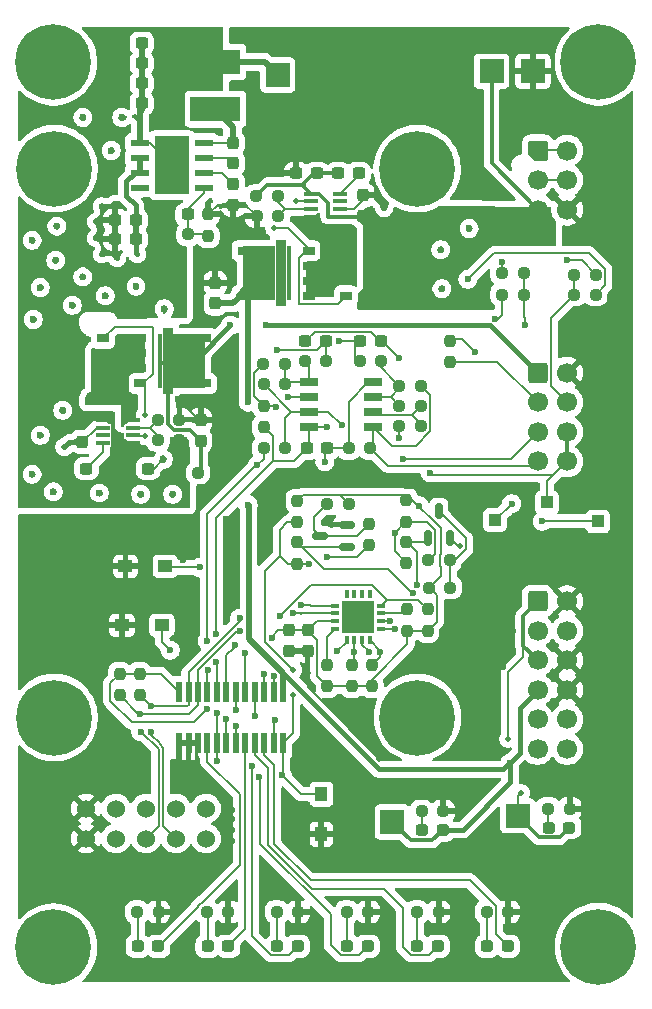
<source format=gbr>
%TF.GenerationSoftware,KiCad,Pcbnew,9.0.0*%
%TF.CreationDate,2026-01-13T21:54:56-06:00*%
%TF.ProjectId,PTN-PumpControlBoard,50544e2d-5075-46d7-9043-6f6e74726f6c,rev?*%
%TF.SameCoordinates,Original*%
%TF.FileFunction,Copper,L1,Top*%
%TF.FilePolarity,Positive*%
%FSLAX46Y46*%
G04 Gerber Fmt 4.6, Leading zero omitted, Abs format (unit mm)*
G04 Created by KiCad (PCBNEW 9.0.0) date 2026-01-13 21:54:56*
%MOMM*%
%LPD*%
G01*
G04 APERTURE LIST*
G04 Aperture macros list*
%AMRoundRect*
0 Rectangle with rounded corners*
0 $1 Rounding radius*
0 $2 $3 $4 $5 $6 $7 $8 $9 X,Y pos of 4 corners*
0 Add a 4 corners polygon primitive as box body*
4,1,4,$2,$3,$4,$5,$6,$7,$8,$9,$2,$3,0*
0 Add four circle primitives for the rounded corners*
1,1,$1+$1,$2,$3*
1,1,$1+$1,$4,$5*
1,1,$1+$1,$6,$7*
1,1,$1+$1,$8,$9*
0 Add four rect primitives between the rounded corners*
20,1,$1+$1,$2,$3,$4,$5,0*
20,1,$1+$1,$4,$5,$6,$7,0*
20,1,$1+$1,$6,$7,$8,$9,0*
20,1,$1+$1,$8,$9,$2,$3,0*%
%AMFreePoly0*
4,1,22,0.695671,0.830970,0.776777,0.776777,0.830970,0.695671,0.850000,0.600000,0.850000,-0.600000,0.830970,-0.695671,0.776777,-0.776777,0.695671,-0.830970,0.600000,-0.850000,-0.200000,-0.850000,-0.295671,-0.830970,-0.376777,-0.776777,-0.776777,-0.376777,-0.830970,-0.295671,-0.850000,-0.200000,-0.850000,0.600000,-0.830970,0.695671,-0.776777,0.776777,-0.695671,0.830970,-0.600000,0.850000,
0.600000,0.850000,0.695671,0.830970,0.695671,0.830970,$1*%
G04 Aperture macros list end*
%TA.AperFunction,SMDPad,CuDef*%
%ADD10RoundRect,0.237500X-0.237500X0.250000X-0.237500X-0.250000X0.237500X-0.250000X0.237500X0.250000X0*%
%TD*%
%TA.AperFunction,SMDPad,CuDef*%
%ADD11RoundRect,0.237500X0.237500X-0.300000X0.237500X0.300000X-0.237500X0.300000X-0.237500X-0.300000X0*%
%TD*%
%TA.AperFunction,SMDPad,CuDef*%
%ADD12RoundRect,0.237500X0.250000X0.237500X-0.250000X0.237500X-0.250000X-0.237500X0.250000X-0.237500X0*%
%TD*%
%TA.AperFunction,ComponentPad*%
%ADD13C,3.600000*%
%TD*%
%TA.AperFunction,ConnectorPad*%
%ADD14C,6.400000*%
%TD*%
%TA.AperFunction,SMDPad,CuDef*%
%ADD15RoundRect,0.237500X-0.250000X-0.237500X0.250000X-0.237500X0.250000X0.237500X-0.250000X0.237500X0*%
%TD*%
%TA.AperFunction,SMDPad,CuDef*%
%ADD16R,0.990600X1.143000*%
%TD*%
%TA.AperFunction,SMDPad,CuDef*%
%ADD17RoundRect,0.237500X0.300000X0.237500X-0.300000X0.237500X-0.300000X-0.237500X0.300000X-0.237500X0*%
%TD*%
%TA.AperFunction,SMDPad,CuDef*%
%ADD18RoundRect,0.237500X-0.287500X-0.237500X0.287500X-0.237500X0.287500X0.237500X-0.287500X0.237500X0*%
%TD*%
%TA.AperFunction,ComponentPad*%
%ADD19C,1.524000*%
%TD*%
%TA.AperFunction,SMDPad,CuDef*%
%ADD20R,0.550000X1.800000*%
%TD*%
%TA.AperFunction,SMDPad,CuDef*%
%ADD21R,2.000000X2.000000*%
%TD*%
%TA.AperFunction,SMDPad,CuDef*%
%ADD22R,1.000000X0.750000*%
%TD*%
%TA.AperFunction,SMDPad,CuDef*%
%ADD23R,0.480000X0.750000*%
%TD*%
%TA.AperFunction,SMDPad,CuDef*%
%ADD24R,2.720000X4.560000*%
%TD*%
%TA.AperFunction,SMDPad,CuDef*%
%ADD25R,0.910000X5.560000*%
%TD*%
%TA.AperFunction,SMDPad,CuDef*%
%ADD26R,0.420000X4.560000*%
%TD*%
%TA.AperFunction,SMDPad,CuDef*%
%ADD27RoundRect,0.150000X0.150000X-0.512500X0.150000X0.512500X-0.150000X0.512500X-0.150000X-0.512500X0*%
%TD*%
%TA.AperFunction,ComponentPad*%
%ADD28RoundRect,0.250000X-0.600000X-0.600000X0.600000X-0.600000X0.600000X0.600000X-0.600000X0.600000X0*%
%TD*%
%TA.AperFunction,ComponentPad*%
%ADD29C,1.700000*%
%TD*%
%TA.AperFunction,SMDPad,CuDef*%
%ADD30R,1.528000X0.650000*%
%TD*%
%TA.AperFunction,SMDPad,CuDef*%
%ADD31RoundRect,0.237500X-0.300000X-0.237500X0.300000X-0.237500X0.300000X0.237500X-0.300000X0.237500X0*%
%TD*%
%TA.AperFunction,SMDPad,CuDef*%
%ADD32RoundRect,0.237500X-0.237500X0.300000X-0.237500X-0.300000X0.237500X-0.300000X0.237500X0.300000X0*%
%TD*%
%TA.AperFunction,SMDPad,CuDef*%
%ADD33R,1.200000X0.450000*%
%TD*%
%TA.AperFunction,SMDPad,CuDef*%
%ADD34R,1.143000X0.990600*%
%TD*%
%TA.AperFunction,SMDPad,CuDef*%
%ADD35R,1.000000X1.000000*%
%TD*%
%TA.AperFunction,SMDPad,CuDef*%
%ADD36RoundRect,0.237500X0.237500X-0.250000X0.237500X0.250000X-0.237500X0.250000X-0.237500X-0.250000X0*%
%TD*%
%TA.AperFunction,ComponentPad*%
%ADD37FreePoly0,0.000000*%
%TD*%
%TA.AperFunction,SMDPad,CuDef*%
%ADD38R,1.550000X0.600000*%
%TD*%
%TA.AperFunction,ComponentPad*%
%ADD39C,0.600000*%
%TD*%
%TA.AperFunction,SMDPad,CuDef*%
%ADD40R,2.950000X4.900000*%
%TD*%
%TA.AperFunction,SMDPad,CuDef*%
%ADD41RoundRect,0.150000X0.512500X0.150000X-0.512500X0.150000X-0.512500X-0.150000X0.512500X-0.150000X0*%
%TD*%
%TA.AperFunction,SMDPad,CuDef*%
%ADD42R,0.711200X0.304800*%
%TD*%
%TA.AperFunction,SMDPad,CuDef*%
%ADD43R,0.304800X0.711200*%
%TD*%
%TA.AperFunction,SMDPad,CuDef*%
%ADD44R,2.692400X2.692400*%
%TD*%
%TA.AperFunction,SMDPad,CuDef*%
%ADD45R,4.220000X2.120000*%
%TD*%
%TA.AperFunction,ViaPad*%
%ADD46C,0.600000*%
%TD*%
%TA.AperFunction,ViaPad*%
%ADD47C,0.500000*%
%TD*%
%TA.AperFunction,Conductor*%
%ADD48C,0.200000*%
%TD*%
%TA.AperFunction,Conductor*%
%ADD49C,0.500000*%
%TD*%
%TA.AperFunction,Conductor*%
%ADD50C,0.300000*%
%TD*%
%TA.AperFunction,Conductor*%
%ADD51C,0.400000*%
%TD*%
G04 APERTURE END LIST*
D10*
%TO.P,R8,1*%
%TO.N,/FAN1_TACH*%
X141883499Y-107552299D03*
%TO.P,R8,2*%
%TO.N,+3.3V*%
X141883499Y-109377299D03*
%TD*%
D11*
%TO.P,C20,1*%
%TO.N,+12V*%
X129068500Y-88563500D03*
%TO.P,C20,2*%
%TO.N,GND*%
X129068500Y-86838500D03*
%TD*%
D12*
%TO.P,R30,1*%
%TO.N,+3.3V*%
X141621000Y-93914000D03*
%TO.P,R30,2*%
%TO.N,Net-(Q1-D)*%
X139796000Y-93914000D03*
%TD*%
%TO.P,R19,1*%
%TO.N,Net-(R15-Pad2)*%
X144362500Y-81805000D03*
%TO.P,R19,2*%
%TO.N,/TEMP2*%
X142537500Y-81805000D03*
%TD*%
D13*
%TO.P,H2,1,1*%
%TO.N,unconnected-(H2-Pad1)_2*%
X116608500Y-131450000D03*
D14*
%TO.N,unconnected-(H2-Pad1)*%
X116608500Y-131450000D03*
%TD*%
D15*
%TO.P,R40,1*%
%TO.N,Net-(D16-K)*%
X129601000Y-128464000D03*
%TO.P,R40,2*%
%TO.N,GND*%
X131426000Y-128464000D03*
%TD*%
%TO.P,R50,1*%
%TO.N,/PUMP_PWM*%
X160700000Y-76200000D03*
%TO.P,R50,2*%
%TO.N,/PWM_PSOM*%
X162525000Y-76200000D03*
%TD*%
D16*
%TO.P,D3,1,A1*%
%TO.N,GND*%
X139300000Y-121889100D03*
%TO.P,D3,2,A2*%
%TO.N,/FLOW1*%
X139300000Y-118510900D03*
%TD*%
D12*
%TO.P,R27,1*%
%TO.N,Net-(Q2-D)*%
X150164750Y-98682750D03*
%TO.P,R27,2*%
%TO.N,/FLOW2*%
X148339750Y-98682750D03*
%TD*%
%TO.P,R15,1*%
%TO.N,/TEMP_IN2*%
X147733500Y-83905000D03*
%TO.P,R15,2*%
%TO.N,Net-(R15-Pad2)*%
X145908500Y-83905000D03*
%TD*%
D13*
%TO.P,H4,1,1*%
%TO.N,unconnected-(H4-Pad1)_2*%
X116600000Y-56500000D03*
D14*
%TO.N,unconnected-(H4-Pad1)_1*%
X116600000Y-56500000D03*
%TD*%
D17*
%TO.P,C14,1*%
%TO.N,/Power/12V_BUCKED*%
X125825000Y-56600000D03*
%TO.P,C14,2*%
%TO.N,GND*%
X124100000Y-56600000D03*
%TD*%
D18*
%TO.P,D18,1,K*%
%TO.N,Net-(D18-K)*%
X135578500Y-131364000D03*
%TO.P,D18,2,A*%
%TO.N,/FAN_CHIP*%
X137328500Y-131364000D03*
%TD*%
D12*
%TO.P,R41,1*%
%TO.N,/PUMP_TACH*%
X156425000Y-74400000D03*
%TO.P,R41,2*%
%TO.N,/Fans+Pump/PUMP_TACH_CHIP*%
X154600000Y-74400000D03*
%TD*%
D19*
%TO.P,J5,1,GND*%
%TO.N,GND*%
X119368500Y-119714000D03*
%TO.P,J5,2,GND*%
X119368500Y-122254000D03*
%TO.P,J5,3,CH7*%
%TO.N,/PUMP_TACH*%
X121908500Y-119714000D03*
%TO.P,J5,4,CH6*%
%TO.N,/PUMP_PWM*%
X121908500Y-122254000D03*
%TO.P,J5,5,CH5*%
%TO.N,/FLOW1*%
X124448500Y-119714000D03*
%TO.P,J5,6,CH4*%
%TO.N,/FAN_SCL*%
X124448500Y-122254000D03*
%TO.P,J5,7,CH3*%
%TO.N,/FAN1_PWM*%
X126988500Y-119714000D03*
%TO.P,J5,8,CH2*%
%TO.N,/FAN_SDA*%
X126988500Y-122254000D03*
%TO.P,J5,9,CH1*%
%TO.N,/FAN1_TACH*%
X129528500Y-119714000D03*
%TO.P,J5,10,CH0*%
%TO.N,unconnected-(J5-CH0-Pad10)*%
X129528500Y-122254000D03*
%TD*%
D15*
%TO.P,R21,1*%
%TO.N,Net-(R15-Pad2)*%
X145908500Y-85605000D03*
%TO.P,R21,2*%
%TO.N,Net-(U2B--)*%
X147733500Y-85605000D03*
%TD*%
%TO.P,R18,1*%
%TO.N,Net-(R14-Pad2)*%
X137896000Y-81805000D03*
%TO.P,R18,2*%
%TO.N,/TEMP1*%
X139721000Y-81805000D03*
%TD*%
D18*
%TO.P,D22,1,K*%
%TO.N,Net-(D22-K)*%
X147812500Y-121537500D03*
%TO.P,D22,2,A*%
%TO.N,+24V*%
X149562500Y-121537500D03*
%TD*%
D10*
%TO.P,R26,1*%
%TO.N,Net-(Q1-D)*%
X143308500Y-95601500D03*
%TO.P,R26,2*%
%TO.N,/FLOW1*%
X143308500Y-97426500D03*
%TD*%
D20*
%TO.P,J4,1,GND*%
%TO.N,GND*%
X127248500Y-114164000D03*
%TO.P,J4,2,+3.3v*%
%TO.N,+3.3V*%
X127248500Y-109864000D03*
%TO.P,J4,3,GND*%
%TO.N,GND*%
X128048500Y-114164000D03*
%TO.P,J4,4,I2C1_SDA*%
%TO.N,/FAN_SDA*%
X128048500Y-109864000D03*
%TO.P,J4,5,GND*%
%TO.N,GND*%
X128848500Y-114164000D03*
%TO.P,J4,6,I2C1_SCL*%
%TO.N,/FAN_SCL*%
X128848500Y-109864000D03*
%TO.P,J4,7,OPAMP1_VINP*%
%TO.N,/PUMP_LED*%
X129648500Y-114164000D03*
%TO.P,J4,8,VDDA*%
%TO.N,VDDA*%
X129648500Y-109864000D03*
%TO.P,J4,9,ADC1_IN7*%
%TO.N,/FLOW2*%
X130448500Y-114164000D03*
%TO.P,J4,10,GNDA*%
%TO.N,AGND*%
X130448500Y-109864000D03*
%TO.P,J4,11,ADC1_IN9*%
%TO.N,/TEMP1*%
X131248497Y-114164000D03*
%TO.P,J4,12,SPI2_NSS*%
%TO.N,/~{SMBALERT}*%
X131248497Y-109864000D03*
%TO.P,J4,13,ADC1_IN10*%
%TO.N,/TEMP2*%
X132048500Y-114164000D03*
%TO.P,J4,14,SPI2_MISO*%
%TO.N,/FAN_CHIP*%
X132048500Y-109864000D03*
%TO.P,J4,15,ADC1_IN11*%
%TO.N,/FAN_LED*%
X132848500Y-114164000D03*
%TO.P,J4,16,SPI2_MOSI*%
%TO.N,/PWM_PSOM*%
X132848500Y-109864000D03*
%TO.P,J4,17,SPI1_MOSI*%
%TO.N,/TEMP_LED*%
X133648500Y-114164000D03*
%TO.P,J4,18,SPI2_SCK*%
%TO.N,/FLOW_LED*%
X133648500Y-109864000D03*
%TO.P,J4,19,SPI1_NSS*%
%TO.N,/LED1*%
X134448500Y-114164000D03*
%TO.P,J4,20,CAN_L*%
%TO.N,/CAN_L*%
X134448500Y-109864000D03*
%TO.P,J4,21,SPI1_MISO*%
%TO.N,/TACH_PSOM*%
X135248500Y-114164000D03*
%TO.P,J4,22,CAN_H*%
%TO.N,/CAN_H*%
X135248500Y-109864000D03*
%TO.P,J4,23,SPI1_SCK*%
%TO.N,/FLOW1*%
X136048500Y-114164000D03*
%TO.P,J4,24,+24V_In*%
%TO.N,+24V*%
X136048500Y-109864000D03*
D13*
%TO.P,J4,25,MNT*%
%TO.N,unconnected-(J4-MNT-Pad25)_2*%
X147418500Y-112014000D03*
D14*
%TO.N,unconnected-(J4-MNT-Pad25)_1*%
X147418500Y-112014000D03*
D13*
%TO.P,J4,26,MNT*%
%TO.N,unconnected-(J4-MNT-Pad26)_2*%
X116668500Y-112014000D03*
D14*
%TO.N,unconnected-(J4-MNT-Pad26)_1*%
X116668500Y-112014000D03*
D13*
%TO.P,J4,27,MNT*%
%TO.N,unconnected-(J4-MNT-Pad27)*%
X116668500Y-65544000D03*
D14*
%TO.N,unconnected-(J4-MNT-Pad27)_2*%
X116668500Y-65544000D03*
D13*
%TO.P,J4,28,MNT*%
%TO.N,unconnected-(J4-MNT-Pad28)*%
X147408500Y-65544000D03*
D14*
%TO.N,unconnected-(J4-MNT-Pad28)_1*%
X147408500Y-65544000D03*
%TD*%
D15*
%TO.P,R47,1*%
%TO.N,Net-(D23-K)*%
X158500000Y-119718750D03*
%TO.P,R47,2*%
%TO.N,GND*%
X160325000Y-119718750D03*
%TD*%
D10*
%TO.P,R29,1*%
%TO.N,/FLOW2_SIG*%
X146502250Y-97107750D03*
%TO.P,R29,2*%
%TO.N,/FLOW2*%
X146502250Y-98932750D03*
%TD*%
D21*
%TO.P,TP2,1,1*%
%TO.N,+24V*%
X145300000Y-120837500D03*
%TD*%
D11*
%TO.P,C10,1*%
%TO.N,Net-(U3-BOOT)*%
X131845250Y-65086000D03*
%TO.P,C10,2*%
%TO.N,Net-(U3-SW)*%
X131845250Y-63361000D03*
%TD*%
D15*
%TO.P,R34,1*%
%TO.N,/Power/12V_BUCKED*%
X126186500Y-71108500D03*
%TO.P,R34,2*%
%TO.N,Net-(U3-FB)*%
X128011500Y-71108500D03*
%TD*%
D10*
%TO.P,R9,1*%
%TO.N,/FAN2_TACH*%
X143583499Y-107552299D03*
%TO.P,R9,2*%
%TO.N,+3.3V*%
X143583499Y-109377299D03*
%TD*%
D15*
%TO.P,R49,1*%
%TO.N,/PUMP_PWM*%
X160700000Y-74500000D03*
%TO.P,R49,2*%
%TO.N,/Fans+Pump/PUMP_PWM_CHIP*%
X162525000Y-74500000D03*
%TD*%
D18*
%TO.P,D21,1,K*%
%TO.N,Net-(D21-K)*%
X153331000Y-131364000D03*
%TO.P,D21,2,A*%
%TO.N,/LED1*%
X155081000Y-131364000D03*
%TD*%
D22*
%TO.P,Q5,1*%
%TO.N,Net-(IC2-SRC)*%
X120788500Y-83720000D03*
%TO.P,Q5,2*%
X120788500Y-82450000D03*
%TO.P,Q5,3*%
X120788500Y-81180000D03*
%TO.P,Q5,4*%
%TO.N,Net-(IC2-GATE)*%
X120788500Y-79910000D03*
D23*
%TO.P,Q5,5*%
%TO.N,/Power/12V_BUCKED*%
X115028500Y-79910000D03*
%TO.P,Q5,6*%
X115028500Y-83720000D03*
D24*
%TO.P,Q5,7*%
X116628500Y-81815000D03*
D25*
%TO.P,Q5,8*%
X118443500Y-81815000D03*
D26*
%TO.P,Q5,9*%
X119108500Y-81815000D03*
%TD*%
D27*
%TO.P,Q2,1,G*%
%TO.N,/FLOW2_SIG*%
X148302250Y-96820250D03*
%TO.P,Q2,2,S*%
%TO.N,GND*%
X150202250Y-96820250D03*
%TO.P,Q2,3,D*%
%TO.N,Net-(Q2-D)*%
X149252250Y-94545250D03*
%TD*%
D10*
%TO.P,R25,1*%
%TO.N,+3.3V*%
X146502250Y-93607750D03*
%TO.P,R25,2*%
%TO.N,/FLOW2*%
X146502250Y-95432750D03*
%TD*%
D28*
%TO.P,J3,1,Pin_1*%
%TO.N,+12V*%
X157608500Y-102164000D03*
D29*
%TO.P,J3,2,Pin_2*%
%TO.N,/FLOW1_SIG*%
X157608500Y-104664000D03*
%TO.P,J3,3,Pin_3*%
%TO.N,+12V*%
X157608500Y-107164000D03*
%TO.P,J3,4,Pin_4*%
%TO.N,+24V*%
X157608500Y-109664000D03*
%TO.P,J3,5,Pin_5*%
%TO.N,/FAN1_TACH*%
X157608500Y-112164000D03*
%TO.P,J3,6,Pin_6*%
%TO.N,/FAN2_TACH*%
X157608500Y-114664000D03*
%TO.P,J3,7,Pin_7*%
%TO.N,GND*%
X160108500Y-102164000D03*
%TO.P,J3,8,Pin_8*%
%TO.N,/FLOW2_SIG*%
X160108500Y-104664000D03*
%TO.P,J3,9,Pin_9*%
%TO.N,GND*%
X160108500Y-107164000D03*
%TO.P,J3,10,Pin_10*%
X160108500Y-109664000D03*
%TO.P,J3,11,Pin_11*%
%TO.N,/FAN1_PWM*%
X160108500Y-112164000D03*
%TO.P,J3,12,Pin_12*%
%TO.N,/FAN2_PWM*%
X160108500Y-114664000D03*
%TD*%
D30*
%TO.P,U2,1*%
%TO.N,Net-(R14-Pad2)*%
X138286500Y-83595000D03*
%TO.P,U2,2,-*%
%TO.N,Net-(U2A--)*%
X138286500Y-84865000D03*
%TO.P,U2,3,+*%
%TO.N,/TEMP_IN1*%
X138286500Y-86135000D03*
%TO.P,U2,4,V-*%
%TO.N,AGND*%
X138286500Y-87405000D03*
%TO.P,U2,5,+*%
%TO.N,/TEMP_IN2*%
X143708500Y-87405000D03*
%TO.P,U2,6,-*%
%TO.N,Net-(U2B--)*%
X143708500Y-86135000D03*
%TO.P,U2,7*%
%TO.N,Net-(R15-Pad2)*%
X143708500Y-84865000D03*
%TO.P,U2,8,V+*%
%TO.N,VDDA*%
X143708500Y-83595000D03*
%TD*%
D15*
%TO.P,R14,1*%
%TO.N,/TEMP_IN1*%
X134396000Y-83805000D03*
%TO.P,R14,2*%
%TO.N,Net-(R14-Pad2)*%
X136221000Y-83805000D03*
%TD*%
D31*
%TO.P,C8,1*%
%TO.N,GND*%
X137181000Y-65940000D03*
%TO.P,C8,2*%
%TO.N,/24V_IN*%
X138906000Y-65940000D03*
%TD*%
D21*
%TO.P,TP1,1,1*%
%TO.N,/24V_IN*%
X153700000Y-57300000D03*
%TD*%
D17*
%TO.P,C16,1*%
%TO.N,/Power/12V_BUCKED*%
X125825000Y-60000000D03*
%TO.P,C16,2*%
%TO.N,GND*%
X124100000Y-60000000D03*
%TD*%
D15*
%TO.P,R44,1*%
%TO.N,Net-(D21-K)*%
X153283500Y-128464000D03*
%TO.P,R44,2*%
%TO.N,GND*%
X155108500Y-128464000D03*
%TD*%
%TO.P,R39,1*%
%TO.N,Net-(D15-K)*%
X123683500Y-128464000D03*
%TO.P,R39,2*%
%TO.N,GND*%
X125508500Y-128464000D03*
%TD*%
D21*
%TO.P,TP5,1,1*%
%TO.N,GND*%
X157200000Y-57300000D03*
%TD*%
D15*
%TO.P,R42,1*%
%TO.N,Net-(D18-K)*%
X135518500Y-128464000D03*
%TO.P,R42,2*%
%TO.N,GND*%
X137343500Y-128464000D03*
%TD*%
D32*
%TO.P,C18,1*%
%TO.N,Net-(U3-VCC)*%
X131845250Y-66861000D03*
%TO.P,C18,2*%
%TO.N,GND*%
X131845250Y-68586000D03*
%TD*%
D33*
%TO.P,IC1,1,EN/UVLO*%
%TO.N,/24V_IN*%
X140913500Y-69600000D03*
%TO.P,IC1,2,GND*%
%TO.N,GND*%
X140913500Y-68950000D03*
%TO.P,IC1,3,N.C*%
%TO.N,unconnected-(IC1-N.C-Pad3)*%
X140913500Y-68300000D03*
%TO.P,IC1,4,VCAP*%
%TO.N,Net-(IC1-VCAP)*%
X140913500Y-67650000D03*
%TO.P,IC1,5,VS*%
%TO.N,/24V_IN*%
X138413500Y-67650000D03*
%TO.P,IC1,6,GATE*%
%TO.N,Net-(IC1-GATE)*%
X138413500Y-68300000D03*
%TO.P,IC1,7,OV*%
%TO.N,Net-(IC1-OV)*%
X138413500Y-68950000D03*
%TO.P,IC1,8,SRC*%
%TO.N,Net-(IC1-SRC)*%
X138413500Y-69600000D03*
%TD*%
D34*
%TO.P,D6,1,A1*%
%TO.N,GND*%
X122410900Y-104200000D03*
%TO.P,D6,2,A2*%
%TO.N,/TEMP2*%
X125789100Y-104200000D03*
%TD*%
D10*
%TO.P,R28,1*%
%TO.N,/FLOW1_SIG*%
X137246000Y-97164000D03*
%TO.P,R28,2*%
%TO.N,/FLOW1*%
X137246000Y-98989000D03*
%TD*%
D11*
%TO.P,C19,1*%
%TO.N,GND*%
X119068500Y-88663500D03*
%TO.P,C19,2*%
%TO.N,/Power/12V_BUCKED*%
X119068500Y-86938500D03*
%TD*%
D15*
%TO.P,R45,1*%
%TO.N,Net-(D20-K)*%
X147396000Y-128464000D03*
%TO.P,R45,2*%
%TO.N,GND*%
X149221000Y-128464000D03*
%TD*%
D34*
%TO.P,D5,1,A1*%
%TO.N,GND*%
X122710900Y-99200000D03*
%TO.P,D5,2,A2*%
%TO.N,/TEMP1*%
X126089100Y-99200000D03*
%TD*%
D15*
%TO.P,R16,1*%
%TO.N,VDDA*%
X134396000Y-89205000D03*
%TO.P,R16,2*%
%TO.N,/TEMP_IN1*%
X136221000Y-89205000D03*
%TD*%
D32*
%TO.P,C6,1*%
%TO.N,GND*%
X142813500Y-67787500D03*
%TO.P,C6,2*%
%TO.N,/24V_IN*%
X142813500Y-69512500D03*
%TD*%
D28*
%TO.P,J2,1,Pin_1*%
%TO.N,+12V*%
X157608500Y-82814000D03*
D29*
%TO.P,J2,2,Pin_2*%
%TO.N,/PUMP_TACH*%
X157608500Y-85314000D03*
%TO.P,J2,3,Pin_3*%
%TO.N,/TEMP_IN1*%
X157608500Y-87814000D03*
%TO.P,J2,4,Pin_4*%
%TO.N,/TEMP_IN2*%
X157608500Y-90314000D03*
%TO.P,J2,5,Pin_5*%
%TO.N,GND*%
X160108500Y-82814000D03*
%TO.P,J2,6,Pin_6*%
%TO.N,/PUMP_PWM*%
X160108500Y-85314000D03*
%TO.P,J2,7,Pin_7*%
%TO.N,AGND*%
X160108500Y-87814000D03*
%TO.P,J2,8,Pin_8*%
X160108500Y-90314000D03*
%TD*%
D17*
%TO.P,C15,1*%
%TO.N,/Power/12V_BUCKED*%
X125825000Y-58300000D03*
%TO.P,C15,2*%
%TO.N,GND*%
X124100000Y-58300000D03*
%TD*%
D15*
%TO.P,R32,1*%
%TO.N,/24V_IN*%
X133800000Y-67850000D03*
%TO.P,R32,2*%
%TO.N,Net-(IC1-OV)*%
X135625000Y-67850000D03*
%TD*%
D35*
%TO.P,TP6,1,1*%
%TO.N,/TEMP_IN1*%
X154000000Y-95300000D03*
%TD*%
D17*
%TO.P,C22,1*%
%TO.N,/Power/12V_BUCKED*%
X121131000Y-90937000D03*
%TO.P,C22,2*%
%TO.N,Net-(IC2-VCAP)*%
X119406000Y-90937000D03*
%TD*%
D22*
%TO.P,Q3,1*%
%TO.N,Net-(IC1-SRC)*%
X141368500Y-72490000D03*
%TO.P,Q3,2*%
X141368500Y-73760000D03*
%TO.P,Q3,3*%
X141368500Y-75030000D03*
%TO.P,Q3,4*%
%TO.N,Net-(IC1-GATE)*%
X141368500Y-76300000D03*
D23*
%TO.P,Q3,5*%
%TO.N,/24V_IN*%
X147128500Y-76300000D03*
%TO.P,Q3,6*%
X147128500Y-72490000D03*
D24*
%TO.P,Q3,7*%
X145528500Y-74395000D03*
D25*
%TO.P,Q3,8*%
X143713500Y-74395000D03*
D26*
%TO.P,Q3,9*%
X143048500Y-74395000D03*
%TD*%
D36*
%TO.P,R6,1*%
%TO.N,/FAN_SDA*%
X123908500Y-110126500D03*
%TO.P,R6,2*%
%TO.N,+3.3V*%
X123908500Y-108301500D03*
%TD*%
D15*
%TO.P,R38,1*%
%TO.N,Net-(IC2-OV)*%
X125456000Y-86801000D03*
%TO.P,R38,2*%
%TO.N,GND*%
X127281000Y-86801000D03*
%TD*%
D31*
%TO.P,C17,1*%
%TO.N,/Power/12V_BUCKED*%
X126236500Y-69408500D03*
%TO.P,C17,2*%
%TO.N,Net-(U3-FB)*%
X127961500Y-69408500D03*
%TD*%
D12*
%TO.P,R33,1*%
%TO.N,Net-(IC1-OV)*%
X135637500Y-69550000D03*
%TO.P,R33,2*%
%TO.N,GND*%
X133812500Y-69550000D03*
%TD*%
D18*
%TO.P,D15,1,K*%
%TO.N,Net-(D15-K)*%
X123743500Y-131364000D03*
%TO.P,D15,2,A*%
%TO.N,/PUMP_LED*%
X125493500Y-131364000D03*
%TD*%
D15*
%TO.P,R31,1*%
%TO.N,+3.3V*%
X148387500Y-101000000D03*
%TO.P,R31,2*%
%TO.N,Net-(Q2-D)*%
X150212500Y-101000000D03*
%TD*%
D12*
%TO.P,R20,1*%
%TO.N,Net-(R14-Pad2)*%
X136210000Y-82100000D03*
%TO.P,R20,2*%
%TO.N,Net-(U2A--)*%
X134385000Y-82100000D03*
%TD*%
%TO.P,R23,1*%
%TO.N,Net-(U2B--)*%
X147733500Y-87305000D03*
%TO.P,R23,2*%
%TO.N,AGND*%
X145908500Y-87305000D03*
%TD*%
D13*
%TO.P,H3,1,1*%
%TO.N,unconnected-(H3-Pad1)_2*%
X162750000Y-56500000D03*
D14*
%TO.N,unconnected-(H3-Pad1)*%
X162750000Y-56500000D03*
%TD*%
D15*
%TO.P,R46,1*%
%TO.N,Net-(D22-K)*%
X147775000Y-119937500D03*
%TO.P,R46,2*%
%TO.N,GND*%
X149600000Y-119937500D03*
%TD*%
%TO.P,R17,1*%
%TO.N,VDDA*%
X141608500Y-89205000D03*
%TO.P,R17,2*%
%TO.N,/TEMP_IN2*%
X143433500Y-89205000D03*
%TD*%
D18*
%TO.P,D16,1,K*%
%TO.N,Net-(D16-K)*%
X129661000Y-131364000D03*
%TO.P,D16,2,A*%
%TO.N,/FAN_LED*%
X131411000Y-131364000D03*
%TD*%
D36*
%TO.P,R13,1*%
%TO.N,/PUMP_TACH*%
X150200000Y-81912500D03*
%TO.P,R13,2*%
%TO.N,+3.3V*%
X150200000Y-80087500D03*
%TD*%
D17*
%TO.P,C21,1*%
%TO.N,GND*%
X124631000Y-90937000D03*
%TO.P,C21,2*%
%TO.N,/Power/12V_BUCKED*%
X122906000Y-90937000D03*
%TD*%
D11*
%TO.P,C7,1*%
%TO.N,+24V*%
X130300000Y-76938500D03*
%TO.P,C7,2*%
%TO.N,GND*%
X130300000Y-75213500D03*
%TD*%
D33*
%TO.P,IC2,1,EN/UVLO*%
%TO.N,/Power/12V_BUCKED*%
X120818500Y-86826000D03*
%TO.P,IC2,2,GND*%
%TO.N,GND*%
X120818500Y-87476000D03*
%TO.P,IC2,3,N.C*%
%TO.N,unconnected-(IC2-N.C-Pad3)*%
X120818500Y-88126000D03*
%TO.P,IC2,4,VCAP*%
%TO.N,Net-(IC2-VCAP)*%
X120818500Y-88776000D03*
%TO.P,IC2,5,VS*%
%TO.N,/Power/12V_BUCKED*%
X123318500Y-88776000D03*
%TO.P,IC2,6,GATE*%
%TO.N,Net-(IC2-GATE)*%
X123318500Y-88126000D03*
%TO.P,IC2,7,OV*%
%TO.N,Net-(IC2-OV)*%
X123318500Y-87476000D03*
%TO.P,IC2,8,SRC*%
%TO.N,Net-(IC2-SRC)*%
X123318500Y-86826000D03*
%TD*%
D18*
%TO.P,D23,1,K*%
%TO.N,Net-(D23-K)*%
X158537500Y-121318750D03*
%TO.P,D23,2,A*%
%TO.N,+12V*%
X160287500Y-121318750D03*
%TD*%
D29*
%TO.P,J1,1,Pin_1*%
%TO.N,/24V_IN*%
X157608500Y-69000000D03*
%TO.P,J1,2,Pin_2*%
%TO.N,/CAN_H*%
X157608500Y-66500000D03*
D37*
%TO.P,J1,3,Pin_3*%
%TO.N,/CAN_L*%
X157608500Y-64000000D03*
D29*
%TO.P,J1,4,Pin_4*%
%TO.N,GND*%
X160108500Y-69000000D03*
%TO.P,J1,5,Pin_5*%
%TO.N,/CAN_H*%
X160108500Y-66500000D03*
%TO.P,J1,6,Pin_6*%
%TO.N,/CAN_L*%
X160108500Y-64000000D03*
%TD*%
D10*
%TO.P,R22,1*%
%TO.N,Net-(U2A--)*%
X134408500Y-85592500D03*
%TO.P,R22,2*%
%TO.N,AGND*%
X134408500Y-87417500D03*
%TD*%
D21*
%TO.P,TP4,1,1*%
%TO.N,+12V*%
X155912500Y-120318750D03*
%TD*%
D36*
%TO.P,R35,1*%
%TO.N,Net-(U3-FB)*%
X129699000Y-71233500D03*
%TO.P,R35,2*%
%TO.N,GND*%
X129699000Y-69408500D03*
%TD*%
D35*
%TO.P,TP8,1,1*%
%TO.N,AGND*%
X158400000Y-93800000D03*
%TD*%
D10*
%TO.P,R12,1*%
%TO.N,/Fans+Pump/ADDR_SEL*%
X139783499Y-107552299D03*
%TO.P,R12,2*%
%TO.N,+3.3V*%
X139783499Y-109377299D03*
%TD*%
%TO.P,R7,1*%
%TO.N,/Fans+Pump/CLK*%
X146583499Y-102852299D03*
%TO.P,R7,2*%
%TO.N,+3.3V*%
X146583499Y-104677299D03*
%TD*%
D22*
%TO.P,Q4,1*%
%TO.N,Net-(IC1-SRC)*%
X138208500Y-76300000D03*
%TO.P,Q4,2*%
X138208500Y-75030000D03*
%TO.P,Q4,3*%
X138208500Y-73760000D03*
%TO.P,Q4,4*%
%TO.N,Net-(IC1-GATE)*%
X138208500Y-72490000D03*
D23*
%TO.P,Q4,5*%
%TO.N,+24V*%
X132448500Y-72490000D03*
%TO.P,Q4,6*%
X132448500Y-76300000D03*
D24*
%TO.P,Q4,7*%
X134048500Y-74395000D03*
D25*
%TO.P,Q4,8*%
X135863500Y-74395000D03*
D26*
%TO.P,Q4,9*%
X136528500Y-74395000D03*
%TD*%
D10*
%TO.P,R24,1*%
%TO.N,+3.3V*%
X137246000Y-93664000D03*
%TO.P,R24,2*%
%TO.N,/FLOW1*%
X137246000Y-95489000D03*
%TD*%
D13*
%TO.P,H1,1,1*%
%TO.N,unconnected-(H1-Pad1)*%
X162750000Y-131414000D03*
D14*
%TO.N,unconnected-(H1-Pad1)_1*%
X162750000Y-131414000D03*
%TD*%
D21*
%TO.P,TP3,1,1*%
%TO.N,/Power/12V_BUCKED*%
X135600000Y-57600000D03*
%TD*%
D38*
%TO.P,U3,1,GND*%
%TO.N,GND*%
X123956750Y-63345000D03*
%TO.P,U3,2,VIN*%
%TO.N,+24V*%
X123956750Y-64615000D03*
%TO.P,U3,3,EN*%
X123956750Y-65885000D03*
%TO.P,U3,4,PG*%
%TO.N,unconnected-(U3-PG-Pad4)*%
X123956750Y-67155000D03*
%TO.P,U3,5,FB*%
%TO.N,Net-(U3-FB)*%
X129356750Y-67155000D03*
%TO.P,U3,6,VCC*%
%TO.N,Net-(U3-VCC)*%
X129356750Y-65885000D03*
%TO.P,U3,7,BOOT*%
%TO.N,Net-(U3-BOOT)*%
X129356750Y-64615000D03*
%TO.P,U3,8,SW*%
%TO.N,Net-(U3-SW)*%
X129356750Y-63345000D03*
D39*
%TO.P,U3,9,GND*%
%TO.N,GND*%
X126006750Y-63300000D03*
X126006750Y-64600000D03*
X126006750Y-65900000D03*
X126006750Y-67200000D03*
D40*
X126656750Y-65250000D03*
D39*
X127306750Y-63300000D03*
X127306750Y-64600000D03*
X127306750Y-65900000D03*
X127306750Y-67200000D03*
%TD*%
D10*
%TO.P,R11,1*%
%TO.N,/~{SMBALERT}*%
X148283499Y-102852299D03*
%TO.P,R11,2*%
%TO.N,+3.3V*%
X148283499Y-104677299D03*
%TD*%
D32*
%TO.P,C2,1*%
%TO.N,+3.3V*%
X138157701Y-104626499D03*
%TO.P,C2,2*%
%TO.N,GND*%
X138157701Y-106351499D03*
%TD*%
D41*
%TO.P,Q1,1,G*%
%TO.N,/FLOW1_SIG*%
X141446000Y-97564000D03*
%TO.P,Q1,2,S*%
%TO.N,GND*%
X141446000Y-95664000D03*
%TO.P,Q1,3,D*%
%TO.N,Net-(Q1-D)*%
X139171000Y-96614000D03*
%TD*%
D18*
%TO.P,D20,1,K*%
%TO.N,Net-(D20-K)*%
X147413500Y-131364000D03*
%TO.P,D20,2,A*%
%TO.N,/TEMP_LED*%
X149163500Y-131364000D03*
%TD*%
D15*
%TO.P,R36,1*%
%TO.N,/Power/12V_BUCKED*%
X127025000Y-91287000D03*
%TO.P,R36,2*%
%TO.N,+12V*%
X128850000Y-91287000D03*
%TD*%
D18*
%TO.P,D19,1,K*%
%TO.N,Net-(D19-K)*%
X141496000Y-131364000D03*
%TO.P,D19,2,A*%
%TO.N,/FLOW_LED*%
X143246000Y-131364000D03*
%TD*%
D15*
%TO.P,R43,1*%
%TO.N,Net-(D19-K)*%
X141436000Y-128464000D03*
%TO.P,R43,2*%
%TO.N,GND*%
X143261000Y-128464000D03*
%TD*%
D42*
%TO.P,U1,1,SMDATA*%
%TO.N,/FAN_SDA*%
X140459299Y-102539001D03*
%TO.P,U1,2,SMCLK*%
%TO.N,/FAN_SCL*%
X140459299Y-103188999D03*
%TO.P,U1,3,VDD*%
%TO.N,+3.3V*%
X140459299Y-103839001D03*
%TO.P,U1,4,ADDR_SEL*%
%TO.N,/Fans+Pump/ADDR_SEL*%
X140459299Y-104488999D03*
D43*
%TO.P,U1,5,PWM1*%
%TO.N,/FAN1_PWM*%
X141433501Y-105463201D03*
%TO.P,U1,6,TACH1*%
%TO.N,/FAN1_TACH*%
X142083499Y-105463201D03*
%TO.P,U1,7,PWM2*%
%TO.N,/FAN2_PWM*%
X142733501Y-105463201D03*
%TO.P,U1,8,TACH2*%
%TO.N,/FAN2_TACH*%
X143383499Y-105463201D03*
D42*
%TO.P,U1,9,PWM3*%
%TO.N,/Fans+Pump/PUMP_PWM_CHIP*%
X144357701Y-104488999D03*
%TO.P,U1,10,TACH3*%
%TO.N,/Fans+Pump/PUMP_TACH_CHIP*%
X144357701Y-103839001D03*
%TO.P,U1,11,CLK*%
%TO.N,/Fans+Pump/CLK*%
X144357701Y-103188999D03*
%TO.P,U1,12,\u002AALERT*%
%TO.N,/~{SMBALERT}*%
X144357701Y-102539001D03*
D43*
%TO.P,U1,13,PWM4*%
%TO.N,unconnected-(U1-PWM4-Pad13)*%
X143383499Y-101564799D03*
%TO.P,U1,14,TACH4*%
%TO.N,unconnected-(U1-TACH4-Pad14)*%
X142733501Y-101564799D03*
%TO.P,U1,15,PWM5*%
%TO.N,unconnected-(U1-PWM5-Pad15)*%
X142083499Y-101564799D03*
%TO.P,U1,16,TACH5*%
%TO.N,unconnected-(U1-TACH5-Pad16)*%
X141433501Y-101564799D03*
D44*
%TO.P,U1,HTAB,EPAD*%
%TO.N,GND*%
X142408500Y-103514000D03*
%TD*%
D35*
%TO.P,TP7,1,1*%
%TO.N,/TEMP_IN2*%
X162700000Y-95400000D03*
%TD*%
D36*
%TO.P,R10,1*%
%TO.N,/FAN_SCL*%
X122208500Y-110126500D03*
%TO.P,R10,2*%
%TO.N,+3.3V*%
X122208500Y-108301500D03*
%TD*%
D31*
%TO.P,C9,1*%
%TO.N,/24V_IN*%
X140728500Y-65940000D03*
%TO.P,C9,2*%
%TO.N,Net-(IC1-VCAP)*%
X142453500Y-65940000D03*
%TD*%
D17*
%TO.P,C3,1*%
%TO.N,VDDA*%
X139771000Y-89205000D03*
%TO.P,C3,2*%
%TO.N,AGND*%
X138046000Y-89205000D03*
%TD*%
%TO.P,C11,1*%
%TO.N,+24V*%
X123569250Y-71500000D03*
%TO.P,C11,2*%
%TO.N,GND*%
X121844250Y-71500000D03*
%TD*%
D22*
%TO.P,Q6,1*%
%TO.N,Net-(IC2-SRC)*%
X123968500Y-79900000D03*
%TO.P,Q6,2*%
X123968500Y-81170000D03*
%TO.P,Q6,3*%
X123968500Y-82440000D03*
%TO.P,Q6,4*%
%TO.N,Net-(IC2-GATE)*%
X123968500Y-83710000D03*
D23*
%TO.P,Q6,5*%
%TO.N,+12V*%
X129728500Y-83710000D03*
%TO.P,Q6,6*%
X129728500Y-79900000D03*
D24*
%TO.P,Q6,7*%
X128128500Y-81805000D03*
D25*
%TO.P,Q6,8*%
X126313500Y-81805000D03*
D26*
%TO.P,Q6,9*%
X125648500Y-81805000D03*
%TD*%
D17*
%TO.P,C13,1*%
%TO.N,/Power/12V_BUCKED*%
X125825000Y-54900000D03*
%TO.P,C13,2*%
%TO.N,GND*%
X124100000Y-54900000D03*
%TD*%
D32*
%TO.P,C1,1*%
%TO.N,+3.3V*%
X136557701Y-104626499D03*
%TO.P,C1,2*%
%TO.N,GND*%
X136557701Y-106351499D03*
%TD*%
D12*
%TO.P,R37,1*%
%TO.N,/Power/12V_BUCKED*%
X127281000Y-88501000D03*
%TO.P,R37,2*%
%TO.N,Net-(IC2-OV)*%
X125456000Y-88501000D03*
%TD*%
D31*
%TO.P,C5,1*%
%TO.N,/TEMP2*%
X142587500Y-80105000D03*
%TO.P,C5,2*%
%TO.N,AGND*%
X144312500Y-80105000D03*
%TD*%
D17*
%TO.P,C4,1*%
%TO.N,/TEMP1*%
X139671000Y-80105000D03*
%TO.P,C4,2*%
%TO.N,AGND*%
X137946000Y-80105000D03*
%TD*%
D45*
%TO.P,L1,1*%
%TO.N,Net-(U3-SW)*%
X130325000Y-60500000D03*
%TO.P,L1,2*%
%TO.N,/Power/12V_BUCKED*%
X130325000Y-56500000D03*
%TD*%
D12*
%TO.P,R48,1*%
%TO.N,/PUMP_TACH*%
X156425000Y-76200000D03*
%TO.P,R48,2*%
%TO.N,/TACH_PSOM*%
X154600000Y-76200000D03*
%TD*%
D17*
%TO.P,C12,1*%
%TO.N,+24V*%
X123569250Y-69900000D03*
%TO.P,C12,2*%
%TO.N,GND*%
X121844250Y-69900000D03*
%TD*%
D46*
%TO.N,+3.3V*%
X135100000Y-105250000D03*
X129607500Y-111300000D03*
X147574265Y-94074265D03*
X152300000Y-81100000D03*
%TO.N,GND*%
X151900000Y-95000000D03*
D47*
X130100000Y-78600000D03*
D46*
X131200000Y-95200000D03*
X118300000Y-96200000D03*
X120500000Y-93000000D03*
X152800000Y-94000000D03*
X124000000Y-93100000D03*
X154000000Y-104700000D03*
X118200000Y-77100000D03*
X154700000Y-92300000D03*
D47*
X133400000Y-65000000D03*
X117528500Y-89100000D03*
D46*
X154700000Y-107700000D03*
D47*
X124100000Y-55700000D03*
D46*
X157600000Y-130300000D03*
D47*
X134300000Y-71200000D03*
D46*
X150600000Y-104600000D03*
X117000000Y-102600000D03*
X120800000Y-102400000D03*
X115500000Y-75600000D03*
X119100000Y-74700000D03*
X114800000Y-71600000D03*
X115100000Y-96100000D03*
X165200000Y-109100000D03*
D47*
X135800000Y-65800000D03*
D46*
X131200000Y-103500000D03*
X153300000Y-111900000D03*
X148800000Y-117800000D03*
X140100000Y-116500000D03*
X163800000Y-120500000D03*
X142100000Y-58100000D03*
X149700000Y-108100000D03*
X125900000Y-90137000D03*
X131150000Y-129750000D03*
D47*
X124100000Y-59100000D03*
D46*
X165100000Y-91100000D03*
X127600000Y-104000000D03*
X154200000Y-112800000D03*
X144600000Y-68821000D03*
X114800000Y-91400000D03*
X155500000Y-106400000D03*
X150500000Y-109000000D03*
X165100000Y-114500000D03*
X147100000Y-56600000D03*
X142300000Y-54600000D03*
X137200000Y-63100000D03*
X131200000Y-98600000D03*
D47*
X120700000Y-72800000D03*
D46*
X116900000Y-70400000D03*
D47*
X133300000Y-63700000D03*
D46*
X115500000Y-88100000D03*
X115200000Y-100600000D03*
X163700000Y-126000000D03*
X154700000Y-102900000D03*
D47*
X120700000Y-68700000D03*
D46*
X131700000Y-120600000D03*
X152100000Y-59900000D03*
X126000000Y-77400000D03*
X116600000Y-92900000D03*
X144500000Y-124500000D03*
X115200000Y-105200000D03*
D47*
X151000000Y-97500000D03*
D46*
X136200000Y-122400000D03*
D47*
X129100000Y-78500000D03*
D46*
X151600000Y-67800000D03*
D47*
X124100000Y-57500000D03*
X122000000Y-73100000D03*
D46*
X127600000Y-97100000D03*
D47*
X144207907Y-115492093D03*
D46*
X151800000Y-70600000D03*
X136200000Y-121300000D03*
X119000000Y-100500000D03*
D47*
X133500000Y-71000000D03*
D46*
X158400000Y-59500000D03*
X119100000Y-61200000D03*
X123600000Y-75500000D03*
D47*
X134500000Y-65800000D03*
D46*
X127600000Y-102200000D03*
X131200000Y-96900000D03*
X127600000Y-98700000D03*
D47*
X138157701Y-108200000D03*
X132800000Y-70400000D03*
D46*
X121900000Y-96100000D03*
D47*
X120200000Y-70000000D03*
D46*
X142000000Y-119400000D03*
D47*
X131100000Y-70000000D03*
D46*
X131700000Y-122500000D03*
X116400000Y-98300000D03*
X121000000Y-76300000D03*
X151500000Y-63600000D03*
X160000000Y-125400000D03*
X127600000Y-100500000D03*
X122400000Y-61200000D03*
X150200000Y-102800000D03*
X152300000Y-104700000D03*
X125300000Y-96100000D03*
X116800000Y-73300000D03*
X131700000Y-121500000D03*
X127600000Y-95700000D03*
X147800000Y-107300000D03*
X131200000Y-100300000D03*
X155100000Y-125900000D03*
X151300000Y-102800000D03*
X142200000Y-117000000D03*
X154100000Y-106500000D03*
X153500000Y-102800000D03*
X140300000Y-124500000D03*
X131700000Y-119800000D03*
X155500000Y-104700000D03*
X165100000Y-70500000D03*
X136200000Y-119300000D03*
X149500000Y-75700000D03*
X126700000Y-93100000D03*
X114900000Y-78300000D03*
X151300000Y-109900000D03*
X155700000Y-102800000D03*
X152300000Y-102800000D03*
X153700000Y-93200000D03*
X152200000Y-110800000D03*
X164400000Y-61400000D03*
X146600000Y-107300000D03*
X121500000Y-64000000D03*
X127162014Y-85049014D03*
D47*
X123956750Y-61700000D03*
D46*
X165100000Y-102600000D03*
X144000000Y-63000000D03*
X139400000Y-54600000D03*
X140700000Y-63000000D03*
X119500000Y-105200000D03*
D47*
X133100000Y-65900000D03*
X121800000Y-68500000D03*
D46*
X136200000Y-120300000D03*
D47*
X133700000Y-66400000D03*
D46*
X158300000Y-127800000D03*
X131200000Y-102000000D03*
X149600000Y-124500000D03*
X127600000Y-105700000D03*
X165100000Y-65500000D03*
X165100000Y-98600000D03*
X141700000Y-121900000D03*
X142408500Y-103514000D03*
X117400000Y-86000000D03*
X153600000Y-122000000D03*
X148900000Y-107400000D03*
X149400000Y-72400000D03*
X152800000Y-106400000D03*
X165100000Y-79200000D03*
D47*
X132000000Y-69900000D03*
X120200000Y-71400000D03*
D46*
X164900000Y-83300000D03*
X147300000Y-92200000D03*
X120500000Y-98300000D03*
X135300000Y-60900000D03*
D47*
X140000000Y-95600000D03*
D46*
%TO.N,AGND*%
X148500000Y-91300000D03*
X130408500Y-104914000D03*
X145900000Y-88300000D03*
X139795000Y-87405000D03*
X130408500Y-107314000D03*
X145900000Y-81600000D03*
%TO.N,+24V*%
X133100000Y-85300000D03*
D47*
X123700000Y-72800000D03*
D46*
X133100000Y-94000000D03*
X155250000Y-115850000D03*
D47*
X133056500Y-77500000D03*
D46*
%TO.N,/CAN_L*%
X134408500Y-108314000D03*
%TO.N,/~{SMBALERT}*%
X132000000Y-105900000D03*
X135800000Y-103414997D03*
%TO.N,/FAN1_TACH*%
X142083499Y-106500000D03*
%TO.N,/CAN_H*%
X135248500Y-108514000D03*
%TO.N,/FAN2_TACH*%
X144283499Y-106500000D03*
%TO.N,/FAN1_PWM*%
X140611250Y-106411250D03*
%TO.N,/FAN2_PWM*%
X143300000Y-106500000D03*
%TO.N,/FAN_SCL*%
X124000000Y-113200000D03*
X123900000Y-111700000D03*
X136917266Y-103131263D03*
X132381058Y-104689972D03*
%TO.N,/FAN_SDA*%
X137567266Y-102481263D03*
X132384235Y-103589735D03*
X124900000Y-113200000D03*
X124900000Y-111065000D03*
%TO.N,VDDA*%
X129608500Y-105514000D03*
X139597500Y-90356000D03*
X133875000Y-90667000D03*
X129659765Y-108011265D03*
%TO.N,/TEMP1*%
X131248497Y-112100000D03*
X129007500Y-99300000D03*
X135508500Y-80856000D03*
%TO.N,/TEMP2*%
X140808500Y-80156000D03*
X132100000Y-112700000D03*
X126500000Y-106300000D03*
D47*
%TO.N,+12V*%
X156200000Y-118400000D03*
D46*
X131600000Y-78800000D03*
X134600000Y-78800000D03*
D47*
X155100000Y-113800000D03*
D46*
%TO.N,/PUMP_TACH*%
X156500000Y-78800000D03*
%TO.N,/FLOW1*%
X138266735Y-99033265D03*
D47*
X136900000Y-110100000D03*
X136900000Y-108000000D03*
D46*
X139800000Y-98400000D03*
X135975735Y-116875735D03*
%TO.N,/FLOW2*%
X130474265Y-115725735D03*
X145500000Y-96348500D03*
X130448500Y-111600000D03*
%TO.N,/FAN_CHIP*%
X132048500Y-111348500D03*
X133448500Y-116100000D03*
%TO.N,/FLOW_LED*%
X133700000Y-111900000D03*
X134000000Y-117000000D03*
D47*
%TO.N,Net-(IC1-GATE)*%
X135300000Y-70597000D03*
X137121000Y-68300000D03*
%TO.N,Net-(IC2-GATE)*%
X124328500Y-88200000D03*
X124328500Y-86400000D03*
D46*
%TO.N,/FLOW1_SIG*%
X147022874Y-101463799D03*
%TO.N,/FLOW2_SIG*%
X147400000Y-100758266D03*
%TO.N,/TACH_PSOM*%
X135400000Y-112200000D03*
X154020257Y-78244363D03*
%TO.N,/PWM_PSOM*%
X151699000Y-74901000D03*
X132848500Y-106548500D03*
%TO.N,/Fans+Pump/PUMP_PWM_CHIP*%
X145500000Y-104497000D03*
X160100000Y-73300000D03*
%TO.N,/Fans+Pump/PUMP_TACH_CHIP*%
X154600000Y-73400000D03*
X145100000Y-103800000D03*
%TO.N,Net-(U2A--)*%
X135421235Y-85678765D03*
X136500000Y-84900000D03*
%TO.N,/TEMP_IN1*%
X155400000Y-93900000D03*
X141008500Y-87250000D03*
X146200000Y-90100000D03*
%TO.N,/TEMP_IN2*%
X158000000Y-95400000D03*
%TD*%
D48*
%TO.N,+3.3V*%
X137246000Y-93664000D02*
X137772000Y-93138000D01*
X150587500Y-80087500D02*
X150200000Y-80087500D01*
X138933701Y-105402499D02*
X138157701Y-104626499D01*
X152300000Y-81100000D02*
X151200000Y-80000000D01*
X138157701Y-104626499D02*
X138945199Y-103839001D01*
X140183499Y-109377299D02*
X143583499Y-109377299D01*
X128507500Y-112400000D02*
X123226366Y-112400000D01*
X146583499Y-105807933D02*
X143583499Y-108807933D01*
X135100000Y-105152998D02*
X135626499Y-104626499D01*
X138945199Y-103839001D02*
X140459299Y-103839001D01*
X125686000Y-108301500D02*
X123908500Y-108301500D01*
X127248500Y-109864000D02*
X125686000Y-108301500D01*
X149059499Y-101671999D02*
X148387500Y-101000000D01*
X137772000Y-93138000D02*
X139800000Y-93138000D01*
X148283499Y-104677299D02*
X149059499Y-103901299D01*
X129607500Y-111300000D02*
X128507500Y-112400000D01*
X138933701Y-108527501D02*
X138933701Y-105402499D01*
X149059499Y-103901299D02*
X149059499Y-101671999D01*
X149400000Y-99987500D02*
X149400000Y-99173634D01*
X139783499Y-109377299D02*
X138933701Y-108527501D01*
X149302532Y-95900000D02*
X147010282Y-93607750D01*
X135100000Y-105250000D02*
X135100000Y-105152998D01*
X146032500Y-93138000D02*
X139800000Y-93138000D01*
X146502250Y-93607750D02*
X146032500Y-93138000D01*
X146583499Y-104677299D02*
X146583499Y-105807933D01*
X143583499Y-108807933D02*
X143583499Y-109377299D01*
X146583499Y-104677299D02*
X148283499Y-104677299D01*
X122208500Y-108301500D02*
X123908500Y-108301500D01*
X123226366Y-112400000D02*
X121432500Y-110606134D01*
X121432500Y-110606134D02*
X121432500Y-109077500D01*
X149400000Y-95900000D02*
X149302532Y-95900000D01*
X139800000Y-93138000D02*
X140845000Y-93138000D01*
X151200000Y-80000000D02*
X150675000Y-80000000D01*
X148387500Y-101000000D02*
X149400000Y-99987500D01*
X149400000Y-98191866D02*
X149400000Y-95900000D01*
X150675000Y-80000000D02*
X150587500Y-80087500D01*
X121432500Y-109077500D02*
X122208500Y-108301500D01*
X136557701Y-104626499D02*
X138157701Y-104626499D01*
X140845000Y-93138000D02*
X141621000Y-93914000D01*
X147010282Y-93607750D02*
X146502250Y-93607750D01*
X149376250Y-99149884D02*
X149376250Y-98215616D01*
X135626499Y-104626499D02*
X136557701Y-104626499D01*
X149376250Y-98215616D02*
X149400000Y-98191866D01*
X149400000Y-99173634D02*
X149376250Y-99149884D01*
%TO.N,GND*%
X123956750Y-63345000D02*
X124751750Y-63345000D01*
X128951500Y-86838500D02*
X127162014Y-85049014D01*
D49*
X124100000Y-57500000D02*
X124100000Y-59100000D01*
D48*
X140913500Y-68950000D02*
X142070366Y-68950000D01*
D50*
X119068500Y-88663500D02*
X117965000Y-88663500D01*
D48*
X130521500Y-68586000D02*
X129699000Y-69408500D01*
X131426000Y-129474000D02*
X131150000Y-129750000D01*
D49*
X124100000Y-59100000D02*
X124100000Y-60000000D01*
D48*
X143566500Y-67787500D02*
X144600000Y-68821000D01*
X132669500Y-68407000D02*
X133812500Y-69550000D01*
X140064000Y-95664000D02*
X140000000Y-95600000D01*
X121844250Y-71500000D02*
X121844250Y-69900000D01*
X127281000Y-86801000D02*
X129031000Y-86801000D01*
X150882000Y-97500000D02*
X151000000Y-97500000D01*
X138157701Y-106351499D02*
X138157701Y-108200000D01*
D50*
X117965000Y-88663500D02*
X117528500Y-89100000D01*
D48*
X142070366Y-68950000D02*
X142813500Y-68206866D01*
X136557701Y-106351499D02*
X138157701Y-106351499D01*
X144200000Y-115500000D02*
X144207907Y-115492093D01*
X120256000Y-87476000D02*
X120818500Y-87476000D01*
X150202250Y-96820250D02*
X150882000Y-97500000D01*
D49*
X124100000Y-54900000D02*
X124100000Y-55700000D01*
D48*
X138157701Y-109457701D02*
X144200000Y-115500000D01*
D49*
X124100000Y-55700000D02*
X124100000Y-57500000D01*
X123956750Y-63345000D02*
X123956750Y-61700000D01*
D48*
X131845250Y-68586000D02*
X130521500Y-68586000D01*
X141446000Y-95664000D02*
X140064000Y-95664000D01*
X131845250Y-68586000D02*
X132669500Y-68586000D01*
X131426000Y-128464000D02*
X131426000Y-129474000D01*
X125100000Y-90937000D02*
X125900000Y-90137000D01*
D49*
X123956750Y-61700000D02*
X123956750Y-60143250D01*
D48*
X124751750Y-63345000D02*
X126656750Y-65250000D01*
X124631000Y-90937000D02*
X125100000Y-90937000D01*
X142813500Y-67787500D02*
X143566500Y-67787500D01*
X119068500Y-88663500D02*
X120256000Y-87476000D01*
D50*
X127248500Y-114164000D02*
X128848500Y-114164000D01*
D48*
X138157701Y-108200000D02*
X138157701Y-109457701D01*
%TO.N,AGND*%
X158400000Y-93800000D02*
X158400000Y-92022500D01*
D50*
X160108500Y-90314000D02*
X160108500Y-87814000D01*
D48*
X138286500Y-87405000D02*
X138286500Y-88964500D01*
X138722000Y-79329000D02*
X143536500Y-79329000D01*
X135184500Y-88193500D02*
X134408500Y-87417500D01*
X145908500Y-88291500D02*
X145900000Y-88300000D01*
X135434500Y-90315500D02*
X135184500Y-90315500D01*
X130400000Y-104905500D02*
X130408500Y-104914000D01*
X135184500Y-90065500D02*
X135184500Y-88193500D01*
X136935500Y-90315500D02*
X138046000Y-89205000D01*
X130448500Y-107354000D02*
X130408500Y-107314000D01*
X148700000Y-91500000D02*
X158922500Y-91500000D01*
X130448500Y-109864000D02*
X130448500Y-107354000D01*
X143536500Y-79329000D02*
X144312500Y-80105000D01*
X158400000Y-92022500D02*
X158922500Y-91500000D01*
X145900000Y-81600000D02*
X144600000Y-80300000D01*
X137946000Y-80105000D02*
X138722000Y-79329000D01*
X158922500Y-91500000D02*
X160108500Y-90314000D01*
X135434500Y-90315500D02*
X136935500Y-90315500D01*
X135184500Y-90315500D02*
X135184500Y-90065500D01*
X145908500Y-87305000D02*
X145908500Y-88291500D01*
X130400000Y-95100000D02*
X130400000Y-104905500D01*
X135184500Y-90315500D02*
X130400000Y-95100000D01*
X148500000Y-91300000D02*
X148700000Y-91500000D01*
X138286500Y-87405000D02*
X139795000Y-87405000D01*
D51*
%TO.N,+24V*%
X155750000Y-115350000D02*
X156100000Y-115000000D01*
X155250000Y-115850000D02*
X155750000Y-115350000D01*
D49*
X133135235Y-94035235D02*
X133100000Y-94000000D01*
X130300000Y-76938500D02*
X131810000Y-76938500D01*
X133100000Y-85300000D02*
X133056500Y-85256500D01*
D51*
X155300000Y-117500000D02*
X155300000Y-115900000D01*
D49*
X123569250Y-69900000D02*
X123569250Y-70500000D01*
D51*
X156100000Y-115000000D02*
X156100000Y-111172500D01*
D49*
X133135235Y-105338660D02*
X133135235Y-94035235D01*
D51*
X123481750Y-65885000D02*
X123956750Y-65885000D01*
D50*
X132250000Y-76193500D02*
X134048500Y-74395000D01*
X145300000Y-120837500D02*
X146862500Y-122400000D01*
X148700000Y-122400000D02*
X149562500Y-121537500D01*
D49*
X136048500Y-109864000D02*
X136048500Y-108251925D01*
X136048500Y-108251925D02*
X133135235Y-105338660D01*
X123569250Y-70500000D02*
X123569250Y-71500000D01*
D51*
X123569250Y-72669250D02*
X123700000Y-72800000D01*
X123569250Y-71500000D02*
X123569250Y-72669250D01*
X122780750Y-66586000D02*
X123481750Y-65885000D01*
X144200000Y-116403425D02*
X154696575Y-116403425D01*
X156100000Y-111172500D02*
X157608500Y-109664000D01*
D49*
X131810000Y-76938500D02*
X132448500Y-76300000D01*
D51*
X123569250Y-68644500D02*
X122780750Y-67856000D01*
X149562500Y-121537500D02*
X151262500Y-121537500D01*
X155300000Y-115900000D02*
X155250000Y-115850000D01*
X151262500Y-121537500D02*
X155300000Y-117500000D01*
X136048500Y-108251925D02*
X144200000Y-116403425D01*
D49*
X123700000Y-71630750D02*
X123569250Y-71500000D01*
X133056500Y-85256500D02*
X133056500Y-75387000D01*
X123956750Y-64615000D02*
X123956750Y-65885000D01*
D51*
X154696575Y-116403425D02*
X155750000Y-115350000D01*
X123569250Y-70500000D02*
X123569250Y-68644500D01*
D50*
X146862500Y-122400000D02*
X148700000Y-122400000D01*
D51*
X122780750Y-67856000D02*
X122780750Y-66586000D01*
D48*
%TO.N,/CAN_L*%
X134448500Y-109864000D02*
X134448500Y-108354000D01*
X157408500Y-63964000D02*
X159908500Y-63964000D01*
X134448500Y-108354000D02*
X134408500Y-108314000D01*
%TO.N,/~{SMBALERT}*%
X131868343Y-106100000D02*
X131248497Y-106719846D01*
X135800000Y-103400000D02*
X138400000Y-100800000D01*
X131248497Y-106719846D02*
X131248497Y-109864000D01*
X143583104Y-100814000D02*
X144832903Y-102063799D01*
X138400000Y-100800000D02*
X138414000Y-100814000D01*
X144832903Y-102063799D02*
X147494999Y-102063799D01*
X144832903Y-102063799D02*
X144357701Y-102539001D01*
X148283499Y-102852299D02*
X147494999Y-102063799D01*
X131868343Y-106031657D02*
X131868343Y-106100000D01*
X135800000Y-103414997D02*
X135800000Y-103400000D01*
X138414000Y-100814000D02*
X143583104Y-100814000D01*
X132000000Y-105900000D02*
X131868343Y-106031657D01*
%TO.N,/FAN1_TACH*%
X142083499Y-106500000D02*
X142083499Y-105463201D01*
X142083499Y-106500000D02*
X142083499Y-107352299D01*
%TO.N,/CAN_H*%
X157408500Y-66464000D02*
X159908500Y-66464000D01*
X135248500Y-108514000D02*
X135248500Y-109864000D01*
%TO.N,/FAN2_TACH*%
X144283499Y-106363201D02*
X144283499Y-106500000D01*
X143383499Y-105463201D02*
X144283499Y-106363201D01*
X144283499Y-106852299D02*
X143583499Y-107552299D01*
X144283499Y-106500000D02*
X144283499Y-106852299D01*
%TO.N,/PUMP_PWM*%
X158759500Y-78140500D02*
X158759500Y-83965000D01*
X160700000Y-76200000D02*
X158759500Y-78140500D01*
X158759500Y-83965000D02*
X160108500Y-85314000D01*
X160700000Y-74500000D02*
X160700000Y-76200000D01*
%TO.N,/FAN1_PWM*%
X141433501Y-105588999D02*
X140611250Y-106411250D01*
%TO.N,/FAN2_PWM*%
X143300000Y-106500000D02*
X143300000Y-106400000D01*
X143300000Y-106400000D02*
X142733501Y-105833501D01*
X142733501Y-105833501D02*
X142733501Y-105463201D01*
%TO.N,/FAN_SCL*%
X125511500Y-114711500D02*
X125511500Y-121191000D01*
X136919520Y-103129009D02*
X137511971Y-103129009D01*
X125511500Y-121191000D02*
X124448500Y-122254000D01*
X132132528Y-104689972D02*
X128848500Y-107974000D01*
X123900000Y-111700000D02*
X128112500Y-111700000D01*
X128112500Y-111700000D02*
X128848500Y-110964000D01*
X137511971Y-103129009D02*
X137571961Y-103188999D01*
X128848500Y-107974000D02*
X128848500Y-109864000D01*
X137639295Y-103188999D02*
X140459299Y-103188999D01*
X137571961Y-103188999D02*
X137582083Y-103188999D01*
X136917266Y-103131263D02*
X136919520Y-103129009D01*
X123782000Y-111700000D02*
X123900000Y-111700000D01*
X136917266Y-103131263D02*
X137581559Y-103131263D01*
X122208500Y-110126500D02*
X123782000Y-111700000D01*
X124000000Y-113200000D02*
X125511500Y-114711500D01*
X137581559Y-103131263D02*
X137639295Y-103188999D01*
X132381058Y-104689972D02*
X132132528Y-104689972D01*
X137582083Y-103188999D02*
X137608084Y-103215000D01*
X128848500Y-110964000D02*
X128848500Y-109864000D01*
%TO.N,/FAN_SDA*%
X124847000Y-111065000D02*
X124900000Y-111065000D01*
X132384235Y-103838265D02*
X128048500Y-108174000D01*
X125912500Y-121178000D02*
X126988500Y-122254000D01*
X137600003Y-102514000D02*
X138408500Y-102514000D01*
X124900000Y-113500000D02*
X125600000Y-114200000D01*
X128048500Y-110964000D02*
X128048500Y-109864000D01*
X124900000Y-111065000D02*
X127947500Y-111065000D01*
X125600000Y-114200000D02*
X125600000Y-114232900D01*
X138433501Y-102539001D02*
X140459299Y-102539001D01*
X138408500Y-102514000D02*
X138433501Y-102539001D01*
X128048500Y-108174000D02*
X128048500Y-109864000D01*
X123908500Y-110126500D02*
X124847000Y-111065000D01*
X137567266Y-102481263D02*
X137600003Y-102514000D01*
X125600000Y-114232900D02*
X125912500Y-114545400D01*
X127947500Y-111065000D02*
X128048500Y-110964000D01*
X125912500Y-114545400D02*
X125912500Y-121178000D01*
X132384235Y-103589735D02*
X132384235Y-103838265D01*
X124900000Y-113200000D02*
X124900000Y-113500000D01*
D50*
%TO.N,/24V_IN*%
X134729000Y-66921000D02*
X133800000Y-67850000D01*
X138665500Y-65940000D02*
X137837500Y-66768000D01*
X157608500Y-69000000D02*
X153700000Y-65091500D01*
X143713500Y-70412500D02*
X142813500Y-69512500D01*
X143713500Y-74395000D02*
X143713500Y-70367500D01*
X137837500Y-67074000D02*
X137684500Y-66921000D01*
X139850000Y-68421000D02*
X139079000Y-67650000D01*
X137837500Y-66768000D02*
X137837500Y-67074000D01*
X138413500Y-67650000D02*
X137837500Y-67074000D01*
X139079000Y-67650000D02*
X138413500Y-67650000D01*
X140913500Y-69600000D02*
X139850000Y-69600000D01*
X140913500Y-69600000D02*
X142726000Y-69600000D01*
X139850000Y-69600000D02*
X139850000Y-68421000D01*
X138906000Y-65940000D02*
X140728500Y-65940000D01*
X137684500Y-66921000D02*
X134729000Y-66921000D01*
X153700000Y-65091500D02*
X153700000Y-57300000D01*
D48*
%TO.N,VDDA*%
X129648500Y-109864000D02*
X129648500Y-108022530D01*
X139771000Y-89205000D02*
X141608500Y-89205000D01*
X133875000Y-90525000D02*
X129608500Y-94791500D01*
X139597500Y-90356000D02*
X139597500Y-89378500D01*
X129608500Y-94791500D02*
X129608500Y-105514000D01*
X129648500Y-108022530D02*
X129659765Y-108011265D01*
X134396000Y-90146000D02*
X133875000Y-90667000D01*
X141608500Y-85256000D02*
X141608500Y-89205000D01*
X143269500Y-83595000D02*
X141608500Y-85256000D01*
X134396000Y-89205000D02*
X134396000Y-90146000D01*
%TO.N,/TEMP1*%
X138895000Y-80881000D02*
X139671000Y-80105000D01*
X129007500Y-99300000D02*
X126189100Y-99300000D01*
X135508500Y-80856000D02*
X136108500Y-80856000D01*
X139671000Y-80105000D02*
X139671000Y-81755000D01*
X136108500Y-80856000D02*
X136133500Y-80881000D01*
X126189100Y-99300000D02*
X126089100Y-99200000D01*
X136133500Y-80881000D02*
X138895000Y-80881000D01*
X131248497Y-112100000D02*
X131248497Y-114164000D01*
%TO.N,/TEMP2*%
X132048500Y-114164000D02*
X132048500Y-112751500D01*
X125789100Y-105589100D02*
X125789100Y-104200000D01*
X140808500Y-80156000D02*
X142107500Y-80156000D01*
X126500000Y-106300000D02*
X125789100Y-105589100D01*
X142107500Y-80156000D02*
X142158500Y-80105000D01*
X132048500Y-112751500D02*
X132100000Y-112700000D01*
X142158500Y-80105000D02*
X142158500Y-81755000D01*
%TO.N,Net-(IC1-VCAP)*%
X142453500Y-66110000D02*
X140913500Y-67650000D01*
%TO.N,Net-(U3-SW)*%
X129356750Y-63345000D02*
X131829250Y-63345000D01*
D49*
X131845250Y-62020250D02*
X130325000Y-60500000D01*
X131845250Y-63361000D02*
X131845250Y-62020250D01*
D48*
%TO.N,Net-(U3-BOOT)*%
X131374250Y-64615000D02*
X131845250Y-65086000D01*
X129356750Y-64615000D02*
X131374250Y-64615000D01*
D49*
%TO.N,/Power/12V_BUCKED*%
X126236500Y-69408500D02*
X126236500Y-71058500D01*
X130325000Y-56500000D02*
X134500000Y-56500000D01*
X134500000Y-56500000D02*
X135600000Y-57600000D01*
D48*
%TO.N,Net-(U3-FB)*%
X127961500Y-69408500D02*
X127961500Y-71058500D01*
X129356750Y-67612500D02*
X128069250Y-68900000D01*
X129356750Y-67155000D02*
X129356750Y-67612500D01*
X128011500Y-71108500D02*
X129574000Y-71108500D01*
%TO.N,Net-(U3-VCC)*%
X131845250Y-66861000D02*
X130869250Y-65885000D01*
X130869250Y-65885000D02*
X129356750Y-65885000D01*
D50*
%TO.N,+12V*%
X128132000Y-87627000D02*
X126780654Y-87627000D01*
X126294500Y-82437000D02*
X125853500Y-81996000D01*
D51*
X131600000Y-78800000D02*
X128595000Y-81805000D01*
D48*
X155100000Y-108166872D02*
X156357500Y-106909372D01*
D50*
X156357500Y-103415000D02*
X157608500Y-102164000D01*
X156357500Y-105913000D02*
X156357500Y-103415000D01*
X159461500Y-122144750D02*
X160287500Y-121318750D01*
D51*
X134600000Y-78800000D02*
X153594500Y-78800000D01*
D48*
X155912500Y-118687500D02*
X155912500Y-120318750D01*
D50*
X129068500Y-88563500D02*
X128132000Y-87627000D01*
D48*
X155100000Y-113800000D02*
X155100000Y-108166872D01*
D50*
X129068500Y-88563500D02*
X129068500Y-91068500D01*
X126780654Y-87627000D02*
X126294500Y-87140846D01*
D48*
X156200000Y-118400000D02*
X155912500Y-118687500D01*
D50*
X126294500Y-87140846D02*
X126294500Y-82437000D01*
D48*
X156357500Y-106909372D02*
X156357500Y-105913000D01*
D50*
X155912500Y-120318750D02*
X157738500Y-122144750D01*
D51*
X157608500Y-82814000D02*
X153594500Y-78800000D01*
D50*
X157608500Y-107164000D02*
X156357500Y-105913000D01*
X157738500Y-122144750D02*
X159461500Y-122144750D01*
D48*
%TO.N,Net-(IC2-VCAP)*%
X120818500Y-88776000D02*
X120818500Y-89524500D01*
X120818500Y-89524500D02*
X119406000Y-90937000D01*
%TO.N,/PUMP_TACH*%
X156500000Y-78800000D02*
X156500000Y-78150000D01*
X156425000Y-78075000D02*
X156425000Y-76200000D01*
X154207000Y-81912500D02*
X150200000Y-81912500D01*
X156425000Y-74400000D02*
X156425000Y-76200000D01*
X157608500Y-85314000D02*
X154207000Y-81912500D01*
X156500000Y-78150000D02*
X156425000Y-78075000D01*
%TO.N,/FLOW1*%
X134500000Y-99581701D02*
X135781701Y-98300000D01*
X134500000Y-105600000D02*
X134500000Y-99581701D01*
X136048500Y-116802970D02*
X136048500Y-114164000D01*
X135781701Y-96118299D02*
X136411000Y-95489000D01*
X135975735Y-116875735D02*
X137610900Y-118510900D01*
X137246000Y-98989000D02*
X136470701Y-98989000D01*
X143308500Y-97426500D02*
X142335000Y-98400000D01*
X135975735Y-116875735D02*
X136048500Y-116802970D01*
X136900000Y-113312500D02*
X136900000Y-110100000D01*
X138266735Y-99033265D02*
X137290265Y-99033265D01*
X137610900Y-118510900D02*
X139300000Y-118510900D01*
X137290265Y-99033265D02*
X137246000Y-98989000D01*
X136411000Y-95489000D02*
X137246000Y-95489000D01*
X136048500Y-114164000D02*
X136900000Y-113312500D01*
X135781701Y-98300000D02*
X135781701Y-96118299D01*
X142335000Y-98400000D02*
X139800000Y-98400000D01*
X136470701Y-98989000D02*
X135781701Y-98300000D01*
X136900000Y-108000000D02*
X134500000Y-105600000D01*
%TO.N,/FLOW2*%
X148903250Y-96116782D02*
X148219218Y-95432750D01*
X145500000Y-96348500D02*
X145500000Y-97930500D01*
X130448500Y-115751500D02*
X130474265Y-115725735D01*
X148219218Y-95432750D02*
X146502250Y-95432750D01*
X145500000Y-97930500D02*
X146502250Y-98932750D01*
X130448500Y-114164000D02*
X130448500Y-115751500D01*
X148339750Y-98682750D02*
X148903250Y-98119250D01*
X146415750Y-95432750D02*
X145500000Y-96348500D01*
X130448500Y-114164000D02*
X130448500Y-111600000D01*
X148903250Y-98119250D02*
X148903250Y-96116782D01*
%TO.N,Net-(D15-K)*%
X123743500Y-131364000D02*
X123743500Y-128524000D01*
%TO.N,/PUMP_LED*%
X128812500Y-128087500D02*
X128812500Y-127996866D01*
X129648500Y-115748500D02*
X129648500Y-114164000D01*
X132400000Y-118500000D02*
X129648500Y-115748500D01*
X129212000Y-127688000D02*
X132400000Y-124500000D01*
X128812500Y-127996866D02*
X129121366Y-127688000D01*
X125536000Y-131364000D02*
X128812500Y-128087500D01*
X132400000Y-124500000D02*
X132400000Y-118500000D01*
X129121366Y-127688000D02*
X129212000Y-127688000D01*
%TO.N,/FAN_LED*%
X131411000Y-131364000D02*
X132848500Y-129926500D01*
X132848500Y-129926500D02*
X132848500Y-114164000D01*
%TO.N,Net-(D16-K)*%
X129661000Y-131364000D02*
X129661000Y-128524000D01*
%TO.N,Net-(D18-K)*%
X135578500Y-131364000D02*
X135578500Y-128524000D01*
%TO.N,/FAN_CHIP*%
X135061366Y-132140000D02*
X133400000Y-130478634D01*
X137328500Y-131364000D02*
X136552500Y-132140000D01*
X136552500Y-132140000D02*
X135061366Y-132140000D01*
X133400000Y-130478634D02*
X133400000Y-116100000D01*
X133400000Y-116100000D02*
X133448500Y-116100000D01*
X132048500Y-111348500D02*
X132048500Y-109864000D01*
%TO.N,Net-(D19-K)*%
X141496000Y-131364000D02*
X141496000Y-128524000D01*
%TO.N,/FLOW_LED*%
X140100000Y-128680569D02*
X134100000Y-122680569D01*
X134100000Y-117000000D02*
X134000000Y-117000000D01*
X143246000Y-131364000D02*
X142470000Y-132140000D01*
X142470000Y-132140000D02*
X140978866Y-132140000D01*
X133700000Y-111800000D02*
X133648500Y-111748500D01*
X133700000Y-111900000D02*
X133700000Y-111800000D01*
X133648500Y-111748500D02*
X133648500Y-109864000D01*
X140978866Y-132140000D02*
X140100000Y-131261134D01*
X134100000Y-122680569D02*
X134100000Y-117000000D01*
X140100000Y-131261134D02*
X140100000Y-128680569D01*
%TO.N,/TEMP_LED*%
X149163500Y-131364000D02*
X148387500Y-132140000D01*
X133648500Y-115141000D02*
X133648500Y-114164000D01*
X146200000Y-131443634D02*
X146200000Y-128100000D01*
X134800000Y-116292500D02*
X133648500Y-115141000D01*
X146896366Y-132140000D02*
X146200000Y-131443634D01*
X138500000Y-126500000D02*
X134800000Y-122800000D01*
X144600000Y-126500000D02*
X138500000Y-126500000D01*
X148387500Y-132140000D02*
X146896366Y-132140000D01*
X146200000Y-128100000D02*
X144600000Y-126500000D01*
X134800000Y-122800000D02*
X134800000Y-116292500D01*
%TO.N,Net-(D20-K)*%
X147413500Y-131364000D02*
X147413500Y-128481500D01*
%TO.N,/LED1*%
X154072000Y-130355000D02*
X154072000Y-127996866D01*
X134448500Y-115141000D02*
X134448500Y-114164000D01*
X151875134Y-125800000D02*
X138399999Y-125800000D01*
X135300000Y-115992500D02*
X134448500Y-115141000D01*
X135300000Y-122700001D02*
X135300000Y-115992500D01*
X155081000Y-131364000D02*
X154072000Y-130355000D01*
X138399999Y-125800000D02*
X135300000Y-122700001D01*
X154072000Y-127996866D02*
X151875134Y-125800000D01*
%TO.N,Net-(D21-K)*%
X153331000Y-131364000D02*
X153331000Y-128511500D01*
%TO.N,Net-(D22-K)*%
X147775000Y-119937500D02*
X147775000Y-121500000D01*
%TO.N,Net-(D23-K)*%
X158500000Y-119718750D02*
X158500000Y-121281250D01*
%TO.N,Net-(IC1-OV)*%
X136237500Y-68950000D02*
X135637500Y-69550000D01*
X135625000Y-67850000D02*
X135625000Y-68337500D01*
X138413500Y-68950000D02*
X136237500Y-68950000D01*
X135625000Y-68337500D02*
X136237500Y-68950000D01*
%TO.N,Net-(IC1-GATE)*%
X136494500Y-70597000D02*
X138208500Y-72311000D01*
X138413500Y-68300000D02*
X137121000Y-68300000D01*
X137407500Y-76976000D02*
X137407500Y-73084000D01*
X141368500Y-76300000D02*
X140692500Y-76976000D01*
X140692500Y-76976000D02*
X137407500Y-76976000D01*
X137407500Y-73084000D02*
X138001500Y-72490000D01*
X135300000Y-70597000D02*
X136494500Y-70597000D01*
%TO.N,Net-(IC2-GATE)*%
X124309500Y-83400000D02*
X124328500Y-83419000D01*
X124328500Y-83419000D02*
X124328500Y-86400000D01*
X125000000Y-78900000D02*
X121798500Y-78900000D01*
X121798500Y-78900000D02*
X120788500Y-79910000D01*
X123968500Y-83710000D02*
X124175500Y-83710000D01*
X124328500Y-88200000D02*
X123392500Y-88200000D01*
X124175500Y-83710000D02*
X125000000Y-82885500D01*
X125000000Y-82885500D02*
X125000000Y-78900000D01*
%TO.N,Net-(IC2-OV)*%
X124781000Y-87476000D02*
X125456000Y-86801000D01*
X123318500Y-87476000D02*
X124781000Y-87476000D01*
X125456000Y-88151000D02*
X124781000Y-87476000D01*
%TO.N,/FLOW1_SIG*%
X147022874Y-101463799D02*
X146963799Y-101463799D01*
X144900000Y-99400000D02*
X139482000Y-99400000D01*
X146963799Y-101463799D02*
X144900000Y-99400000D01*
X137246000Y-97164000D02*
X137646000Y-97564000D01*
X139482000Y-99400000D02*
X137246000Y-97164000D01*
X137646000Y-97564000D02*
X141446000Y-97564000D01*
%TO.N,/FLOW2_SIG*%
X148014750Y-97107750D02*
X148302250Y-96820250D01*
X147367678Y-99888426D02*
X147367678Y-97967678D01*
X147400000Y-99920748D02*
X147367678Y-99888426D01*
X146502250Y-97107750D02*
X148014750Y-97107750D01*
X147367678Y-97967678D02*
X146507750Y-97107750D01*
X147400000Y-100758266D02*
X147400000Y-99920748D01*
%TO.N,/TACH_PSOM*%
X154020257Y-78244363D02*
X154255637Y-78244363D01*
X135400000Y-112200000D02*
X135248500Y-112351500D01*
X154600000Y-77900000D02*
X154600000Y-76200000D01*
X135248500Y-112351500D02*
X135248500Y-114164000D01*
X154255637Y-78244363D02*
X154600000Y-77900000D01*
%TO.N,/PWM_PSOM*%
X163313500Y-75411500D02*
X162525000Y-76200000D01*
X151699000Y-74901000D02*
X153900000Y-72700000D01*
X163313500Y-74032866D02*
X163313500Y-75411500D01*
X132848500Y-109864000D02*
X132848500Y-106548500D01*
X153900000Y-72700000D02*
X161980634Y-72700000D01*
X161980634Y-72700000D02*
X163313500Y-74032866D01*
%TO.N,/Fans+Pump/PUMP_PWM_CHIP*%
X161325000Y-73300000D02*
X162525000Y-74500000D01*
X145500000Y-104500000D02*
X145500000Y-104497000D01*
X145488999Y-104488999D02*
X145500000Y-104500000D01*
X144357701Y-104488999D02*
X145488999Y-104488999D01*
X160100000Y-73300000D02*
X161325000Y-73300000D01*
%TO.N,/Fans+Pump/PUMP_TACH_CHIP*%
X154600000Y-73400000D02*
X154600000Y-74400000D01*
X144357701Y-103839001D02*
X145060999Y-103839001D01*
X145060999Y-103839001D02*
X145100000Y-103800000D01*
%TO.N,Net-(Q1-D)*%
X138700000Y-95010000D02*
X138700000Y-96143000D01*
X138700000Y-96143000D02*
X139171000Y-96614000D01*
X139171000Y-96614000D02*
X142296000Y-96614000D01*
X139796000Y-93914000D02*
X138700000Y-95010000D01*
X142296000Y-96614000D02*
X143308500Y-95601500D01*
%TO.N,Net-(Q2-D)*%
X151551000Y-96844000D02*
X149252250Y-94545250D01*
X150596482Y-98682750D02*
X151551000Y-97728232D01*
X150212500Y-98635000D02*
X150212500Y-101000000D01*
X151551000Y-97728232D02*
X151551000Y-96844000D01*
X150164750Y-98682750D02*
X150596482Y-98682750D01*
%TO.N,/Fans+Pump/CLK*%
X146246799Y-103188999D02*
X144357701Y-103188999D01*
%TO.N,/Fans+Pump/ADDR_SEL*%
X139783499Y-107552299D02*
X139783499Y-105164799D01*
X139783499Y-105164799D02*
X140459299Y-104488999D01*
%TO.N,Net-(R14-Pad2)*%
X138286500Y-82195500D02*
X137896000Y-81805000D01*
X138286500Y-83595000D02*
X138286500Y-82195500D01*
X136210000Y-82100000D02*
X136210000Y-83794000D01*
X138286500Y-83595000D02*
X136431000Y-83595000D01*
%TO.N,Net-(R15-Pad2)*%
X145908500Y-84125000D02*
X145168500Y-84865000D01*
X143933500Y-81930000D02*
X145908500Y-83905000D01*
X143708500Y-84865000D02*
X145168500Y-84865000D01*
X143933500Y-81805000D02*
X143933500Y-81930000D01*
X145168500Y-84865000D02*
X145908500Y-85605000D01*
%TO.N,Net-(U2A--)*%
X135500000Y-85600000D02*
X135421235Y-85678765D01*
X135492500Y-85592500D02*
X135500000Y-85600000D01*
X133607500Y-84791500D02*
X134408500Y-85592500D01*
X136500000Y-84900000D02*
X138251500Y-84900000D01*
X134385000Y-82100000D02*
X133607500Y-82877500D01*
X134408500Y-85592500D02*
X135492500Y-85592500D01*
X133607500Y-82877500D02*
X133607500Y-84791500D01*
%TO.N,Net-(U2B--)*%
X146957500Y-86381000D02*
X147733500Y-85605000D01*
X147733500Y-87157000D02*
X146957500Y-86381000D01*
X143708500Y-86135000D02*
X143954500Y-86381000D01*
X143954500Y-86381000D02*
X146957500Y-86381000D01*
%TO.N,/TEMP_IN1*%
X136221000Y-89205000D02*
X136221000Y-86640000D01*
X136221000Y-86640000D02*
X136726000Y-86135000D01*
X155400000Y-93900000D02*
X154000000Y-95300000D01*
X139893500Y-86135000D02*
X141008500Y-87250000D01*
X154887851Y-90085421D02*
X154902430Y-90100000D01*
X154873272Y-90100000D02*
X146200000Y-90100000D01*
X154902430Y-90100000D02*
X155322500Y-90100000D01*
X136726000Y-86135000D02*
X138286500Y-86135000D01*
X138286500Y-86135000D02*
X139893500Y-86135000D01*
X134396000Y-83805000D02*
X136726000Y-86135000D01*
X155322500Y-90100000D02*
X157608500Y-87814000D01*
X154887851Y-90085421D02*
X154873272Y-90100000D01*
%TO.N,/TEMP_IN2*%
X143708500Y-87405000D02*
X145303500Y-89000000D01*
X143708500Y-89289003D02*
X143708500Y-87405000D01*
X144928500Y-90700000D02*
X143433500Y-89205000D01*
X148522000Y-87772134D02*
X148522000Y-84693500D01*
X145303500Y-89000000D02*
X147294134Y-89000000D01*
X144928500Y-90700000D02*
X157222500Y-90700000D01*
X147294134Y-89000000D02*
X148522000Y-87772134D01*
X158000000Y-95400000D02*
X162700000Y-95400000D01*
X148522000Y-84693500D02*
X147733500Y-83905000D01*
%TD*%
%TA.AperFunction,Conductor*%
%TO.N,/Power/12V_BUCKED*%
G36*
X130951573Y-53534185D02*
G01*
X130997328Y-53586989D01*
X131008532Y-53638932D01*
X131006991Y-54080011D01*
X130990438Y-58815933D01*
X130970519Y-58882904D01*
X130917556Y-58928474D01*
X130866439Y-58939500D01*
X128167129Y-58939500D01*
X128167123Y-58939501D01*
X128107516Y-58945908D01*
X127972671Y-58996202D01*
X127972664Y-58996206D01*
X127857455Y-59082452D01*
X127857452Y-59082455D01*
X127771206Y-59197664D01*
X127771202Y-59197671D01*
X127720908Y-59332517D01*
X127714501Y-59392116D01*
X127714500Y-59392135D01*
X127714500Y-61607870D01*
X127714501Y-61607876D01*
X127720908Y-61667483D01*
X127771202Y-61802328D01*
X127771206Y-61802335D01*
X127857452Y-61917544D01*
X127857455Y-61917547D01*
X127972664Y-62003793D01*
X127972671Y-62003797D01*
X128054248Y-62034223D01*
X128107517Y-62054091D01*
X128167127Y-62060500D01*
X130772770Y-62060499D01*
X130839809Y-62080184D01*
X130860451Y-62096818D01*
X130942060Y-62178427D01*
X130975545Y-62239750D01*
X130978378Y-62266541D01*
X130977140Y-62620933D01*
X130957222Y-62687903D01*
X130904258Y-62733474D01*
X130853141Y-62744500D01*
X130594070Y-62744500D01*
X130527031Y-62724815D01*
X130494802Y-62694809D01*
X130489298Y-62687457D01*
X130489296Y-62687454D01*
X130489292Y-62687451D01*
X130374085Y-62601206D01*
X130374078Y-62601202D01*
X130239232Y-62550908D01*
X130239233Y-62550908D01*
X130179633Y-62544501D01*
X130179631Y-62544500D01*
X130179623Y-62544500D01*
X130179615Y-62544500D01*
X128627757Y-62544500D01*
X128560718Y-62524815D01*
X128528490Y-62494810D01*
X128489300Y-62442458D01*
X128489297Y-62442455D01*
X128489296Y-62442454D01*
X128477654Y-62433739D01*
X128374085Y-62356206D01*
X128374078Y-62356202D01*
X128243830Y-62307623D01*
X128243828Y-62307622D01*
X128239233Y-62305909D01*
X128179623Y-62299500D01*
X128079037Y-62299500D01*
X125133879Y-62299500D01*
X125133873Y-62299501D01*
X125074266Y-62305908D01*
X124939421Y-62356202D01*
X124939418Y-62356204D01*
X124905561Y-62381550D01*
X124840096Y-62405967D01*
X124771824Y-62391115D01*
X124722418Y-62341710D01*
X124707250Y-62282283D01*
X124707250Y-60984288D01*
X124726935Y-60917249D01*
X124766151Y-60878750D01*
X124860850Y-60820340D01*
X124982840Y-60698350D01*
X125073408Y-60551516D01*
X125127674Y-60387753D01*
X125138000Y-60286677D01*
X125137999Y-59713324D01*
X125127674Y-59612247D01*
X125073408Y-59448484D01*
X124982840Y-59301650D01*
X124918871Y-59237681D01*
X124885386Y-59176358D01*
X124890370Y-59106666D01*
X124918871Y-59062319D01*
X124946045Y-59035145D01*
X124982840Y-58998350D01*
X125073408Y-58851516D01*
X125127674Y-58687753D01*
X125138000Y-58586677D01*
X125137999Y-58013324D01*
X125127674Y-57912247D01*
X125073408Y-57748484D01*
X124982840Y-57601650D01*
X124918871Y-57537681D01*
X124885386Y-57476358D01*
X124890370Y-57406666D01*
X124918871Y-57362319D01*
X124982840Y-57298350D01*
X125073408Y-57151516D01*
X125127674Y-56987753D01*
X125138000Y-56886677D01*
X125137999Y-56313324D01*
X125127674Y-56212247D01*
X125073408Y-56048484D01*
X124982840Y-55901650D01*
X124918871Y-55837681D01*
X124885386Y-55776358D01*
X124890370Y-55706666D01*
X124918871Y-55662319D01*
X124982840Y-55598350D01*
X125073408Y-55451516D01*
X125127674Y-55287753D01*
X125138000Y-55186677D01*
X125137999Y-54613324D01*
X125127674Y-54512247D01*
X125073408Y-54348484D01*
X124982840Y-54201650D01*
X124860850Y-54079660D01*
X124714016Y-53989092D01*
X124550253Y-53934826D01*
X124550251Y-53934825D01*
X124449178Y-53924500D01*
X123750830Y-53924500D01*
X123750812Y-53924501D01*
X123649747Y-53934825D01*
X123485984Y-53989092D01*
X123485981Y-53989093D01*
X123339148Y-54079661D01*
X123217161Y-54201648D01*
X123126593Y-54348481D01*
X123126592Y-54348484D01*
X123072326Y-54512247D01*
X123072326Y-54512248D01*
X123072325Y-54512248D01*
X123062000Y-54613315D01*
X123062000Y-55186669D01*
X123062001Y-55186687D01*
X123072325Y-55287752D01*
X123080946Y-55313767D01*
X123126592Y-55451516D01*
X123217160Y-55598350D01*
X123281129Y-55662319D01*
X123314613Y-55723643D01*
X123309628Y-55793334D01*
X123281129Y-55837681D01*
X123217159Y-55901651D01*
X123126593Y-56048481D01*
X123126592Y-56048484D01*
X123072326Y-56212247D01*
X123072326Y-56212248D01*
X123072325Y-56212248D01*
X123062000Y-56313315D01*
X123062000Y-56886669D01*
X123062001Y-56886687D01*
X123072325Y-56987752D01*
X123090842Y-57043630D01*
X123126592Y-57151516D01*
X123217160Y-57298350D01*
X123281129Y-57362319D01*
X123314613Y-57423643D01*
X123309628Y-57493334D01*
X123281129Y-57537681D01*
X123217159Y-57601651D01*
X123126593Y-57748481D01*
X123126592Y-57748484D01*
X123072326Y-57912247D01*
X123072326Y-57912248D01*
X123072325Y-57912248D01*
X123062000Y-58013315D01*
X123062000Y-58586669D01*
X123062001Y-58586687D01*
X123072325Y-58687752D01*
X123078715Y-58707035D01*
X123126592Y-58851516D01*
X123217160Y-58998350D01*
X123253955Y-59035145D01*
X123281129Y-59062319D01*
X123314613Y-59123643D01*
X123309628Y-59193334D01*
X123281129Y-59237681D01*
X123217159Y-59301651D01*
X123126593Y-59448481D01*
X123126592Y-59448484D01*
X123072326Y-59612247D01*
X123072326Y-59612248D01*
X123072325Y-59612248D01*
X123062000Y-59713315D01*
X123062000Y-60286669D01*
X123062001Y-60286687D01*
X123072325Y-60387752D01*
X123085920Y-60428776D01*
X123088322Y-60498605D01*
X123052591Y-60558647D01*
X122990070Y-60589840D01*
X122920611Y-60582280D01*
X122899323Y-60570883D01*
X122779185Y-60490609D01*
X122779172Y-60490602D01*
X122633501Y-60430264D01*
X122633489Y-60430261D01*
X122478845Y-60399500D01*
X122478842Y-60399500D01*
X122321158Y-60399500D01*
X122321155Y-60399500D01*
X122166510Y-60430261D01*
X122166498Y-60430264D01*
X122020827Y-60490602D01*
X122020814Y-60490609D01*
X121889711Y-60578210D01*
X121889707Y-60578213D01*
X121778213Y-60689707D01*
X121778210Y-60689711D01*
X121690609Y-60820814D01*
X121690602Y-60820827D01*
X121630264Y-60966498D01*
X121630261Y-60966510D01*
X121599500Y-61121153D01*
X121599500Y-61278846D01*
X121630261Y-61433489D01*
X121630264Y-61433501D01*
X121690602Y-61579172D01*
X121690609Y-61579185D01*
X121778210Y-61710288D01*
X121778213Y-61710292D01*
X121889707Y-61821786D01*
X121889711Y-61821789D01*
X122020814Y-61909390D01*
X122020827Y-61909397D01*
X122119015Y-61950067D01*
X122166503Y-61969737D01*
X122321153Y-62000499D01*
X122321156Y-62000500D01*
X122321158Y-62000500D01*
X122478844Y-62000500D01*
X122478845Y-62000499D01*
X122633497Y-61969737D01*
X122779179Y-61909394D01*
X122910289Y-61821789D01*
X122929750Y-61802328D01*
X122994569Y-61737510D01*
X123055892Y-61704025D01*
X123125584Y-61709009D01*
X123181517Y-61750881D01*
X123205934Y-61816345D01*
X123206250Y-61825191D01*
X123206250Y-62425336D01*
X123186565Y-62492375D01*
X123133761Y-62538130D01*
X123095504Y-62548626D01*
X123074266Y-62550909D01*
X122939421Y-62601202D01*
X122939414Y-62601206D01*
X122824205Y-62687452D01*
X122824202Y-62687455D01*
X122737956Y-62802664D01*
X122737952Y-62802671D01*
X122687660Y-62937513D01*
X122687659Y-62937517D01*
X122681250Y-62997127D01*
X122681250Y-62997134D01*
X122681250Y-62997135D01*
X122681250Y-63692870D01*
X122681251Y-63692876D01*
X122687658Y-63752483D01*
X122737952Y-63887328D01*
X122737955Y-63887334D01*
X122751697Y-63905691D01*
X122776113Y-63971156D01*
X122761260Y-64039429D01*
X122751697Y-64054309D01*
X122737955Y-64072665D01*
X122737952Y-64072671D01*
X122687660Y-64207513D01*
X122687659Y-64207517D01*
X122681250Y-64267127D01*
X122681250Y-64267134D01*
X122681250Y-64267135D01*
X122681250Y-64962870D01*
X122681251Y-64962876D01*
X122687658Y-65022483D01*
X122737952Y-65157328D01*
X122737955Y-65157334D01*
X122751697Y-65175691D01*
X122776113Y-65241156D01*
X122761260Y-65309429D01*
X122751697Y-65324309D01*
X122737955Y-65342665D01*
X122737952Y-65342671D01*
X122687658Y-65477517D01*
X122681251Y-65537116D01*
X122681250Y-65537135D01*
X122681250Y-65643480D01*
X122661565Y-65710519D01*
X122644931Y-65731161D01*
X122236638Y-66139453D01*
X122236637Y-66139454D01*
X122159972Y-66254192D01*
X122107171Y-66381667D01*
X122107168Y-66381679D01*
X122085502Y-66490604D01*
X122085502Y-66490608D01*
X122080250Y-66517007D01*
X122080250Y-67639447D01*
X122060565Y-67706486D01*
X122007761Y-67752241D01*
X121938603Y-67762185D01*
X121932059Y-67761064D01*
X121873922Y-67749500D01*
X121873918Y-67749500D01*
X121726082Y-67749500D01*
X121726080Y-67749500D01*
X121581092Y-67778340D01*
X121581082Y-67778343D01*
X121444511Y-67834912D01*
X121444498Y-67834919D01*
X121321584Y-67917048D01*
X121216305Y-68022327D01*
X121154982Y-68055811D01*
X121085290Y-68050827D01*
X121059734Y-68037748D01*
X121055499Y-68034918D01*
X121055488Y-68034912D01*
X120918917Y-67978343D01*
X120918907Y-67978340D01*
X120773920Y-67949500D01*
X120773918Y-67949500D01*
X120626082Y-67949500D01*
X120626080Y-67949500D01*
X120481092Y-67978340D01*
X120481082Y-67978343D01*
X120344511Y-68034912D01*
X120344498Y-68034919D01*
X120221584Y-68117048D01*
X120221580Y-68117051D01*
X120117051Y-68221580D01*
X120117048Y-68221584D01*
X120034919Y-68344498D01*
X120034912Y-68344511D01*
X119978343Y-68481082D01*
X119978340Y-68481092D01*
X119949500Y-68626079D01*
X119949500Y-68626082D01*
X119949500Y-68773918D01*
X119949500Y-68773920D01*
X119949499Y-68773920D01*
X119978340Y-68918907D01*
X119978343Y-68918917D01*
X120034912Y-69055488D01*
X120034918Y-69055499D01*
X120056931Y-69088444D01*
X120077808Y-69155122D01*
X120059323Y-69222502D01*
X120007344Y-69269191D01*
X119986758Y-69276045D01*
X119986919Y-69276573D01*
X119981082Y-69278343D01*
X119844511Y-69334912D01*
X119844498Y-69334919D01*
X119721584Y-69417048D01*
X119721580Y-69417051D01*
X119617051Y-69521580D01*
X119617048Y-69521584D01*
X119534919Y-69644498D01*
X119534912Y-69644511D01*
X119478343Y-69781082D01*
X119478340Y-69781092D01*
X119449500Y-69926079D01*
X119449500Y-69926082D01*
X119449500Y-70073918D01*
X119449500Y-70073920D01*
X119449499Y-70073920D01*
X119478340Y-70218907D01*
X119478343Y-70218917D01*
X119534912Y-70355488D01*
X119534919Y-70355501D01*
X119617048Y-70478415D01*
X119617051Y-70478419D01*
X119721580Y-70582948D01*
X119721586Y-70582953D01*
X119742457Y-70596899D01*
X119787261Y-70650511D01*
X119795968Y-70719836D01*
X119765813Y-70782864D01*
X119742457Y-70803101D01*
X119721586Y-70817046D01*
X119721580Y-70817051D01*
X119617051Y-70921580D01*
X119617048Y-70921584D01*
X119534919Y-71044498D01*
X119534912Y-71044511D01*
X119478343Y-71181082D01*
X119478340Y-71181092D01*
X119449500Y-71326079D01*
X119449500Y-71326082D01*
X119449500Y-71473918D01*
X119449500Y-71473920D01*
X119449499Y-71473920D01*
X119478340Y-71618907D01*
X119478343Y-71618917D01*
X119534912Y-71755488D01*
X119534919Y-71755501D01*
X119617048Y-71878415D01*
X119617051Y-71878419D01*
X119721580Y-71982948D01*
X119721584Y-71982951D01*
X119844498Y-72065080D01*
X119844511Y-72065087D01*
X119953647Y-72110292D01*
X119981087Y-72121658D01*
X120011038Y-72127615D01*
X120036998Y-72132780D01*
X120098909Y-72165165D01*
X120133483Y-72225881D01*
X120129744Y-72295650D01*
X120115910Y-72323287D01*
X120034918Y-72444500D01*
X120034912Y-72444511D01*
X119978343Y-72581082D01*
X119978340Y-72581092D01*
X119949500Y-72726079D01*
X119949500Y-72726082D01*
X119949500Y-72873918D01*
X119949500Y-72873920D01*
X119949499Y-72873920D01*
X119978340Y-73018907D01*
X119978343Y-73018917D01*
X120034912Y-73155488D01*
X120034919Y-73155501D01*
X120117048Y-73278415D01*
X120117051Y-73278419D01*
X120221580Y-73382948D01*
X120221584Y-73382951D01*
X120344498Y-73465080D01*
X120344511Y-73465087D01*
X120481082Y-73521656D01*
X120481087Y-73521658D01*
X120481091Y-73521658D01*
X120481092Y-73521659D01*
X120626079Y-73550500D01*
X120626082Y-73550500D01*
X120773920Y-73550500D01*
X120871462Y-73531096D01*
X120918913Y-73521658D01*
X121055495Y-73465084D01*
X121151826Y-73400717D01*
X121218502Y-73379840D01*
X121285882Y-73398324D01*
X121332573Y-73450303D01*
X121334747Y-73455178D01*
X121334919Y-73455501D01*
X121417048Y-73578415D01*
X121417051Y-73578419D01*
X121521580Y-73682948D01*
X121521584Y-73682951D01*
X121644498Y-73765080D01*
X121644511Y-73765087D01*
X121753647Y-73810292D01*
X121781087Y-73821658D01*
X121781091Y-73821658D01*
X121781092Y-73821659D01*
X121926079Y-73850500D01*
X121926082Y-73850500D01*
X122073920Y-73850500D01*
X122171462Y-73831096D01*
X122218913Y-73821658D01*
X122355495Y-73765084D01*
X122478416Y-73682951D01*
X122582951Y-73578416D01*
X122665084Y-73455495D01*
X122721658Y-73318913D01*
X122750500Y-73173918D01*
X122750500Y-73113544D01*
X122760037Y-73081063D01*
X122769004Y-73048377D01*
X122769861Y-73047606D01*
X122770185Y-73046505D01*
X122795740Y-73024360D01*
X122820983Y-73001687D01*
X122822120Y-73001502D01*
X122822989Y-73000750D01*
X122856511Y-72995929D01*
X122889953Y-72990511D01*
X122891007Y-72990969D01*
X122892147Y-72990806D01*
X122922964Y-73004879D01*
X122954017Y-73018396D01*
X122955029Y-73019523D01*
X122955703Y-73019831D01*
X122977602Y-73044653D01*
X123000814Y-73079392D01*
X123012273Y-73100831D01*
X123034914Y-73155493D01*
X123034916Y-73155496D01*
X123117045Y-73278411D01*
X123117051Y-73278419D01*
X123221580Y-73382948D01*
X123221584Y-73382951D01*
X123344498Y-73465080D01*
X123344511Y-73465087D01*
X123481082Y-73521656D01*
X123481087Y-73521658D01*
X123481091Y-73521658D01*
X123481092Y-73521659D01*
X123626079Y-73550500D01*
X123626082Y-73550500D01*
X123773920Y-73550500D01*
X123871462Y-73531096D01*
X123918913Y-73521658D01*
X124055495Y-73465084D01*
X124178416Y-73382951D01*
X124282951Y-73278416D01*
X124365084Y-73155495D01*
X124421658Y-73018913D01*
X124450500Y-72873918D01*
X124450500Y-72726082D01*
X124450500Y-72726079D01*
X124421659Y-72581092D01*
X124421658Y-72581091D01*
X124421658Y-72581087D01*
X124421656Y-72581082D01*
X124365086Y-72444509D01*
X124365083Y-72444504D01*
X124365080Y-72444500D01*
X124357874Y-72433714D01*
X124336997Y-72367037D01*
X124355482Y-72299657D01*
X124373296Y-72277144D01*
X124452090Y-72198350D01*
X124542658Y-72051516D01*
X124596924Y-71887753D01*
X124607250Y-71786677D01*
X124607249Y-71213324D01*
X124603955Y-71181082D01*
X124596924Y-71112247D01*
X124574474Y-71044498D01*
X124542658Y-70948484D01*
X124452090Y-70801650D01*
X124438121Y-70787681D01*
X124404636Y-70726358D01*
X124409620Y-70656666D01*
X124438121Y-70612319D01*
X124452090Y-70598350D01*
X124542658Y-70451516D01*
X124596924Y-70287753D01*
X124607250Y-70186677D01*
X124607249Y-69613324D01*
X124601741Y-69559408D01*
X124596924Y-69512247D01*
X124576463Y-69450500D01*
X124542658Y-69348484D01*
X124452090Y-69201650D01*
X124330100Y-69079660D01*
X124330099Y-69079659D01*
X124330096Y-69079656D01*
X124330095Y-69079655D01*
X124328650Y-69078764D01*
X124327867Y-69077893D01*
X124324434Y-69075179D01*
X124324897Y-69074592D01*
X124281927Y-69026815D01*
X124269750Y-68973228D01*
X124269750Y-68575504D01*
X124259862Y-68525801D01*
X124248184Y-68467091D01*
X124242830Y-68440171D01*
X124207226Y-68354216D01*
X124205953Y-68351143D01*
X124205950Y-68351134D01*
X124190028Y-68312695D01*
X124190021Y-68312682D01*
X124113364Y-68197958D01*
X124113361Y-68197954D01*
X124082587Y-68167180D01*
X124049102Y-68105857D01*
X124054086Y-68036165D01*
X124095958Y-67980232D01*
X124161422Y-67955815D01*
X124170268Y-67955499D01*
X124685742Y-67955499D01*
X124752781Y-67975184D01*
X124785007Y-68005186D01*
X124824204Y-68057546D01*
X124824207Y-68057548D01*
X124939414Y-68143793D01*
X124939421Y-68143797D01*
X125074267Y-68194091D01*
X125074266Y-68194091D01*
X125081194Y-68194835D01*
X125133877Y-68200500D01*
X127475624Y-68200499D01*
X127542663Y-68220184D01*
X127588418Y-68272987D01*
X127598362Y-68342146D01*
X127569337Y-68405702D01*
X127514629Y-68442205D01*
X127347484Y-68497592D01*
X127347481Y-68497593D01*
X127200648Y-68588161D01*
X127078661Y-68710148D01*
X126988093Y-68856981D01*
X126988091Y-68856986D01*
X126967573Y-68918907D01*
X126933826Y-69020747D01*
X126933826Y-69020748D01*
X126933825Y-69020748D01*
X126923500Y-69121815D01*
X126923500Y-69695169D01*
X126923501Y-69695187D01*
X126933825Y-69796252D01*
X126964794Y-69889707D01*
X126988092Y-69960016D01*
X127058347Y-70073918D01*
X127078661Y-70106851D01*
X127192628Y-70220818D01*
X127226113Y-70282141D01*
X127221129Y-70351833D01*
X127192633Y-70396176D01*
X127178660Y-70410149D01*
X127088093Y-70556981D01*
X127088091Y-70556986D01*
X127062741Y-70633489D01*
X127033826Y-70720747D01*
X127033826Y-70720748D01*
X127033825Y-70720748D01*
X127023500Y-70821815D01*
X127023500Y-71395169D01*
X127023501Y-71395187D01*
X127033825Y-71496252D01*
X127070109Y-71605749D01*
X127088092Y-71660016D01*
X127178660Y-71806850D01*
X127300650Y-71928840D01*
X127447484Y-72019408D01*
X127611247Y-72073674D01*
X127712323Y-72084000D01*
X127776001Y-72083999D01*
X127843038Y-72103683D01*
X127888794Y-72156486D01*
X127900000Y-72207999D01*
X127900000Y-78075514D01*
X127880315Y-78142553D01*
X127827511Y-78188308D01*
X127775516Y-78199513D01*
X126635893Y-78195062D01*
X126568931Y-78175116D01*
X126523382Y-78122134D01*
X126513709Y-78052937D01*
X126542982Y-77989495D01*
X126548681Y-77983396D01*
X126621789Y-77910289D01*
X126709394Y-77779179D01*
X126769737Y-77633497D01*
X126800500Y-77478842D01*
X126800500Y-77321158D01*
X126800500Y-77321155D01*
X126800499Y-77321153D01*
X126772192Y-77178846D01*
X126769737Y-77166503D01*
X126742398Y-77100500D01*
X126709397Y-77020827D01*
X126709390Y-77020814D01*
X126621789Y-76889711D01*
X126621786Y-76889707D01*
X126510292Y-76778213D01*
X126510288Y-76778210D01*
X126379185Y-76690609D01*
X126379172Y-76690602D01*
X126233501Y-76630264D01*
X126233489Y-76630261D01*
X126078845Y-76599500D01*
X126078842Y-76599500D01*
X125921158Y-76599500D01*
X125921155Y-76599500D01*
X125766510Y-76630261D01*
X125766498Y-76630264D01*
X125620827Y-76690602D01*
X125620814Y-76690609D01*
X125489711Y-76778210D01*
X125489707Y-76778213D01*
X125378213Y-76889707D01*
X125378210Y-76889711D01*
X125290609Y-77020814D01*
X125290602Y-77020827D01*
X125230264Y-77166498D01*
X125230261Y-77166510D01*
X125199500Y-77321153D01*
X125199500Y-77478846D01*
X125230261Y-77633489D01*
X125230264Y-77633501D01*
X125290602Y-77779172D01*
X125290609Y-77779185D01*
X125378210Y-77910288D01*
X125378213Y-77910292D01*
X125446313Y-77978392D01*
X125479798Y-78039715D01*
X125474814Y-78109407D01*
X125432942Y-78165340D01*
X125367478Y-78189757D01*
X125358148Y-78190072D01*
X124579457Y-78187031D01*
X124571500Y-78187000D01*
X124571499Y-78187000D01*
X124566727Y-78191754D01*
X124551815Y-78242539D01*
X124499011Y-78288294D01*
X124447500Y-78299500D01*
X122106368Y-78299500D01*
X122039329Y-78279815D01*
X121993574Y-78227011D01*
X121983631Y-78193150D01*
X121983143Y-78189757D01*
X121982825Y-78187545D01*
X121942290Y-78049496D01*
X121864502Y-77928457D01*
X121857891Y-77920827D01*
X121818753Y-77875659D01*
X121818749Y-77875656D01*
X121818747Y-77875653D01*
X121710013Y-77781433D01*
X121710010Y-77781431D01*
X121710008Y-77781430D01*
X121579142Y-77721664D01*
X121579137Y-77721662D01*
X121579136Y-77721662D01*
X121512097Y-77701977D01*
X121512099Y-77701977D01*
X121512094Y-77701976D01*
X121421841Y-77689000D01*
X121369677Y-77681500D01*
X119424000Y-77681500D01*
X119423991Y-77681500D01*
X119423990Y-77681501D01*
X119316549Y-77693052D01*
X119316537Y-77693054D01*
X119265027Y-77704260D01*
X119162502Y-77738383D01*
X119162496Y-77738386D01*
X119041462Y-77816171D01*
X119041451Y-77816179D01*
X118988659Y-77861923D01*
X118894433Y-77970664D01*
X118894430Y-77970668D01*
X118834664Y-78101534D01*
X118814976Y-78168582D01*
X118804343Y-78242539D01*
X118796154Y-78299500D01*
X118794500Y-78311001D01*
X118794500Y-78694916D01*
X118794820Y-78712898D01*
X118794822Y-78712945D01*
X118795115Y-78721158D01*
X118795140Y-78721838D01*
X118796102Y-78739788D01*
X118826682Y-78880380D01*
X118842125Y-78921789D01*
X118851099Y-78945849D01*
X118851107Y-78945871D01*
X118875244Y-78990073D01*
X118875811Y-78991162D01*
X118875936Y-78991798D01*
X118882011Y-79005098D01*
X118908091Y-79075020D01*
X118912327Y-79088763D01*
X118925307Y-79141585D01*
X118925309Y-79141593D01*
X118949329Y-79202643D01*
X118949332Y-79202650D01*
X119009362Y-79310289D01*
X119015060Y-79320506D01*
X119116799Y-79422244D01*
X119172733Y-79464115D01*
X119172736Y-79464117D01*
X119299018Y-79533070D01*
X119299021Y-79533071D01*
X119302030Y-79534714D01*
X119333358Y-79559049D01*
X119358370Y-79585913D01*
X119473551Y-79672140D01*
X119534858Y-79705617D01*
X119534873Y-79705625D01*
X119534877Y-79705627D01*
X119534884Y-79705629D01*
X119534891Y-79705633D01*
X119669679Y-79755907D01*
X119669680Y-79755907D01*
X119669685Y-79755909D01*
X119672842Y-79756134D01*
X119675809Y-79757241D01*
X119677686Y-79757649D01*
X119681647Y-79757080D01*
X119709555Y-79769825D01*
X119738304Y-79780546D01*
X119741043Y-79784205D01*
X119745203Y-79786105D01*
X119761791Y-79811917D01*
X119780179Y-79836477D01*
X119781195Y-79842111D01*
X119782977Y-79844883D01*
X119788000Y-79879818D01*
X119788000Y-80109746D01*
X119768315Y-80176785D01*
X119715511Y-80222540D01*
X119698941Y-80228721D01*
X119681501Y-80233842D01*
X119681491Y-80233847D01*
X119560461Y-80311629D01*
X119560450Y-80311637D01*
X119507656Y-80357383D01*
X119507653Y-80357386D01*
X119413437Y-80466114D01*
X119413435Y-80466118D01*
X119353659Y-80597003D01*
X119353658Y-80597006D01*
X119334606Y-80661889D01*
X119334107Y-80663480D01*
X119333974Y-80664042D01*
X119313499Y-80806456D01*
X119313499Y-84014865D01*
X119293814Y-84081904D01*
X119247951Y-84124224D01*
X119180004Y-84160541D01*
X119179996Y-84160546D01*
X119126789Y-84198914D01*
X119126775Y-84198926D01*
X119028844Y-84291747D01*
X118955428Y-84415484D01*
X118955426Y-84415488D01*
X118944351Y-84442224D01*
X118928688Y-84480037D01*
X118928688Y-84480039D01*
X118914388Y-84536059D01*
X118910423Y-84548723D01*
X118889527Y-84604747D01*
X118886139Y-84612924D01*
X118834666Y-84725632D01*
X118834662Y-84725642D01*
X118814976Y-84792685D01*
X118809995Y-84827331D01*
X118794500Y-84935103D01*
X118794500Y-85463000D01*
X118794501Y-85463009D01*
X118806052Y-85570450D01*
X118806054Y-85570462D01*
X118817260Y-85621972D01*
X118851383Y-85724497D01*
X118851386Y-85724503D01*
X118929171Y-85845537D01*
X118929179Y-85845548D01*
X118974923Y-85898340D01*
X118974926Y-85898343D01*
X118974930Y-85898347D01*
X119083664Y-85992567D01*
X119214541Y-86052338D01*
X119281580Y-86072023D01*
X119281584Y-86072024D01*
X119424000Y-86092500D01*
X121670500Y-86092500D01*
X121737539Y-86112185D01*
X121783294Y-86164989D01*
X121794500Y-86216500D01*
X121794500Y-87263000D01*
X121794501Y-87263009D01*
X121806052Y-87370450D01*
X121806054Y-87370462D01*
X121817260Y-87421972D01*
X121851383Y-87524497D01*
X121851386Y-87524503D01*
X121929171Y-87645537D01*
X121929179Y-87645548D01*
X121974923Y-87698340D01*
X121974926Y-87698343D01*
X121974930Y-87698347D01*
X122083664Y-87792567D01*
X122083667Y-87792568D01*
X122083668Y-87792569D01*
X122207299Y-87849031D01*
X122214541Y-87852338D01*
X122281580Y-87872023D01*
X122281584Y-87872024D01*
X122424000Y-87892500D01*
X122424003Y-87892500D01*
X122494000Y-87892500D01*
X122561039Y-87912185D01*
X122606794Y-87964989D01*
X122618000Y-88016500D01*
X122618000Y-88360894D01*
X122618001Y-88360902D01*
X122623830Y-88390212D01*
X122646042Y-88423457D01*
X122653077Y-88428157D01*
X122679287Y-88445669D01*
X122679290Y-88445669D01*
X122679291Y-88445670D01*
X122689147Y-88447630D01*
X122708601Y-88451500D01*
X122772712Y-88451499D01*
X122839751Y-88471183D01*
X122880100Y-88513499D01*
X122911977Y-88568712D01*
X122911979Y-88568715D01*
X122911980Y-88568716D01*
X123023784Y-88680520D01*
X123023786Y-88680521D01*
X123023790Y-88680524D01*
X123160709Y-88759573D01*
X123160716Y-88759577D01*
X123313443Y-88800500D01*
X123838733Y-88800500D01*
X123905772Y-88820185D01*
X123907624Y-88821398D01*
X123972998Y-88865080D01*
X123973011Y-88865087D01*
X124087902Y-88912676D01*
X124109587Y-88921658D01*
X124109591Y-88921658D01*
X124109592Y-88921659D01*
X124254579Y-88950500D01*
X124408510Y-88950500D01*
X124408510Y-88953224D01*
X124465580Y-88963976D01*
X124516348Y-89011980D01*
X124526927Y-89035422D01*
X124528513Y-89040208D01*
X124532592Y-89052516D01*
X124623160Y-89199350D01*
X124745150Y-89321340D01*
X124891984Y-89411908D01*
X125055747Y-89466174D01*
X125156823Y-89476500D01*
X125156828Y-89476499D01*
X125159442Y-89476767D01*
X125224134Y-89503163D01*
X125264285Y-89560343D01*
X125267149Y-89630154D01*
X125249943Y-89669015D01*
X125190608Y-89757816D01*
X125190602Y-89757827D01*
X125136449Y-89888567D01*
X125092608Y-89942971D01*
X125026314Y-89965036D01*
X125009288Y-89964473D01*
X124980191Y-89961501D01*
X124980182Y-89961500D01*
X124980177Y-89961500D01*
X124980171Y-89961500D01*
X124281830Y-89961500D01*
X124281812Y-89961501D01*
X124180747Y-89971825D01*
X124016984Y-90026092D01*
X124016981Y-90026093D01*
X123870148Y-90116661D01*
X123748161Y-90238648D01*
X123657593Y-90385481D01*
X123657592Y-90385484D01*
X123603326Y-90549247D01*
X123603326Y-90549248D01*
X123603325Y-90549248D01*
X123593000Y-90650315D01*
X123593000Y-91223669D01*
X123593001Y-91223687D01*
X123603325Y-91324752D01*
X123639609Y-91434249D01*
X123657592Y-91488516D01*
X123748160Y-91635350D01*
X123870150Y-91757340D01*
X124016984Y-91847908D01*
X124180747Y-91902174D01*
X124281823Y-91912500D01*
X124980176Y-91912499D01*
X124980184Y-91912498D01*
X124980187Y-91912498D01*
X125035530Y-91906844D01*
X125081253Y-91902174D01*
X125245016Y-91847908D01*
X125391850Y-91757340D01*
X125513840Y-91635350D01*
X125604408Y-91488516D01*
X125658674Y-91324753D01*
X125665249Y-91260384D01*
X125691644Y-91195695D01*
X125700916Y-91185317D01*
X125914661Y-90971572D01*
X125975983Y-90938089D01*
X125978150Y-90937638D01*
X126036085Y-90926113D01*
X126133497Y-90906737D01*
X126279179Y-90846394D01*
X126410289Y-90758789D01*
X126521789Y-90647289D01*
X126609394Y-90516179D01*
X126669737Y-90370497D01*
X126700500Y-90215842D01*
X126700500Y-90058158D01*
X126700500Y-90058155D01*
X126700499Y-90058153D01*
X126694122Y-90026092D01*
X126669737Y-89903503D01*
X126669735Y-89903498D01*
X126609397Y-89757827D01*
X126609390Y-89757814D01*
X126521789Y-89626711D01*
X126521786Y-89626707D01*
X126410292Y-89515213D01*
X126410288Y-89515210D01*
X126274114Y-89424221D01*
X126275642Y-89421933D01*
X126234256Y-89381173D01*
X126218884Y-89313015D01*
X126242802Y-89247367D01*
X126254945Y-89233244D01*
X126288840Y-89199350D01*
X126379408Y-89052516D01*
X126433674Y-88888753D01*
X126444000Y-88787677D01*
X126443999Y-88374372D01*
X126463683Y-88307334D01*
X126516487Y-88261579D01*
X126585646Y-88251635D01*
X126592191Y-88252756D01*
X126716582Y-88277500D01*
X126716585Y-88277500D01*
X126844723Y-88277500D01*
X127811192Y-88277500D01*
X127840632Y-88286144D01*
X127870619Y-88292668D01*
X127875634Y-88296422D01*
X127878231Y-88297185D01*
X127898873Y-88313819D01*
X128056681Y-88471627D01*
X128090166Y-88532950D01*
X128093000Y-88559308D01*
X128093000Y-88912669D01*
X128093001Y-88912687D01*
X128103325Y-89013752D01*
X128103326Y-89013755D01*
X128157592Y-89177516D01*
X128157593Y-89177519D01*
X128181538Y-89216339D01*
X128200000Y-89281436D01*
X128200000Y-90359920D01*
X128180315Y-90426959D01*
X128144651Y-90461970D01*
X128144817Y-90462179D01*
X128142874Y-90463715D01*
X128141102Y-90465455D01*
X128139155Y-90466655D01*
X128139149Y-90466660D01*
X128017161Y-90588648D01*
X127926593Y-90735481D01*
X127926591Y-90735486D01*
X127912433Y-90778213D01*
X127872326Y-90899247D01*
X127872326Y-90899248D01*
X127872325Y-90899248D01*
X127862000Y-91000315D01*
X127862000Y-91573669D01*
X127862001Y-91573687D01*
X127872325Y-91674752D01*
X127899692Y-91757338D01*
X127926592Y-91838516D01*
X127972224Y-91912498D01*
X128017161Y-91985351D01*
X128139150Y-92107340D01*
X128141089Y-92108536D01*
X128142140Y-92109705D01*
X128144819Y-92111823D01*
X128144457Y-92112280D01*
X128187818Y-92160480D01*
X128200000Y-92214079D01*
X128200000Y-94176000D01*
X128180315Y-94243039D01*
X128127511Y-94288794D01*
X128076000Y-94300000D01*
X113733000Y-94300000D01*
X113665961Y-94280315D01*
X113620206Y-94227511D01*
X113609000Y-94176000D01*
X113609000Y-92821153D01*
X115799500Y-92821153D01*
X115799500Y-92978846D01*
X115830261Y-93133489D01*
X115830264Y-93133501D01*
X115890602Y-93279172D01*
X115890609Y-93279185D01*
X115978210Y-93410288D01*
X115978213Y-93410292D01*
X116089707Y-93521786D01*
X116089711Y-93521789D01*
X116220814Y-93609390D01*
X116220827Y-93609397D01*
X116366498Y-93669735D01*
X116366503Y-93669737D01*
X116521153Y-93700499D01*
X116521156Y-93700500D01*
X116521158Y-93700500D01*
X116678844Y-93700500D01*
X116678845Y-93700499D01*
X116833497Y-93669737D01*
X116979179Y-93609394D01*
X117110289Y-93521789D01*
X117221789Y-93410289D01*
X117309394Y-93279179D01*
X117369737Y-93133497D01*
X117400500Y-92978842D01*
X117400500Y-92921153D01*
X119699500Y-92921153D01*
X119699500Y-93078846D01*
X119730261Y-93233489D01*
X119730264Y-93233501D01*
X119790602Y-93379172D01*
X119790609Y-93379185D01*
X119878210Y-93510288D01*
X119878213Y-93510292D01*
X119989707Y-93621786D01*
X119989711Y-93621789D01*
X120120814Y-93709390D01*
X120120827Y-93709397D01*
X120266498Y-93769735D01*
X120266503Y-93769737D01*
X120421153Y-93800499D01*
X120421156Y-93800500D01*
X120421158Y-93800500D01*
X120578844Y-93800500D01*
X120578845Y-93800499D01*
X120733497Y-93769737D01*
X120879179Y-93709394D01*
X121010289Y-93621789D01*
X121121789Y-93510289D01*
X121209394Y-93379179D01*
X121269737Y-93233497D01*
X121300500Y-93078842D01*
X121300500Y-93021153D01*
X123199500Y-93021153D01*
X123199500Y-93178846D01*
X123230261Y-93333489D01*
X123230264Y-93333501D01*
X123290602Y-93479172D01*
X123290609Y-93479185D01*
X123378210Y-93610288D01*
X123378213Y-93610292D01*
X123489707Y-93721786D01*
X123489711Y-93721789D01*
X123620814Y-93809390D01*
X123620827Y-93809397D01*
X123766498Y-93869735D01*
X123766503Y-93869737D01*
X123921153Y-93900499D01*
X123921156Y-93900500D01*
X123921158Y-93900500D01*
X124078844Y-93900500D01*
X124078845Y-93900499D01*
X124233497Y-93869737D01*
X124379179Y-93809394D01*
X124510289Y-93721789D01*
X124621789Y-93610289D01*
X124709394Y-93479179D01*
X124769737Y-93333497D01*
X124800500Y-93178842D01*
X124800500Y-93021158D01*
X124800500Y-93021155D01*
X124800499Y-93021153D01*
X125899500Y-93021153D01*
X125899500Y-93178846D01*
X125930261Y-93333489D01*
X125930264Y-93333501D01*
X125990602Y-93479172D01*
X125990609Y-93479185D01*
X126078210Y-93610288D01*
X126078213Y-93610292D01*
X126189707Y-93721786D01*
X126189711Y-93721789D01*
X126320814Y-93809390D01*
X126320827Y-93809397D01*
X126466498Y-93869735D01*
X126466503Y-93869737D01*
X126621153Y-93900499D01*
X126621156Y-93900500D01*
X126621158Y-93900500D01*
X126778844Y-93900500D01*
X126778845Y-93900499D01*
X126933497Y-93869737D01*
X127079179Y-93809394D01*
X127210289Y-93721789D01*
X127321789Y-93610289D01*
X127409394Y-93479179D01*
X127469737Y-93333497D01*
X127500500Y-93178842D01*
X127500500Y-93021158D01*
X127500500Y-93021155D01*
X127500499Y-93021153D01*
X127469737Y-92866503D01*
X127450955Y-92821158D01*
X127409397Y-92720827D01*
X127409390Y-92720814D01*
X127321789Y-92589711D01*
X127321786Y-92589707D01*
X127210292Y-92478213D01*
X127210288Y-92478210D01*
X127079185Y-92390609D01*
X127079172Y-92390602D01*
X126933501Y-92330264D01*
X126933489Y-92330261D01*
X126778845Y-92299500D01*
X126778842Y-92299500D01*
X126621158Y-92299500D01*
X126621155Y-92299500D01*
X126466510Y-92330261D01*
X126466498Y-92330264D01*
X126320827Y-92390602D01*
X126320814Y-92390609D01*
X126189711Y-92478210D01*
X126189707Y-92478213D01*
X126078213Y-92589707D01*
X126078210Y-92589711D01*
X125990609Y-92720814D01*
X125990602Y-92720827D01*
X125930264Y-92866498D01*
X125930261Y-92866510D01*
X125899500Y-93021153D01*
X124800499Y-93021153D01*
X124769737Y-92866503D01*
X124750955Y-92821158D01*
X124709397Y-92720827D01*
X124709390Y-92720814D01*
X124621789Y-92589711D01*
X124621786Y-92589707D01*
X124510292Y-92478213D01*
X124510288Y-92478210D01*
X124379185Y-92390609D01*
X124379172Y-92390602D01*
X124233501Y-92330264D01*
X124233489Y-92330261D01*
X124078845Y-92299500D01*
X124078842Y-92299500D01*
X123921158Y-92299500D01*
X123921155Y-92299500D01*
X123766510Y-92330261D01*
X123766498Y-92330264D01*
X123620827Y-92390602D01*
X123620814Y-92390609D01*
X123489711Y-92478210D01*
X123489707Y-92478213D01*
X123378213Y-92589707D01*
X123378210Y-92589711D01*
X123290609Y-92720814D01*
X123290602Y-92720827D01*
X123230264Y-92866498D01*
X123230261Y-92866510D01*
X123199500Y-93021153D01*
X121300500Y-93021153D01*
X121300500Y-92921158D01*
X121300500Y-92921155D01*
X121300499Y-92921153D01*
X121289627Y-92866498D01*
X121269737Y-92766503D01*
X121228314Y-92666498D01*
X121209397Y-92620827D01*
X121209390Y-92620814D01*
X121121789Y-92489711D01*
X121121786Y-92489707D01*
X121010292Y-92378213D01*
X121010288Y-92378210D01*
X120879185Y-92290609D01*
X120879172Y-92290602D01*
X120733501Y-92230264D01*
X120733489Y-92230261D01*
X120578845Y-92199500D01*
X120578842Y-92199500D01*
X120421158Y-92199500D01*
X120421155Y-92199500D01*
X120266510Y-92230261D01*
X120266498Y-92230264D01*
X120120827Y-92290602D01*
X120120814Y-92290609D01*
X119989711Y-92378210D01*
X119989707Y-92378213D01*
X119878213Y-92489707D01*
X119878210Y-92489711D01*
X119790609Y-92620814D01*
X119790602Y-92620827D01*
X119730264Y-92766498D01*
X119730261Y-92766510D01*
X119699500Y-92921153D01*
X117400500Y-92921153D01*
X117400500Y-92821158D01*
X117400500Y-92821155D01*
X117400499Y-92821153D01*
X117380543Y-92720827D01*
X117369737Y-92666503D01*
X117337929Y-92589711D01*
X117309397Y-92520827D01*
X117309390Y-92520814D01*
X117221789Y-92389711D01*
X117221786Y-92389707D01*
X117110292Y-92278213D01*
X117110288Y-92278210D01*
X116979185Y-92190609D01*
X116979172Y-92190602D01*
X116833501Y-92130264D01*
X116833489Y-92130261D01*
X116678845Y-92099500D01*
X116678842Y-92099500D01*
X116521158Y-92099500D01*
X116521155Y-92099500D01*
X116366510Y-92130261D01*
X116366498Y-92130264D01*
X116220827Y-92190602D01*
X116220814Y-92190609D01*
X116089711Y-92278210D01*
X116089707Y-92278213D01*
X115978213Y-92389707D01*
X115978210Y-92389711D01*
X115890609Y-92520814D01*
X115890602Y-92520827D01*
X115830264Y-92666498D01*
X115830261Y-92666510D01*
X115799500Y-92821153D01*
X113609000Y-92821153D01*
X113609000Y-91321153D01*
X113999500Y-91321153D01*
X113999500Y-91478846D01*
X114030261Y-91633489D01*
X114030264Y-91633501D01*
X114090602Y-91779172D01*
X114090609Y-91779185D01*
X114178210Y-91910288D01*
X114178213Y-91910292D01*
X114289707Y-92021786D01*
X114289711Y-92021789D01*
X114420814Y-92109390D01*
X114420827Y-92109397D01*
X114544154Y-92160480D01*
X114566503Y-92169737D01*
X114708127Y-92197908D01*
X114721153Y-92200499D01*
X114721156Y-92200500D01*
X114721158Y-92200500D01*
X114878844Y-92200500D01*
X114878845Y-92200499D01*
X115033497Y-92169737D01*
X115179179Y-92109394D01*
X115310289Y-92021789D01*
X115421789Y-91910289D01*
X115509394Y-91779179D01*
X115569737Y-91633497D01*
X115600500Y-91478842D01*
X115600500Y-91321158D01*
X115600500Y-91321155D01*
X115600499Y-91321153D01*
X115588412Y-91260387D01*
X115569737Y-91166503D01*
X115569735Y-91166498D01*
X115509397Y-91020827D01*
X115509390Y-91020814D01*
X115421789Y-90889711D01*
X115421786Y-90889707D01*
X115310292Y-90778213D01*
X115310288Y-90778210D01*
X115179185Y-90690609D01*
X115179172Y-90690602D01*
X115033501Y-90630264D01*
X115033489Y-90630261D01*
X114878845Y-90599500D01*
X114878842Y-90599500D01*
X114721158Y-90599500D01*
X114721155Y-90599500D01*
X114566510Y-90630261D01*
X114566498Y-90630264D01*
X114420827Y-90690602D01*
X114420814Y-90690609D01*
X114289711Y-90778210D01*
X114289707Y-90778213D01*
X114178213Y-90889707D01*
X114178210Y-90889711D01*
X114090609Y-91020814D01*
X114090602Y-91020827D01*
X114030264Y-91166498D01*
X114030261Y-91166510D01*
X113999500Y-91321153D01*
X113609000Y-91321153D01*
X113609000Y-89173920D01*
X116777999Y-89173920D01*
X116806840Y-89318907D01*
X116806843Y-89318917D01*
X116863412Y-89455488D01*
X116863419Y-89455501D01*
X116945548Y-89578415D01*
X116945551Y-89578419D01*
X117050080Y-89682948D01*
X117050084Y-89682951D01*
X117172998Y-89765080D01*
X117173011Y-89765087D01*
X117309582Y-89821656D01*
X117309587Y-89821658D01*
X117309591Y-89821658D01*
X117309592Y-89821659D01*
X117454579Y-89850500D01*
X117454582Y-89850500D01*
X117602420Y-89850500D01*
X117699962Y-89831096D01*
X117747413Y-89821658D01*
X117883995Y-89765084D01*
X118006916Y-89682951D01*
X118111451Y-89578416D01*
X118143975Y-89529740D01*
X118197585Y-89484935D01*
X118266910Y-89476226D01*
X118329938Y-89506380D01*
X118334757Y-89510948D01*
X118353551Y-89529741D01*
X118370150Y-89546340D01*
X118516984Y-89636908D01*
X118680747Y-89691174D01*
X118781823Y-89701500D01*
X119355176Y-89701499D01*
X119355184Y-89701498D01*
X119355187Y-89701498D01*
X119410530Y-89695844D01*
X119456253Y-89691174D01*
X119477585Y-89684104D01*
X119547412Y-89681701D01*
X119607455Y-89717431D01*
X119638649Y-89779951D01*
X119631091Y-89849410D01*
X119604272Y-89889491D01*
X119568582Y-89925181D01*
X119507259Y-89958666D01*
X119480901Y-89961500D01*
X119056830Y-89961500D01*
X119056812Y-89961501D01*
X118955747Y-89971825D01*
X118791984Y-90026092D01*
X118791981Y-90026093D01*
X118645148Y-90116661D01*
X118523161Y-90238648D01*
X118432593Y-90385481D01*
X118432592Y-90385484D01*
X118378326Y-90549247D01*
X118378326Y-90549248D01*
X118378325Y-90549248D01*
X118368000Y-90650315D01*
X118368000Y-91223669D01*
X118368001Y-91223687D01*
X118378325Y-91324752D01*
X118414609Y-91434249D01*
X118432592Y-91488516D01*
X118523160Y-91635350D01*
X118645150Y-91757340D01*
X118791984Y-91847908D01*
X118955747Y-91902174D01*
X119056823Y-91912500D01*
X119755176Y-91912499D01*
X119755184Y-91912498D01*
X119755187Y-91912498D01*
X119810530Y-91906844D01*
X119856253Y-91902174D01*
X120020016Y-91847908D01*
X120166850Y-91757340D01*
X120288840Y-91635350D01*
X120379408Y-91488516D01*
X120433674Y-91324753D01*
X120444000Y-91223677D01*
X120443999Y-90799596D01*
X120463683Y-90732558D01*
X120480313Y-90711921D01*
X121299020Y-89893216D01*
X121378077Y-89756284D01*
X121419001Y-89603557D01*
X121419001Y-89445442D01*
X121419001Y-89437847D01*
X121419000Y-89437829D01*
X121419000Y-89187816D01*
X121438685Y-89120777D01*
X121474112Y-89084712D01*
X121490957Y-89073457D01*
X121504947Y-89052518D01*
X121513169Y-89040213D01*
X121519000Y-89010899D01*
X121518999Y-88541102D01*
X121513169Y-88511787D01*
X121508496Y-88500504D01*
X121512051Y-88499031D01*
X121497705Y-88453208D01*
X121511547Y-88402756D01*
X121508496Y-88401493D01*
X121513166Y-88390217D01*
X121513169Y-88390213D01*
X121519000Y-88360899D01*
X121518999Y-87891102D01*
X121513169Y-87861787D01*
X121508496Y-87850504D01*
X121512051Y-87849031D01*
X121497705Y-87803208D01*
X121511547Y-87752756D01*
X121508496Y-87751493D01*
X121513166Y-87740217D01*
X121513169Y-87740213D01*
X121519000Y-87710899D01*
X121518999Y-87241102D01*
X121513169Y-87211787D01*
X121497060Y-87187677D01*
X121490957Y-87178542D01*
X121457714Y-87156332D01*
X121457715Y-87156332D01*
X121457713Y-87156331D01*
X121457711Y-87156330D01*
X121457708Y-87156329D01*
X121428401Y-87150500D01*
X121428399Y-87150500D01*
X121393330Y-87150500D01*
X121326291Y-87130815D01*
X121305820Y-87111977D01*
X121304767Y-87113031D01*
X121187217Y-86995481D01*
X121187209Y-86995475D01*
X121050290Y-86916426D01*
X121050286Y-86916424D01*
X121050284Y-86916423D01*
X120897557Y-86875500D01*
X120897556Y-86875500D01*
X120342670Y-86875500D01*
X120342654Y-86875499D01*
X120335058Y-86875499D01*
X120176943Y-86875499D01*
X120100579Y-86895961D01*
X120024214Y-86916423D01*
X120024209Y-86916426D01*
X119887290Y-86995475D01*
X119887282Y-86995481D01*
X119293582Y-87589181D01*
X119232259Y-87622666D01*
X119205901Y-87625500D01*
X118781830Y-87625500D01*
X118781812Y-87625501D01*
X118680747Y-87635825D01*
X118516984Y-87690092D01*
X118516981Y-87690093D01*
X118370148Y-87780661D01*
X118248159Y-87902650D01*
X118216428Y-87954096D01*
X118164480Y-88000821D01*
X118110889Y-88013000D01*
X117900929Y-88013000D01*
X117775261Y-88037997D01*
X117775255Y-88037999D01*
X117656875Y-88087033D01*
X117656866Y-88087038D01*
X117550331Y-88158223D01*
X117550327Y-88158226D01*
X117361155Y-88347398D01*
X117314857Y-88375149D01*
X117315214Y-88376011D01*
X117173011Y-88434912D01*
X117172998Y-88434919D01*
X117050084Y-88517048D01*
X117050080Y-88517051D01*
X116945551Y-88621580D01*
X116945548Y-88621584D01*
X116863419Y-88744498D01*
X116863412Y-88744511D01*
X116806843Y-88881082D01*
X116806840Y-88881092D01*
X116778000Y-89026079D01*
X116778000Y-89026082D01*
X116778000Y-89173918D01*
X116778000Y-89173920D01*
X116777999Y-89173920D01*
X113609000Y-89173920D01*
X113609000Y-88021153D01*
X114699500Y-88021153D01*
X114699500Y-88178846D01*
X114730261Y-88333489D01*
X114730264Y-88333501D01*
X114790602Y-88479172D01*
X114790609Y-88479185D01*
X114878210Y-88610288D01*
X114878213Y-88610292D01*
X114989707Y-88721786D01*
X114989711Y-88721789D01*
X115120814Y-88809390D01*
X115120827Y-88809397D01*
X115255277Y-88865087D01*
X115266503Y-88869737D01*
X115410460Y-88898372D01*
X115421153Y-88900499D01*
X115421156Y-88900500D01*
X115421158Y-88900500D01*
X115578844Y-88900500D01*
X115589537Y-88898373D01*
X115589537Y-88898372D01*
X115733497Y-88869737D01*
X115879179Y-88809394D01*
X116010289Y-88721789D01*
X116121789Y-88610289D01*
X116209394Y-88479179D01*
X116209658Y-88478543D01*
X116241572Y-88401493D01*
X116269737Y-88333497D01*
X116300500Y-88178842D01*
X116300500Y-88021158D01*
X116300500Y-88021155D01*
X116300499Y-88021153D01*
X116286243Y-87949484D01*
X116269737Y-87866503D01*
X116263870Y-87852338D01*
X116209397Y-87720827D01*
X116209390Y-87720814D01*
X116121789Y-87589711D01*
X116121786Y-87589707D01*
X116010292Y-87478213D01*
X116010288Y-87478210D01*
X115879185Y-87390609D01*
X115879172Y-87390602D01*
X115733501Y-87330264D01*
X115733489Y-87330261D01*
X115578845Y-87299500D01*
X115578842Y-87299500D01*
X115421158Y-87299500D01*
X115421155Y-87299500D01*
X115266510Y-87330261D01*
X115266498Y-87330264D01*
X115120827Y-87390602D01*
X115120814Y-87390609D01*
X114989711Y-87478210D01*
X114989707Y-87478213D01*
X114878213Y-87589707D01*
X114878210Y-87589711D01*
X114790609Y-87720814D01*
X114790602Y-87720827D01*
X114730264Y-87866498D01*
X114730261Y-87866510D01*
X114699500Y-88021153D01*
X113609000Y-88021153D01*
X113609000Y-85921153D01*
X116599500Y-85921153D01*
X116599500Y-86078846D01*
X116630261Y-86233489D01*
X116630264Y-86233501D01*
X116690602Y-86379172D01*
X116690609Y-86379185D01*
X116778210Y-86510288D01*
X116778213Y-86510292D01*
X116889707Y-86621786D01*
X116889711Y-86621789D01*
X117020814Y-86709390D01*
X117020827Y-86709397D01*
X117166498Y-86769735D01*
X117166503Y-86769737D01*
X117321153Y-86800499D01*
X117321156Y-86800500D01*
X117321158Y-86800500D01*
X117478844Y-86800500D01*
X117478845Y-86800499D01*
X117633497Y-86769737D01*
X117779179Y-86709394D01*
X117910289Y-86621789D01*
X118021789Y-86510289D01*
X118109394Y-86379179D01*
X118169737Y-86233497D01*
X118200500Y-86078842D01*
X118200500Y-85921158D01*
X118200500Y-85921155D01*
X118200499Y-85921153D01*
X118183526Y-85835826D01*
X118169737Y-85766503D01*
X118109869Y-85621967D01*
X118109397Y-85620827D01*
X118109390Y-85620814D01*
X118021789Y-85489711D01*
X118021786Y-85489707D01*
X117910292Y-85378213D01*
X117910288Y-85378210D01*
X117779185Y-85290609D01*
X117779172Y-85290602D01*
X117633501Y-85230264D01*
X117633489Y-85230261D01*
X117478845Y-85199500D01*
X117478842Y-85199500D01*
X117321158Y-85199500D01*
X117321155Y-85199500D01*
X117166510Y-85230261D01*
X117166498Y-85230264D01*
X117020827Y-85290602D01*
X117020814Y-85290609D01*
X116889711Y-85378210D01*
X116889707Y-85378213D01*
X116778213Y-85489707D01*
X116778210Y-85489711D01*
X116690609Y-85620814D01*
X116690602Y-85620827D01*
X116630264Y-85766498D01*
X116630261Y-85766510D01*
X116599500Y-85921153D01*
X113609000Y-85921153D01*
X113609000Y-78221153D01*
X114099500Y-78221153D01*
X114099500Y-78378846D01*
X114130261Y-78533489D01*
X114130264Y-78533501D01*
X114190602Y-78679172D01*
X114190609Y-78679185D01*
X114278210Y-78810288D01*
X114278213Y-78810292D01*
X114389707Y-78921786D01*
X114389711Y-78921789D01*
X114520814Y-79009390D01*
X114520827Y-79009397D01*
X114666498Y-79069735D01*
X114666503Y-79069737D01*
X114762153Y-79088763D01*
X114821153Y-79100499D01*
X114821156Y-79100500D01*
X114821158Y-79100500D01*
X114978844Y-79100500D01*
X114978845Y-79100499D01*
X115133497Y-79069737D01*
X115279179Y-79009394D01*
X115410289Y-78921789D01*
X115521789Y-78810289D01*
X115609394Y-78679179D01*
X115669737Y-78533497D01*
X115700500Y-78378842D01*
X115700500Y-78221158D01*
X115700500Y-78221155D01*
X115700499Y-78221153D01*
X115696391Y-78200500D01*
X115669737Y-78066503D01*
X115639824Y-77994285D01*
X115609397Y-77920827D01*
X115609390Y-77920814D01*
X115521789Y-77789711D01*
X115521786Y-77789707D01*
X115410292Y-77678213D01*
X115410288Y-77678210D01*
X115279185Y-77590609D01*
X115279172Y-77590602D01*
X115133501Y-77530264D01*
X115133489Y-77530261D01*
X114978845Y-77499500D01*
X114978842Y-77499500D01*
X114821158Y-77499500D01*
X114821155Y-77499500D01*
X114666510Y-77530261D01*
X114666498Y-77530264D01*
X114520827Y-77590602D01*
X114520814Y-77590609D01*
X114389711Y-77678210D01*
X114389707Y-77678213D01*
X114278213Y-77789707D01*
X114278210Y-77789711D01*
X114190609Y-77920814D01*
X114190602Y-77920827D01*
X114130264Y-78066498D01*
X114130261Y-78066510D01*
X114099500Y-78221153D01*
X113609000Y-78221153D01*
X113609000Y-77021153D01*
X117399500Y-77021153D01*
X117399500Y-77178846D01*
X117430261Y-77333489D01*
X117430264Y-77333501D01*
X117490602Y-77479172D01*
X117490609Y-77479185D01*
X117578210Y-77610288D01*
X117578213Y-77610292D01*
X117689707Y-77721786D01*
X117689711Y-77721789D01*
X117820814Y-77809390D01*
X117820827Y-77809397D01*
X117947638Y-77861923D01*
X117966503Y-77869737D01*
X118121153Y-77900499D01*
X118121156Y-77900500D01*
X118121158Y-77900500D01*
X118278844Y-77900500D01*
X118278845Y-77900499D01*
X118433497Y-77869737D01*
X118550339Y-77821340D01*
X118579172Y-77809397D01*
X118579172Y-77809396D01*
X118579179Y-77809394D01*
X118710289Y-77721789D01*
X118821789Y-77610289D01*
X118909394Y-77479179D01*
X118969737Y-77333497D01*
X119000500Y-77178842D01*
X119000500Y-77021158D01*
X119000500Y-77021155D01*
X119000499Y-77021153D01*
X118980734Y-76921789D01*
X118969737Y-76866503D01*
X118946452Y-76810288D01*
X118909397Y-76720827D01*
X118909390Y-76720814D01*
X118821789Y-76589711D01*
X118821786Y-76589707D01*
X118710292Y-76478213D01*
X118710288Y-76478210D01*
X118579185Y-76390609D01*
X118579172Y-76390602D01*
X118433501Y-76330264D01*
X118433489Y-76330261D01*
X118278845Y-76299500D01*
X118278842Y-76299500D01*
X118121158Y-76299500D01*
X118121155Y-76299500D01*
X117966510Y-76330261D01*
X117966498Y-76330264D01*
X117820827Y-76390602D01*
X117820814Y-76390609D01*
X117689711Y-76478210D01*
X117689707Y-76478213D01*
X117578213Y-76589707D01*
X117578210Y-76589711D01*
X117490609Y-76720814D01*
X117490602Y-76720827D01*
X117430264Y-76866498D01*
X117430261Y-76866510D01*
X117399500Y-77021153D01*
X113609000Y-77021153D01*
X113609000Y-75521153D01*
X114699500Y-75521153D01*
X114699500Y-75678846D01*
X114730261Y-75833489D01*
X114730264Y-75833501D01*
X114790602Y-75979172D01*
X114790609Y-75979185D01*
X114878210Y-76110288D01*
X114878213Y-76110292D01*
X114989707Y-76221786D01*
X114989711Y-76221789D01*
X115120814Y-76309390D01*
X115120827Y-76309397D01*
X115266498Y-76369735D01*
X115266503Y-76369737D01*
X115421153Y-76400499D01*
X115421156Y-76400500D01*
X115421158Y-76400500D01*
X115578844Y-76400500D01*
X115578845Y-76400499D01*
X115733497Y-76369737D01*
X115879179Y-76309394D01*
X116010289Y-76221789D01*
X116010925Y-76221153D01*
X120199500Y-76221153D01*
X120199500Y-76378846D01*
X120230261Y-76533489D01*
X120230264Y-76533501D01*
X120290602Y-76679172D01*
X120290609Y-76679185D01*
X120378210Y-76810288D01*
X120378213Y-76810292D01*
X120489707Y-76921786D01*
X120489711Y-76921789D01*
X120620814Y-77009390D01*
X120620827Y-77009397D01*
X120766498Y-77069735D01*
X120766503Y-77069737D01*
X120921153Y-77100499D01*
X120921156Y-77100500D01*
X120921158Y-77100500D01*
X121078844Y-77100500D01*
X121078845Y-77100499D01*
X121233497Y-77069737D01*
X121351592Y-77020821D01*
X121379172Y-77009397D01*
X121379172Y-77009396D01*
X121379179Y-77009394D01*
X121510289Y-76921789D01*
X121621789Y-76810289D01*
X121709394Y-76679179D01*
X121769737Y-76533497D01*
X121800500Y-76378842D01*
X121800500Y-76221158D01*
X121800500Y-76221155D01*
X121800499Y-76221153D01*
X121780734Y-76121789D01*
X121769737Y-76066503D01*
X121733569Y-75979185D01*
X121709397Y-75920827D01*
X121709390Y-75920814D01*
X121621789Y-75789711D01*
X121621786Y-75789707D01*
X121510292Y-75678213D01*
X121510288Y-75678210D01*
X121379185Y-75590609D01*
X121379172Y-75590602D01*
X121233501Y-75530264D01*
X121233489Y-75530261D01*
X121078845Y-75499500D01*
X121078842Y-75499500D01*
X120921158Y-75499500D01*
X120921155Y-75499500D01*
X120766510Y-75530261D01*
X120766498Y-75530264D01*
X120620827Y-75590602D01*
X120620814Y-75590609D01*
X120489711Y-75678210D01*
X120489707Y-75678213D01*
X120378213Y-75789707D01*
X120378210Y-75789711D01*
X120290609Y-75920814D01*
X120290602Y-75920827D01*
X120230264Y-76066498D01*
X120230261Y-76066510D01*
X120199500Y-76221153D01*
X116010925Y-76221153D01*
X116121789Y-76110289D01*
X116209394Y-75979179D01*
X116269737Y-75833497D01*
X116300500Y-75678842D01*
X116300500Y-75521158D01*
X116300500Y-75521155D01*
X116300499Y-75521153D01*
X116290271Y-75469735D01*
X116269737Y-75366503D01*
X116228314Y-75266498D01*
X116209397Y-75220827D01*
X116209390Y-75220814D01*
X116121789Y-75089711D01*
X116121786Y-75089707D01*
X116010292Y-74978213D01*
X116010288Y-74978210D01*
X115879185Y-74890609D01*
X115879172Y-74890602D01*
X115733501Y-74830264D01*
X115733489Y-74830261D01*
X115578845Y-74799500D01*
X115578842Y-74799500D01*
X115421158Y-74799500D01*
X115421155Y-74799500D01*
X115266510Y-74830261D01*
X115266498Y-74830264D01*
X115120827Y-74890602D01*
X115120814Y-74890609D01*
X114989711Y-74978210D01*
X114989707Y-74978213D01*
X114878213Y-75089707D01*
X114878210Y-75089711D01*
X114790609Y-75220814D01*
X114790602Y-75220827D01*
X114730264Y-75366498D01*
X114730261Y-75366510D01*
X114699500Y-75521153D01*
X113609000Y-75521153D01*
X113609000Y-74621153D01*
X118299500Y-74621153D01*
X118299500Y-74778846D01*
X118330261Y-74933489D01*
X118330264Y-74933501D01*
X118390602Y-75079172D01*
X118390609Y-75079185D01*
X118478210Y-75210288D01*
X118478213Y-75210292D01*
X118589707Y-75321786D01*
X118589711Y-75321789D01*
X118720814Y-75409390D01*
X118720827Y-75409397D01*
X118866498Y-75469735D01*
X118866503Y-75469737D01*
X119016131Y-75499500D01*
X119021153Y-75500499D01*
X119021156Y-75500500D01*
X119021158Y-75500500D01*
X119178844Y-75500500D01*
X119178845Y-75500499D01*
X119333497Y-75469737D01*
X119450790Y-75421153D01*
X122799500Y-75421153D01*
X122799500Y-75578846D01*
X122830261Y-75733489D01*
X122830264Y-75733501D01*
X122890602Y-75879172D01*
X122890609Y-75879185D01*
X122978210Y-76010288D01*
X122978213Y-76010292D01*
X123089707Y-76121786D01*
X123089711Y-76121789D01*
X123220814Y-76209390D01*
X123220827Y-76209397D01*
X123366498Y-76269735D01*
X123366503Y-76269737D01*
X123516131Y-76299500D01*
X123521153Y-76300499D01*
X123521156Y-76300500D01*
X123521158Y-76300500D01*
X123678844Y-76300500D01*
X123678845Y-76300499D01*
X123833497Y-76269737D01*
X123979179Y-76209394D01*
X124110289Y-76121789D01*
X124221789Y-76010289D01*
X124309394Y-75879179D01*
X124369737Y-75733497D01*
X124400500Y-75578842D01*
X124400500Y-75421158D01*
X124400500Y-75421155D01*
X124400499Y-75421153D01*
X124380734Y-75321789D01*
X124369737Y-75266503D01*
X124346452Y-75210288D01*
X124309397Y-75120827D01*
X124309390Y-75120814D01*
X124221789Y-74989711D01*
X124221786Y-74989707D01*
X124110292Y-74878213D01*
X124110288Y-74878210D01*
X123979185Y-74790609D01*
X123979172Y-74790602D01*
X123833501Y-74730264D01*
X123833489Y-74730261D01*
X123678845Y-74699500D01*
X123678842Y-74699500D01*
X123521158Y-74699500D01*
X123521155Y-74699500D01*
X123366510Y-74730261D01*
X123366498Y-74730264D01*
X123220827Y-74790602D01*
X123220814Y-74790609D01*
X123089711Y-74878210D01*
X123089707Y-74878213D01*
X122978213Y-74989707D01*
X122978210Y-74989711D01*
X122890609Y-75120814D01*
X122890602Y-75120827D01*
X122830264Y-75266498D01*
X122830261Y-75266510D01*
X122799500Y-75421153D01*
X119450790Y-75421153D01*
X119479179Y-75409394D01*
X119610289Y-75321789D01*
X119721789Y-75210289D01*
X119809394Y-75079179D01*
X119869737Y-74933497D01*
X119900500Y-74778842D01*
X119900500Y-74621158D01*
X119900500Y-74621155D01*
X119900499Y-74621153D01*
X119869738Y-74466510D01*
X119869737Y-74466503D01*
X119863999Y-74452650D01*
X119809397Y-74320827D01*
X119809390Y-74320814D01*
X119721789Y-74189711D01*
X119721786Y-74189707D01*
X119610292Y-74078213D01*
X119610288Y-74078210D01*
X119479185Y-73990609D01*
X119479172Y-73990602D01*
X119333501Y-73930264D01*
X119333489Y-73930261D01*
X119178845Y-73899500D01*
X119178842Y-73899500D01*
X119021158Y-73899500D01*
X119021155Y-73899500D01*
X118866510Y-73930261D01*
X118866498Y-73930264D01*
X118720827Y-73990602D01*
X118720814Y-73990609D01*
X118589711Y-74078210D01*
X118589707Y-74078213D01*
X118478213Y-74189707D01*
X118478210Y-74189711D01*
X118390609Y-74320814D01*
X118390602Y-74320827D01*
X118330264Y-74466498D01*
X118330261Y-74466510D01*
X118299500Y-74621153D01*
X113609000Y-74621153D01*
X113609000Y-73221153D01*
X115999500Y-73221153D01*
X115999500Y-73378846D01*
X116030261Y-73533489D01*
X116030264Y-73533501D01*
X116090602Y-73679172D01*
X116090609Y-73679185D01*
X116178210Y-73810288D01*
X116178213Y-73810292D01*
X116289707Y-73921786D01*
X116289711Y-73921789D01*
X116420814Y-74009390D01*
X116420827Y-74009397D01*
X116566498Y-74069735D01*
X116566503Y-74069737D01*
X116721153Y-74100499D01*
X116721156Y-74100500D01*
X116721158Y-74100500D01*
X116878844Y-74100500D01*
X116878845Y-74100499D01*
X117033497Y-74069737D01*
X117179179Y-74009394D01*
X117310289Y-73921789D01*
X117421789Y-73810289D01*
X117509394Y-73679179D01*
X117569737Y-73533497D01*
X117600500Y-73378842D01*
X117600500Y-73221158D01*
X117600500Y-73221155D01*
X117600499Y-73221153D01*
X117572633Y-73081063D01*
X117569737Y-73066503D01*
X117550405Y-73019831D01*
X117509397Y-72920827D01*
X117509390Y-72920814D01*
X117421789Y-72789711D01*
X117421786Y-72789707D01*
X117310292Y-72678213D01*
X117310288Y-72678210D01*
X117179185Y-72590609D01*
X117179172Y-72590602D01*
X117033501Y-72530264D01*
X117033489Y-72530261D01*
X116878845Y-72499500D01*
X116878842Y-72499500D01*
X116721158Y-72499500D01*
X116721155Y-72499500D01*
X116566510Y-72530261D01*
X116566498Y-72530264D01*
X116420827Y-72590602D01*
X116420814Y-72590609D01*
X116289711Y-72678210D01*
X116289707Y-72678213D01*
X116178213Y-72789707D01*
X116178210Y-72789711D01*
X116090609Y-72920814D01*
X116090602Y-72920827D01*
X116030264Y-73066498D01*
X116030261Y-73066510D01*
X115999500Y-73221153D01*
X113609000Y-73221153D01*
X113609000Y-71521153D01*
X113999500Y-71521153D01*
X113999500Y-71678846D01*
X114030261Y-71833489D01*
X114030264Y-71833501D01*
X114090602Y-71979172D01*
X114090609Y-71979185D01*
X114178210Y-72110288D01*
X114178213Y-72110292D01*
X114289707Y-72221786D01*
X114289711Y-72221789D01*
X114420814Y-72309390D01*
X114420827Y-72309397D01*
X114566498Y-72369735D01*
X114566503Y-72369737D01*
X114721153Y-72400499D01*
X114721156Y-72400500D01*
X114721158Y-72400500D01*
X114878844Y-72400500D01*
X114878845Y-72400499D01*
X115033497Y-72369737D01*
X115179179Y-72309394D01*
X115310289Y-72221789D01*
X115421789Y-72110289D01*
X115509394Y-71979179D01*
X115569737Y-71833497D01*
X115600500Y-71678842D01*
X115600500Y-71521158D01*
X115600500Y-71521155D01*
X115600499Y-71521153D01*
X115591103Y-71473918D01*
X115569737Y-71366503D01*
X115552993Y-71326079D01*
X115509397Y-71220827D01*
X115509390Y-71220814D01*
X115421789Y-71089711D01*
X115421786Y-71089707D01*
X115310292Y-70978213D01*
X115310288Y-70978210D01*
X115179185Y-70890609D01*
X115179172Y-70890602D01*
X115033501Y-70830264D01*
X115033489Y-70830261D01*
X114878845Y-70799500D01*
X114878842Y-70799500D01*
X114721158Y-70799500D01*
X114721155Y-70799500D01*
X114566510Y-70830261D01*
X114566498Y-70830264D01*
X114420827Y-70890602D01*
X114420814Y-70890609D01*
X114289711Y-70978210D01*
X114289707Y-70978213D01*
X114178213Y-71089707D01*
X114178210Y-71089711D01*
X114090609Y-71220814D01*
X114090602Y-71220827D01*
X114030264Y-71366498D01*
X114030261Y-71366510D01*
X113999500Y-71521153D01*
X113609000Y-71521153D01*
X113609000Y-70321153D01*
X116099500Y-70321153D01*
X116099500Y-70478846D01*
X116130261Y-70633489D01*
X116130264Y-70633501D01*
X116190602Y-70779172D01*
X116190609Y-70779185D01*
X116278210Y-70910288D01*
X116278213Y-70910292D01*
X116389707Y-71021786D01*
X116389711Y-71021789D01*
X116520814Y-71109390D01*
X116520827Y-71109397D01*
X116666498Y-71169735D01*
X116666503Y-71169737D01*
X116821153Y-71200499D01*
X116821156Y-71200500D01*
X116821158Y-71200500D01*
X116978844Y-71200500D01*
X116978845Y-71200499D01*
X117133497Y-71169737D01*
X117279179Y-71109394D01*
X117410289Y-71021789D01*
X117521789Y-70910289D01*
X117609394Y-70779179D01*
X117669737Y-70633497D01*
X117700500Y-70478842D01*
X117700500Y-70321158D01*
X117700500Y-70321155D01*
X117700499Y-70321153D01*
X117684623Y-70241340D01*
X117669737Y-70166503D01*
X117636093Y-70085279D01*
X117609397Y-70020827D01*
X117609390Y-70020814D01*
X117521789Y-69889711D01*
X117521786Y-69889707D01*
X117410292Y-69778213D01*
X117410288Y-69778210D01*
X117279185Y-69690609D01*
X117279172Y-69690602D01*
X117133501Y-69630264D01*
X117133489Y-69630261D01*
X116978845Y-69599500D01*
X116978842Y-69599500D01*
X116821158Y-69599500D01*
X116821155Y-69599500D01*
X116666510Y-69630261D01*
X116666498Y-69630264D01*
X116520827Y-69690602D01*
X116520814Y-69690609D01*
X116389711Y-69778210D01*
X116389707Y-69778213D01*
X116278213Y-69889707D01*
X116278210Y-69889711D01*
X116190609Y-70020814D01*
X116190602Y-70020827D01*
X116130264Y-70166498D01*
X116130261Y-70166510D01*
X116099500Y-70321153D01*
X113609000Y-70321153D01*
X113609000Y-67995678D01*
X113628685Y-67928639D01*
X113681489Y-67882884D01*
X113750647Y-67872940D01*
X113814203Y-67901965D01*
X113828852Y-67917012D01*
X113838394Y-67928639D01*
X113923307Y-68032106D01*
X114180393Y-68289192D01*
X114180398Y-68289196D01*
X114180399Y-68289197D01*
X114461456Y-68519854D01*
X114763768Y-68721853D01*
X114763777Y-68721858D01*
X114763779Y-68721859D01*
X115084416Y-68893243D01*
X115084418Y-68893243D01*
X115084424Y-68893247D01*
X115420336Y-69032386D01*
X115768267Y-69137930D01*
X115768273Y-69137931D01*
X115768276Y-69137932D01*
X115768287Y-69137935D01*
X116124869Y-69208862D01*
X116486706Y-69244500D01*
X116486709Y-69244500D01*
X116850291Y-69244500D01*
X116850294Y-69244500D01*
X117212131Y-69208862D01*
X117281545Y-69195054D01*
X117568712Y-69137935D01*
X117568723Y-69137932D01*
X117568723Y-69137931D01*
X117568733Y-69137930D01*
X117916664Y-69032386D01*
X118252576Y-68893247D01*
X118573232Y-68721853D01*
X118875544Y-68519854D01*
X119156601Y-68289197D01*
X119413697Y-68032101D01*
X119644354Y-67751044D01*
X119846353Y-67448732D01*
X120017747Y-67128076D01*
X120156886Y-66792164D01*
X120262430Y-66444233D01*
X120262432Y-66444223D01*
X120262435Y-66444212D01*
X120333362Y-66087630D01*
X120369000Y-65725790D01*
X120369000Y-65362209D01*
X120367075Y-65342669D01*
X120333362Y-65000369D01*
X120325904Y-64962876D01*
X120262435Y-64643787D01*
X120262432Y-64643776D01*
X120262431Y-64643773D01*
X120262430Y-64643767D01*
X120156886Y-64295836D01*
X120023998Y-63975016D01*
X120018822Y-63962519D01*
X120018821Y-63962517D01*
X120017751Y-63959933D01*
X120017743Y-63959916D01*
X119997024Y-63921153D01*
X120699500Y-63921153D01*
X120699500Y-64078846D01*
X120730261Y-64233489D01*
X120730264Y-64233501D01*
X120790602Y-64379172D01*
X120790609Y-64379185D01*
X120878210Y-64510288D01*
X120878213Y-64510292D01*
X120989707Y-64621786D01*
X120989711Y-64621789D01*
X121120814Y-64709390D01*
X121120827Y-64709397D01*
X121187043Y-64736824D01*
X121266503Y-64769737D01*
X121421153Y-64800499D01*
X121421156Y-64800500D01*
X121421158Y-64800500D01*
X121578844Y-64800500D01*
X121578845Y-64800499D01*
X121733497Y-64769737D01*
X121879179Y-64709394D01*
X122010289Y-64621789D01*
X122121789Y-64510289D01*
X122209394Y-64379179D01*
X122269737Y-64233497D01*
X122300500Y-64078842D01*
X122300500Y-63921158D01*
X122300500Y-63921155D01*
X122300499Y-63921153D01*
X122269738Y-63766510D01*
X122269737Y-63766503D01*
X122239240Y-63692876D01*
X122209397Y-63620827D01*
X122209390Y-63620814D01*
X122121789Y-63489711D01*
X122121786Y-63489707D01*
X122010292Y-63378213D01*
X122010288Y-63378210D01*
X121879185Y-63290609D01*
X121879172Y-63290602D01*
X121733501Y-63230264D01*
X121733489Y-63230261D01*
X121578845Y-63199500D01*
X121578842Y-63199500D01*
X121421158Y-63199500D01*
X121421155Y-63199500D01*
X121266510Y-63230261D01*
X121266498Y-63230264D01*
X121120827Y-63290602D01*
X121120814Y-63290609D01*
X120989711Y-63378210D01*
X120989707Y-63378213D01*
X120878213Y-63489707D01*
X120878210Y-63489711D01*
X120790609Y-63620814D01*
X120790602Y-63620827D01*
X120730264Y-63766498D01*
X120730261Y-63766510D01*
X120699500Y-63921153D01*
X119997024Y-63921153D01*
X119846359Y-63639279D01*
X119846358Y-63639277D01*
X119846353Y-63639268D01*
X119644354Y-63336956D01*
X119413697Y-63055899D01*
X119413696Y-63055898D01*
X119413692Y-63055893D01*
X119156606Y-62798807D01*
X118875549Y-62568150D01*
X118875548Y-62568149D01*
X118875544Y-62568146D01*
X118573232Y-62366147D01*
X118573227Y-62366144D01*
X118573220Y-62366140D01*
X118252583Y-62194756D01*
X118252578Y-62194754D01*
X117916665Y-62055614D01*
X117568723Y-61950067D01*
X117568712Y-61950064D01*
X117212130Y-61879137D01*
X116939611Y-61852296D01*
X116850294Y-61843500D01*
X116486706Y-61843500D01*
X116404179Y-61851628D01*
X116124869Y-61879137D01*
X115768287Y-61950064D01*
X115768276Y-61950067D01*
X115420334Y-62055614D01*
X115084421Y-62194754D01*
X115084416Y-62194756D01*
X114763779Y-62366140D01*
X114763761Y-62366151D01*
X114461464Y-62568140D01*
X114461450Y-62568150D01*
X114180393Y-62798807D01*
X113923307Y-63055893D01*
X113828853Y-63170986D01*
X113771107Y-63210320D01*
X113701263Y-63212191D01*
X113641494Y-63176003D01*
X113610779Y-63113247D01*
X113609000Y-63092321D01*
X113609000Y-61121153D01*
X118299500Y-61121153D01*
X118299500Y-61278846D01*
X118330261Y-61433489D01*
X118330264Y-61433501D01*
X118390602Y-61579172D01*
X118390609Y-61579185D01*
X118478210Y-61710288D01*
X118478213Y-61710292D01*
X118589707Y-61821786D01*
X118589711Y-61821789D01*
X118720814Y-61909390D01*
X118720827Y-61909397D01*
X118819015Y-61950067D01*
X118866503Y-61969737D01*
X119021153Y-62000499D01*
X119021156Y-62000500D01*
X119021158Y-62000500D01*
X119178844Y-62000500D01*
X119178845Y-62000499D01*
X119333497Y-61969737D01*
X119479179Y-61909394D01*
X119610289Y-61821789D01*
X119721789Y-61710289D01*
X119809394Y-61579179D01*
X119869737Y-61433497D01*
X119900500Y-61278842D01*
X119900500Y-61121158D01*
X119900500Y-61121155D01*
X119900499Y-61121153D01*
X119869737Y-60966503D01*
X119869735Y-60966498D01*
X119809397Y-60820827D01*
X119809390Y-60820814D01*
X119721789Y-60689711D01*
X119721786Y-60689707D01*
X119610292Y-60578213D01*
X119610288Y-60578210D01*
X119479185Y-60490609D01*
X119479172Y-60490602D01*
X119333501Y-60430264D01*
X119333489Y-60430261D01*
X119178845Y-60399500D01*
X119178842Y-60399500D01*
X119021158Y-60399500D01*
X119021155Y-60399500D01*
X118866510Y-60430261D01*
X118866498Y-60430264D01*
X118720827Y-60490602D01*
X118720814Y-60490609D01*
X118589711Y-60578210D01*
X118589707Y-60578213D01*
X118478213Y-60689707D01*
X118478210Y-60689711D01*
X118390609Y-60820814D01*
X118390602Y-60820827D01*
X118330264Y-60966498D01*
X118330261Y-60966510D01*
X118299500Y-61121153D01*
X113609000Y-61121153D01*
X113609000Y-59035145D01*
X113628685Y-58968106D01*
X113681489Y-58922351D01*
X113750647Y-58912407D01*
X113814203Y-58941432D01*
X113828848Y-58956475D01*
X113838394Y-58968106D01*
X113854808Y-58988107D01*
X114111893Y-59245192D01*
X114111898Y-59245196D01*
X114111899Y-59245197D01*
X114392956Y-59475854D01*
X114695268Y-59677853D01*
X114695277Y-59677858D01*
X114695279Y-59677859D01*
X115015916Y-59849243D01*
X115015918Y-59849243D01*
X115015924Y-59849247D01*
X115351836Y-59988386D01*
X115699767Y-60093930D01*
X115699773Y-60093931D01*
X115699776Y-60093932D01*
X115699787Y-60093935D01*
X116056369Y-60164862D01*
X116418206Y-60200500D01*
X116418209Y-60200500D01*
X116781791Y-60200500D01*
X116781794Y-60200500D01*
X117143631Y-60164862D01*
X117213045Y-60151054D01*
X117500212Y-60093935D01*
X117500223Y-60093932D01*
X117500223Y-60093931D01*
X117500233Y-60093930D01*
X117848164Y-59988386D01*
X118184076Y-59849247D01*
X118504732Y-59677853D01*
X118807044Y-59475854D01*
X119088101Y-59245197D01*
X119345197Y-58988101D01*
X119575854Y-58707044D01*
X119777853Y-58404732D01*
X119949247Y-58084076D01*
X120088386Y-57748164D01*
X120193930Y-57400233D01*
X120193932Y-57400223D01*
X120193935Y-57400212D01*
X120264862Y-57043630D01*
X120300500Y-56681794D01*
X120300500Y-56318206D01*
X120264862Y-55956369D01*
X120253978Y-55901650D01*
X120193935Y-55599787D01*
X120193932Y-55599776D01*
X120193931Y-55599773D01*
X120193930Y-55599767D01*
X120088386Y-55251836D01*
X119949247Y-54915924D01*
X119777853Y-54595268D01*
X119575854Y-54292956D01*
X119345197Y-54011899D01*
X119345196Y-54011898D01*
X119345192Y-54011893D01*
X119088106Y-53754807D01*
X119063183Y-53734353D01*
X119023849Y-53676607D01*
X119021978Y-53606762D01*
X119058166Y-53546994D01*
X119120922Y-53516278D01*
X119141848Y-53514500D01*
X130884534Y-53514500D01*
X130951573Y-53534185D01*
G37*
%TD.AperFunction*%
%TD*%
%TA.AperFunction,Conductor*%
%TO.N,Net-(IC2-SRC)*%
G36*
X124342539Y-79520185D02*
G01*
X124388294Y-79572989D01*
X124399500Y-79624500D01*
X124399500Y-82585403D01*
X124379815Y-82652442D01*
X124363185Y-82673079D01*
X124262574Y-82773691D01*
X124248686Y-82781709D01*
X124239431Y-82791890D01*
X124206987Y-82805784D01*
X124115586Y-82830275D01*
X124083492Y-82834500D01*
X123420629Y-82834500D01*
X123420623Y-82834501D01*
X123361016Y-82840908D01*
X123226171Y-82891202D01*
X123226164Y-82891206D01*
X123110955Y-82977452D01*
X123110952Y-82977455D01*
X123024706Y-83092664D01*
X123024702Y-83092671D01*
X122974408Y-83227517D01*
X122968001Y-83287116D01*
X122968000Y-83287135D01*
X122968000Y-84132870D01*
X122968001Y-84132876D01*
X122974408Y-84192483D01*
X123024702Y-84327328D01*
X123024706Y-84327335D01*
X123110952Y-84442544D01*
X123110955Y-84442547D01*
X123226164Y-84528793D01*
X123226171Y-84528797D01*
X123252972Y-84538793D01*
X123361017Y-84579091D01*
X123420627Y-84585500D01*
X123604000Y-84585499D01*
X123671039Y-84605183D01*
X123716794Y-84657987D01*
X123728000Y-84709499D01*
X123728000Y-85910232D01*
X123708315Y-85977271D01*
X123707103Y-85979122D01*
X123663414Y-86044508D01*
X123606843Y-86181082D01*
X123606840Y-86181092D01*
X123578000Y-86326079D01*
X123578000Y-86326082D01*
X123578000Y-86473918D01*
X123578000Y-86473920D01*
X123577999Y-86473920D01*
X123606840Y-86618907D01*
X123606842Y-86618913D01*
X123642106Y-86704047D01*
X123649575Y-86773516D01*
X123618300Y-86835996D01*
X123558211Y-86871648D01*
X123527545Y-86875500D01*
X123239443Y-86875500D01*
X123086716Y-86916423D01*
X123086709Y-86916426D01*
X122949790Y-86995475D01*
X122949786Y-86995478D01*
X122832233Y-87113031D01*
X122829996Y-87110794D01*
X122785565Y-87143208D01*
X122743671Y-87150500D01*
X122708606Y-87150500D01*
X122708597Y-87150501D01*
X122679287Y-87156330D01*
X122646042Y-87178542D01*
X122623832Y-87211785D01*
X122623829Y-87211791D01*
X122618000Y-87241098D01*
X122618000Y-87263000D01*
X122615449Y-87271685D01*
X122616738Y-87280647D01*
X122605759Y-87304687D01*
X122598315Y-87330039D01*
X122591474Y-87335966D01*
X122587713Y-87344203D01*
X122565478Y-87358492D01*
X122545511Y-87375794D01*
X122534996Y-87378081D01*
X122528935Y-87381977D01*
X122494000Y-87387000D01*
X122424000Y-87387000D01*
X122356961Y-87367315D01*
X122311206Y-87314511D01*
X122300000Y-87263000D01*
X122300000Y-85587000D01*
X119424000Y-85587000D01*
X119356961Y-85567315D01*
X119311206Y-85514511D01*
X119300000Y-85463000D01*
X119300000Y-84935103D01*
X119319685Y-84868064D01*
X119324733Y-84860792D01*
X119342296Y-84837331D01*
X119392591Y-84702483D01*
X119395709Y-84673486D01*
X119422447Y-84608935D01*
X119475664Y-84570560D01*
X119560831Y-84538796D01*
X119676046Y-84452546D01*
X119762296Y-84337331D01*
X119812591Y-84202483D01*
X119819000Y-84142873D01*
X119818999Y-80806457D01*
X119838684Y-80739419D01*
X119891488Y-80693664D01*
X119960646Y-80683720D01*
X120017310Y-80707192D01*
X120033518Y-80719325D01*
X120046167Y-80728795D01*
X120046171Y-80728797D01*
X120181017Y-80779091D01*
X120181016Y-80779091D01*
X120187944Y-80779835D01*
X120240627Y-80785500D01*
X121336372Y-80785499D01*
X121395983Y-80779091D01*
X121530831Y-80728796D01*
X121646046Y-80642546D01*
X121732296Y-80527331D01*
X121782591Y-80392483D01*
X121789000Y-80332873D01*
X121788999Y-79810097D01*
X121808683Y-79743059D01*
X121825318Y-79722417D01*
X122010917Y-79536819D01*
X122072240Y-79503334D01*
X122098598Y-79500500D01*
X124275500Y-79500500D01*
X124342539Y-79520185D01*
G37*
%TD.AperFunction*%
%TD*%
%TA.AperFunction,Conductor*%
%TO.N,Net-(IC1-SRC)*%
G36*
X139092369Y-69273621D02*
G01*
X139120903Y-69276176D01*
X139126212Y-69280300D01*
X139132808Y-69281602D01*
X139153456Y-69301465D01*
X139176080Y-69319041D01*
X139178316Y-69325380D01*
X139183161Y-69330041D01*
X139189792Y-69357914D01*
X139199322Y-69384931D01*
X139199500Y-69391565D01*
X139199500Y-69664069D01*
X139199500Y-69664071D01*
X139199499Y-69664071D01*
X139224497Y-69789738D01*
X139224499Y-69789744D01*
X139273533Y-69908124D01*
X139273538Y-69908133D01*
X139344723Y-70014668D01*
X139344726Y-70014672D01*
X139435327Y-70105273D01*
X139435331Y-70105276D01*
X139541866Y-70176461D01*
X139541872Y-70176464D01*
X139541873Y-70176465D01*
X139660256Y-70225501D01*
X139660260Y-70225501D01*
X139660261Y-70225502D01*
X139785928Y-70250500D01*
X139785931Y-70250500D01*
X139914069Y-70250500D01*
X140849431Y-70250500D01*
X141918948Y-70250500D01*
X141985987Y-70270185D01*
X142006629Y-70286819D01*
X142115150Y-70395340D01*
X142261984Y-70485908D01*
X142261986Y-70485909D01*
X142265001Y-70486908D01*
X142266803Y-70488156D01*
X142268534Y-70488963D01*
X142268396Y-70489258D01*
X142322447Y-70526679D01*
X142349272Y-70591195D01*
X142350000Y-70604615D01*
X142350000Y-71970155D01*
X142344687Y-71999610D01*
X142346193Y-71999966D01*
X142344408Y-72007517D01*
X142338001Y-72067116D01*
X142338001Y-72067123D01*
X142338000Y-72067135D01*
X142338000Y-75403540D01*
X142318315Y-75470579D01*
X142265511Y-75516334D01*
X142196353Y-75526278D01*
X142139689Y-75502807D01*
X142110831Y-75481204D01*
X142110828Y-75481202D01*
X141975982Y-75430908D01*
X141975983Y-75430908D01*
X141916383Y-75424501D01*
X141916381Y-75424500D01*
X141916373Y-75424500D01*
X141916364Y-75424500D01*
X140820629Y-75424500D01*
X140820623Y-75424501D01*
X140761016Y-75430908D01*
X140626171Y-75481202D01*
X140626164Y-75481206D01*
X140510955Y-75567452D01*
X140510952Y-75567455D01*
X140424706Y-75682664D01*
X140424702Y-75682671D01*
X140374410Y-75817513D01*
X140374409Y-75817517D01*
X140368000Y-75877127D01*
X140368000Y-75877134D01*
X140368000Y-75877135D01*
X140368000Y-75877136D01*
X140368001Y-76251500D01*
X140348317Y-76318539D01*
X140295513Y-76364294D01*
X140244001Y-76375500D01*
X138132000Y-76375500D01*
X138064961Y-76355815D01*
X138019206Y-76303011D01*
X138008000Y-76251500D01*
X138008000Y-73489499D01*
X138027685Y-73422460D01*
X138080489Y-73376705D01*
X138132000Y-73365499D01*
X138756371Y-73365499D01*
X138756372Y-73365499D01*
X138815983Y-73359091D01*
X138950831Y-73308796D01*
X139066046Y-73222546D01*
X139152296Y-73107331D01*
X139202591Y-72972483D01*
X139209000Y-72912873D01*
X139208999Y-72067128D01*
X139202591Y-72007517D01*
X139152296Y-71872669D01*
X139152295Y-71872668D01*
X139152293Y-71872664D01*
X139066047Y-71757455D01*
X139066044Y-71757452D01*
X138950835Y-71671206D01*
X138950828Y-71671202D01*
X138815982Y-71620908D01*
X138815983Y-71620908D01*
X138756383Y-71614501D01*
X138756381Y-71614500D01*
X138756373Y-71614500D01*
X138756365Y-71614500D01*
X138412597Y-71614500D01*
X138345558Y-71594815D01*
X138324916Y-71578181D01*
X136982090Y-70235355D01*
X136982088Y-70235352D01*
X136863217Y-70116481D01*
X136863216Y-70116480D01*
X136837297Y-70101516D01*
X136780711Y-70068846D01*
X136780705Y-70068843D01*
X136776404Y-70066360D01*
X136726285Y-70037423D01*
X136699322Y-70030198D01*
X136689123Y-70025355D01*
X136671142Y-70009298D01*
X136650558Y-69996751D01*
X136645552Y-69986447D01*
X136637008Y-69978817D01*
X136630562Y-69955589D01*
X136620029Y-69933904D01*
X136619432Y-69915473D01*
X136618327Y-69911491D01*
X136619210Y-69908639D01*
X136618955Y-69900740D01*
X136625499Y-69836684D01*
X136625500Y-69836671D01*
X136625500Y-69674500D01*
X136645185Y-69607461D01*
X136697989Y-69561706D01*
X136749500Y-69550500D01*
X138492555Y-69550500D01*
X138492557Y-69550500D01*
X138645284Y-69509577D01*
X138782216Y-69430520D01*
X138894020Y-69318716D01*
X138894020Y-69318715D01*
X138899767Y-69312969D01*
X138902010Y-69315212D01*
X138916653Y-69304517D01*
X138942755Y-69284178D01*
X138945120Y-69283727D01*
X138946371Y-69282814D01*
X138977091Y-69276009D01*
X138982694Y-69275499D01*
X139023398Y-69275499D01*
X139052713Y-69269669D01*
X139053653Y-69269040D01*
X139064260Y-69268075D01*
X139092369Y-69273621D01*
G37*
%TD.AperFunction*%
%TD*%
%TA.AperFunction,Conductor*%
%TO.N,/24V_IN*%
G36*
X143583903Y-68705140D02*
G01*
X143613153Y-68713820D01*
X143642969Y-68720307D01*
X143648195Y-68724219D01*
X143650882Y-68725017D01*
X143671223Y-68741458D01*
X143765425Y-68835660D01*
X143798910Y-68896983D01*
X143799361Y-68899149D01*
X143830261Y-69054491D01*
X143830264Y-69054501D01*
X143890602Y-69200172D01*
X143890609Y-69200185D01*
X143978210Y-69331288D01*
X143978213Y-69331292D01*
X144089707Y-69442786D01*
X144089711Y-69442789D01*
X144220814Y-69530390D01*
X144220827Y-69530397D01*
X144366498Y-69590735D01*
X144366503Y-69590737D01*
X144521153Y-69621499D01*
X144521156Y-69621500D01*
X144521158Y-69621500D01*
X144678844Y-69621500D01*
X144678845Y-69621499D01*
X144833497Y-69590737D01*
X144979179Y-69530394D01*
X145110289Y-69442789D01*
X145221789Y-69331289D01*
X145309394Y-69200179D01*
X145313711Y-69189758D01*
X145329811Y-69150887D01*
X145369737Y-69054497D01*
X145400500Y-68899842D01*
X145400500Y-68873536D01*
X145420185Y-68806497D01*
X145472989Y-68760742D01*
X145542147Y-68750798D01*
X145582951Y-68764177D01*
X145660798Y-68805787D01*
X145824416Y-68893243D01*
X145824418Y-68893243D01*
X145824424Y-68893247D01*
X146160336Y-69032386D01*
X146508267Y-69137930D01*
X146508273Y-69137931D01*
X146508276Y-69137932D01*
X146508287Y-69137935D01*
X146821216Y-69200179D01*
X146864869Y-69208862D01*
X147226706Y-69244500D01*
X147226709Y-69244500D01*
X147590291Y-69244500D01*
X147590294Y-69244500D01*
X147952131Y-69208862D01*
X148048174Y-69189758D01*
X148308712Y-69137935D01*
X148308723Y-69137932D01*
X148308723Y-69137931D01*
X148308733Y-69137930D01*
X148656664Y-69032386D01*
X148992576Y-68893247D01*
X149286049Y-68736382D01*
X149344852Y-68721743D01*
X158636171Y-68748519D01*
X158703150Y-68768395D01*
X158748752Y-68821331D01*
X158758259Y-68888839D01*
X158758382Y-68888849D01*
X158758338Y-68889400D01*
X158758496Y-68890518D01*
X158758286Y-68891898D01*
X158758000Y-68893704D01*
X158758000Y-68893713D01*
X158758000Y-69106287D01*
X158768034Y-69169644D01*
X158790027Y-69308501D01*
X158791254Y-69316243D01*
X158854072Y-69509577D01*
X158856944Y-69518414D01*
X158953451Y-69707820D01*
X159078390Y-69879786D01*
X159113681Y-69915077D01*
X159147166Y-69976400D01*
X159150000Y-70002758D01*
X159150000Y-71975500D01*
X159130315Y-72042539D01*
X159077511Y-72088294D01*
X159026000Y-72099500D01*
X153820943Y-72099500D01*
X153668214Y-72140423D01*
X153623044Y-72166503D01*
X153623043Y-72166503D01*
X153531287Y-72219477D01*
X153531282Y-72219481D01*
X151684339Y-74066425D01*
X151623016Y-74099910D01*
X151620850Y-74100361D01*
X151465508Y-74131261D01*
X151465498Y-74131264D01*
X151319827Y-74191602D01*
X151319814Y-74191609D01*
X151188711Y-74279210D01*
X151188707Y-74279213D01*
X151077213Y-74390707D01*
X151077210Y-74390711D01*
X150989609Y-74521814D01*
X150989602Y-74521827D01*
X150929264Y-74667498D01*
X150929261Y-74667510D01*
X150898500Y-74822153D01*
X150898500Y-74979846D01*
X150929261Y-75134489D01*
X150929264Y-75134501D01*
X150989602Y-75280172D01*
X150989609Y-75280185D01*
X151077210Y-75411288D01*
X151077213Y-75411292D01*
X151188707Y-75522786D01*
X151188711Y-75522789D01*
X151319814Y-75610390D01*
X151319827Y-75610397D01*
X151465498Y-75670735D01*
X151465503Y-75670737D01*
X151620153Y-75701499D01*
X151620156Y-75701500D01*
X151620158Y-75701500D01*
X151777844Y-75701500D01*
X151777845Y-75701499D01*
X151932497Y-75670737D01*
X152052192Y-75621158D01*
X152078172Y-75610397D01*
X152078172Y-75610396D01*
X152078179Y-75610394D01*
X152209289Y-75522789D01*
X152320789Y-75411289D01*
X152408394Y-75280179D01*
X152468737Y-75134497D01*
X152488113Y-75037085D01*
X152499638Y-74979150D01*
X152532023Y-74917239D01*
X152533520Y-74915714D01*
X153400319Y-74048914D01*
X153461642Y-74015430D01*
X153531334Y-74020414D01*
X153587267Y-74062286D01*
X153611684Y-74127750D01*
X153612000Y-74136596D01*
X153612000Y-74686669D01*
X153612001Y-74686687D01*
X153622325Y-74787752D01*
X153658609Y-74897249D01*
X153669549Y-74930263D01*
X153676592Y-74951515D01*
X153676593Y-74951518D01*
X153693637Y-74979150D01*
X153754739Y-75078213D01*
X153767161Y-75098351D01*
X153881129Y-75212319D01*
X153914614Y-75273642D01*
X153909630Y-75343334D01*
X153881129Y-75387681D01*
X153767161Y-75501648D01*
X153676593Y-75648481D01*
X153676591Y-75648486D01*
X153659024Y-75701499D01*
X153622326Y-75812247D01*
X153622326Y-75812248D01*
X153622325Y-75812248D01*
X153612000Y-75913315D01*
X153612000Y-76486669D01*
X153612001Y-76486687D01*
X153622325Y-76587752D01*
X153676592Y-76751515D01*
X153676593Y-76751518D01*
X153694819Y-76781067D01*
X153767160Y-76898350D01*
X153889150Y-77020340D01*
X153940597Y-77052072D01*
X153947420Y-77059657D01*
X153956703Y-77063897D01*
X153970389Y-77085193D01*
X153987321Y-77104017D01*
X153989965Y-77115655D01*
X153994477Y-77122675D01*
X153999500Y-77157610D01*
X153999500Y-77330544D01*
X153979815Y-77397583D01*
X153927011Y-77443338D01*
X153899692Y-77452161D01*
X153786766Y-77474624D01*
X153786758Y-77474626D01*
X153748289Y-77490561D01*
X153700837Y-77500000D01*
X148600000Y-77500000D01*
X142474000Y-77500000D01*
X142406961Y-77480315D01*
X142361206Y-77427511D01*
X142350000Y-77376000D01*
X142350000Y-76838613D01*
X142357819Y-76795277D01*
X142362591Y-76782483D01*
X142369000Y-76722873D01*
X142368999Y-76100249D01*
X142388683Y-76033211D01*
X142441487Y-75987456D01*
X142458057Y-75981275D01*
X142475504Y-75976153D01*
X142596543Y-75898365D01*
X142649347Y-75852610D01*
X142743567Y-75743876D01*
X142799612Y-75621158D01*
X142799614Y-75621153D01*
X148699500Y-75621153D01*
X148699500Y-75778846D01*
X148730261Y-75933489D01*
X148730264Y-75933501D01*
X148790602Y-76079172D01*
X148790609Y-76079185D01*
X148878210Y-76210288D01*
X148878213Y-76210292D01*
X148989707Y-76321786D01*
X148989711Y-76321789D01*
X149120814Y-76409390D01*
X149120827Y-76409397D01*
X149266498Y-76469735D01*
X149266503Y-76469737D01*
X149421153Y-76500499D01*
X149421156Y-76500500D01*
X149421158Y-76500500D01*
X149578844Y-76500500D01*
X149578845Y-76500499D01*
X149733497Y-76469737D01*
X149879179Y-76409394D01*
X150010289Y-76321789D01*
X150121789Y-76210289D01*
X150209394Y-76079179D01*
X150269737Y-75933497D01*
X150300500Y-75778842D01*
X150300500Y-75621158D01*
X150300500Y-75621155D01*
X150300499Y-75621153D01*
X150292339Y-75580130D01*
X150269737Y-75466503D01*
X150246867Y-75411289D01*
X150209397Y-75320827D01*
X150209390Y-75320814D01*
X150121789Y-75189711D01*
X150121786Y-75189707D01*
X150010292Y-75078213D01*
X150010288Y-75078210D01*
X149879185Y-74990609D01*
X149879172Y-74990602D01*
X149733501Y-74930264D01*
X149733489Y-74930261D01*
X149578845Y-74899500D01*
X149578842Y-74899500D01*
X149421158Y-74899500D01*
X149421155Y-74899500D01*
X149266510Y-74930261D01*
X149266498Y-74930264D01*
X149120827Y-74990602D01*
X149120814Y-74990609D01*
X148989711Y-75078210D01*
X148989707Y-75078213D01*
X148878213Y-75189707D01*
X148878210Y-75189711D01*
X148790609Y-75320814D01*
X148790602Y-75320827D01*
X148730264Y-75466498D01*
X148730261Y-75466510D01*
X148699500Y-75621153D01*
X142799614Y-75621153D01*
X142803337Y-75613002D01*
X142812989Y-75580131D01*
X142812989Y-75580130D01*
X142812990Y-75580128D01*
X142823022Y-75545962D01*
X142823023Y-75545960D01*
X142823024Y-75545956D01*
X142843500Y-75403540D01*
X142843500Y-72321153D01*
X148599500Y-72321153D01*
X148599500Y-72478846D01*
X148630261Y-72633489D01*
X148630264Y-72633501D01*
X148690602Y-72779172D01*
X148690609Y-72779185D01*
X148778210Y-72910288D01*
X148778213Y-72910292D01*
X148889707Y-73021786D01*
X148889711Y-73021789D01*
X149020814Y-73109390D01*
X149020827Y-73109397D01*
X149166498Y-73169735D01*
X149166503Y-73169737D01*
X149321153Y-73200499D01*
X149321156Y-73200500D01*
X149321158Y-73200500D01*
X149478844Y-73200500D01*
X149478845Y-73200499D01*
X149633497Y-73169737D01*
X149779179Y-73109394D01*
X149910289Y-73021789D01*
X150021789Y-72910289D01*
X150109394Y-72779179D01*
X150169737Y-72633497D01*
X150200500Y-72478842D01*
X150200500Y-72321158D01*
X150200500Y-72321155D01*
X150200499Y-72321153D01*
X150169738Y-72166510D01*
X150169737Y-72166503D01*
X150169735Y-72166498D01*
X150109397Y-72020827D01*
X150109390Y-72020814D01*
X150021789Y-71889711D01*
X150021786Y-71889707D01*
X149910292Y-71778213D01*
X149910288Y-71778210D01*
X149779185Y-71690609D01*
X149779172Y-71690602D01*
X149633501Y-71630264D01*
X149633489Y-71630261D01*
X149478845Y-71599500D01*
X149478842Y-71599500D01*
X149321158Y-71599500D01*
X149321155Y-71599500D01*
X149166510Y-71630261D01*
X149166498Y-71630264D01*
X149020827Y-71690602D01*
X149020814Y-71690609D01*
X148889711Y-71778210D01*
X148889707Y-71778213D01*
X148778213Y-71889707D01*
X148778210Y-71889711D01*
X148690609Y-72020814D01*
X148690602Y-72020827D01*
X148630264Y-72166498D01*
X148630261Y-72166510D01*
X148599500Y-72321153D01*
X142843500Y-72321153D01*
X142843500Y-72100863D01*
X142844210Y-72087616D01*
X142846300Y-72068164D01*
X142847198Y-72061920D01*
X142847843Y-72057134D01*
X142847879Y-72057138D01*
X142848428Y-72052772D01*
X142849678Y-72045064D01*
X142849967Y-72039671D01*
X142850138Y-72030077D01*
X142853865Y-71988422D01*
X142855500Y-71970155D01*
X142855500Y-70604615D01*
X142854758Y-70577233D01*
X142854030Y-70563813D01*
X142851803Y-70536484D01*
X142847868Y-70521153D01*
X150999500Y-70521153D01*
X150999500Y-70678846D01*
X151030261Y-70833489D01*
X151030264Y-70833501D01*
X151090602Y-70979172D01*
X151090609Y-70979185D01*
X151178210Y-71110288D01*
X151178213Y-71110292D01*
X151289707Y-71221786D01*
X151289711Y-71221789D01*
X151420814Y-71309390D01*
X151420827Y-71309397D01*
X151566498Y-71369735D01*
X151566503Y-71369737D01*
X151721153Y-71400499D01*
X151721156Y-71400500D01*
X151721158Y-71400500D01*
X151878844Y-71400500D01*
X151878845Y-71400499D01*
X152033497Y-71369737D01*
X152179179Y-71309394D01*
X152310289Y-71221789D01*
X152421789Y-71110289D01*
X152509394Y-70979179D01*
X152569737Y-70833497D01*
X152600500Y-70678842D01*
X152600500Y-70521158D01*
X152600500Y-70521155D01*
X152600499Y-70521153D01*
X152593672Y-70486831D01*
X152569737Y-70366503D01*
X152568434Y-70363357D01*
X152509397Y-70220827D01*
X152509390Y-70220814D01*
X152421789Y-70089711D01*
X152421786Y-70089707D01*
X152310292Y-69978213D01*
X152310288Y-69978210D01*
X152179185Y-69890609D01*
X152179172Y-69890602D01*
X152033501Y-69830264D01*
X152033489Y-69830261D01*
X151878845Y-69799500D01*
X151878842Y-69799500D01*
X151721158Y-69799500D01*
X151721155Y-69799500D01*
X151566510Y-69830261D01*
X151566498Y-69830264D01*
X151420827Y-69890602D01*
X151420814Y-69890609D01*
X151289711Y-69978210D01*
X151289707Y-69978213D01*
X151178213Y-70089707D01*
X151178210Y-70089711D01*
X151090609Y-70220814D01*
X151090602Y-70220827D01*
X151030264Y-70366498D01*
X151030261Y-70366510D01*
X150999500Y-70521153D01*
X142847868Y-70521153D01*
X142816033Y-70397121D01*
X142789208Y-70332605D01*
X142715625Y-70208966D01*
X142610188Y-70111065D01*
X142565922Y-70080418D01*
X142531407Y-70056523D01*
X142515942Y-70048624D01*
X142443142Y-70003721D01*
X142420559Y-69985865D01*
X142386317Y-69951623D01*
X142352833Y-69890299D01*
X142350000Y-69863943D01*
X142350000Y-69553542D01*
X142369685Y-69486503D01*
X142412000Y-69446155D01*
X142439082Y-69430520D01*
X142550886Y-69318716D01*
X142550886Y-69318714D01*
X142561090Y-69308511D01*
X142561094Y-69308506D01*
X143007782Y-68861818D01*
X143069105Y-68828333D01*
X143095463Y-68825499D01*
X143100170Y-68825499D01*
X143100176Y-68825499D01*
X143201253Y-68815174D01*
X143365016Y-68760908D01*
X143425933Y-68723333D01*
X143491381Y-68704874D01*
X143583903Y-68705140D01*
G37*
%TD.AperFunction*%
%TD*%
%TA.AperFunction,Conductor*%
%TO.N,GND*%
G36*
X160275191Y-53534185D02*
G01*
X160320946Y-53586989D01*
X160330890Y-53656147D01*
X160301865Y-53719703D01*
X160286817Y-53734353D01*
X160261893Y-53754807D01*
X160004807Y-54011893D01*
X159774150Y-54292950D01*
X159774140Y-54292964D01*
X159572151Y-54595261D01*
X159572140Y-54595279D01*
X159400756Y-54915916D01*
X159400754Y-54915921D01*
X159261614Y-55251834D01*
X159156067Y-55599776D01*
X159156064Y-55599787D01*
X159085137Y-55956369D01*
X159061623Y-56195123D01*
X159056006Y-56252155D01*
X159049500Y-56318209D01*
X159049500Y-56681790D01*
X159085137Y-57043630D01*
X159156064Y-57400212D01*
X159156067Y-57400223D01*
X159261614Y-57748165D01*
X159400754Y-58084078D01*
X159400756Y-58084083D01*
X159572140Y-58404720D01*
X159572151Y-58404738D01*
X159774140Y-58707035D01*
X159774150Y-58707049D01*
X160004807Y-58988106D01*
X160261893Y-59245192D01*
X160261898Y-59245196D01*
X160261899Y-59245197D01*
X160542956Y-59475854D01*
X160845268Y-59677853D01*
X160845277Y-59677858D01*
X160845279Y-59677859D01*
X161165916Y-59849243D01*
X161165918Y-59849243D01*
X161165924Y-59849247D01*
X161501836Y-59988386D01*
X161849767Y-60093930D01*
X161849773Y-60093931D01*
X161849776Y-60093932D01*
X161849787Y-60093935D01*
X162206369Y-60164862D01*
X162568206Y-60200500D01*
X162568209Y-60200500D01*
X162931791Y-60200500D01*
X162931794Y-60200500D01*
X163293631Y-60164862D01*
X163363045Y-60151054D01*
X163650212Y-60093935D01*
X163650223Y-60093932D01*
X163650223Y-60093931D01*
X163650233Y-60093930D01*
X163998164Y-59988386D01*
X164334076Y-59849247D01*
X164654732Y-59677853D01*
X164957044Y-59475854D01*
X165238101Y-59245197D01*
X165342999Y-59140299D01*
X165496319Y-58986980D01*
X165557642Y-58953495D01*
X165627334Y-58958479D01*
X165683267Y-59000351D01*
X165707684Y-59065815D01*
X165708000Y-59074661D01*
X165708000Y-128839339D01*
X165688315Y-128906378D01*
X165635511Y-128952133D01*
X165566353Y-128962077D01*
X165502797Y-128933052D01*
X165496319Y-128927020D01*
X165238106Y-128668807D01*
X164957049Y-128438150D01*
X164957048Y-128438149D01*
X164957044Y-128438146D01*
X164654732Y-128236147D01*
X164654727Y-128236144D01*
X164654720Y-128236140D01*
X164334083Y-128064756D01*
X164334078Y-128064754D01*
X164310218Y-128054871D01*
X164106780Y-127970604D01*
X163998165Y-127925614D01*
X163650223Y-127820067D01*
X163650212Y-127820064D01*
X163293630Y-127749137D01*
X163021111Y-127722296D01*
X162931794Y-127713500D01*
X162568206Y-127713500D01*
X162485679Y-127721628D01*
X162206369Y-127749137D01*
X161849787Y-127820064D01*
X161849776Y-127820067D01*
X161501834Y-127925614D01*
X161165921Y-128064754D01*
X161165916Y-128064756D01*
X160845279Y-128236140D01*
X160845261Y-128236151D01*
X160542964Y-128438140D01*
X160542950Y-128438150D01*
X160261893Y-128668807D01*
X160004807Y-128925893D01*
X159774150Y-129206950D01*
X159774140Y-129206964D01*
X159572151Y-129509261D01*
X159572140Y-129509279D01*
X159400756Y-129829916D01*
X159400754Y-129829921D01*
X159261614Y-130165834D01*
X159156067Y-130513776D01*
X159156064Y-130513787D01*
X159085137Y-130870369D01*
X159064754Y-131077330D01*
X159049500Y-131232206D01*
X159049500Y-131595794D01*
X159057343Y-131675421D01*
X159085137Y-131957630D01*
X159156064Y-132314212D01*
X159156067Y-132314223D01*
X159156069Y-132314232D01*
X159156070Y-132314233D01*
X159261614Y-132662164D01*
X159385878Y-132962164D01*
X159400754Y-132998078D01*
X159400756Y-132998083D01*
X159572140Y-133318720D01*
X159572151Y-133318738D01*
X159774140Y-133621035D01*
X159774150Y-133621049D01*
X160004807Y-133902106D01*
X160261893Y-134159192D01*
X160303876Y-134193647D01*
X160343210Y-134251393D01*
X160345081Y-134321238D01*
X160308893Y-134381006D01*
X160246137Y-134411722D01*
X160225211Y-134413500D01*
X119177155Y-134413500D01*
X119110116Y-134393815D01*
X119064361Y-134341011D01*
X119054417Y-134271853D01*
X119083442Y-134208297D01*
X119094562Y-134197467D01*
X119094516Y-134197417D01*
X119094449Y-134197350D01*
X119094452Y-134197346D01*
X119094352Y-134197236D01*
X119096602Y-134195196D01*
X119353692Y-133938106D01*
X119353697Y-133938101D01*
X119584354Y-133657044D01*
X119786353Y-133354732D01*
X119957747Y-133034076D01*
X120096886Y-132698164D01*
X120202430Y-132350233D01*
X120202432Y-132350223D01*
X120202435Y-132350212D01*
X120273362Y-131993630D01*
X120276908Y-131957630D01*
X120309000Y-131631794D01*
X120309000Y-131268206D01*
X120273362Y-130906369D01*
X120262577Y-130852147D01*
X120202435Y-130549787D01*
X120202432Y-130549776D01*
X120202431Y-130549773D01*
X120202430Y-130549767D01*
X120096886Y-130201836D01*
X119957747Y-129865924D01*
X119938500Y-129829916D01*
X119786359Y-129545279D01*
X119786358Y-129545277D01*
X119786353Y-129545268D01*
X119584354Y-129242956D01*
X119353697Y-128961899D01*
X119353696Y-128961898D01*
X119353692Y-128961893D01*
X119096606Y-128704807D01*
X118815549Y-128474150D01*
X118815548Y-128474149D01*
X118815544Y-128474146D01*
X118513232Y-128272147D01*
X118513227Y-128272144D01*
X118513220Y-128272140D01*
X118192583Y-128100756D01*
X118192578Y-128100754D01*
X118133666Y-128076352D01*
X118017053Y-128028049D01*
X117856665Y-127961614D01*
X117508723Y-127856067D01*
X117508712Y-127856064D01*
X117152130Y-127785137D01*
X116876413Y-127757982D01*
X116790294Y-127749500D01*
X116426706Y-127749500D01*
X116344179Y-127757628D01*
X116064869Y-127785137D01*
X115708287Y-127856064D01*
X115708276Y-127856067D01*
X115360334Y-127961614D01*
X115024421Y-128100754D01*
X115024416Y-128100756D01*
X114703779Y-128272140D01*
X114703761Y-128272151D01*
X114401464Y-128474140D01*
X114401450Y-128474150D01*
X114120393Y-128704807D01*
X113863307Y-128961893D01*
X113828853Y-129003876D01*
X113771107Y-129043210D01*
X113701262Y-129045081D01*
X113641494Y-129008893D01*
X113610778Y-128946137D01*
X113609000Y-128925211D01*
X113609000Y-114465678D01*
X113628685Y-114398639D01*
X113681489Y-114352884D01*
X113750647Y-114342940D01*
X113814203Y-114371965D01*
X113828853Y-114387013D01*
X113923307Y-114502106D01*
X114180393Y-114759192D01*
X114180398Y-114759196D01*
X114180399Y-114759197D01*
X114461456Y-114989854D01*
X114763768Y-115191853D01*
X114763777Y-115191858D01*
X114763779Y-115191859D01*
X115084416Y-115363243D01*
X115084418Y-115363243D01*
X115084424Y-115363247D01*
X115420336Y-115502386D01*
X115768267Y-115607930D01*
X115768273Y-115607931D01*
X115768276Y-115607932D01*
X115768287Y-115607935D01*
X116124869Y-115678862D01*
X116486706Y-115714500D01*
X116486709Y-115714500D01*
X116850291Y-115714500D01*
X116850294Y-115714500D01*
X117212131Y-115678862D01*
X117297667Y-115661848D01*
X117568712Y-115607935D01*
X117568723Y-115607932D01*
X117568723Y-115607931D01*
X117568733Y-115607930D01*
X117916664Y-115502386D01*
X118252576Y-115363247D01*
X118573232Y-115191853D01*
X118875544Y-114989854D01*
X119156601Y-114759197D01*
X119413697Y-114502101D01*
X119644354Y-114221044D01*
X119846353Y-113918732D01*
X120017747Y-113598076D01*
X120156886Y-113262164D01*
X120262430Y-112914233D01*
X120262432Y-112914223D01*
X120262435Y-112914212D01*
X120330513Y-112571954D01*
X120333362Y-112557631D01*
X120369000Y-112195794D01*
X120369000Y-111832206D01*
X120333362Y-111470369D01*
X120326312Y-111434924D01*
X120262435Y-111113787D01*
X120262432Y-111113776D01*
X120262431Y-111113773D01*
X120262430Y-111113767D01*
X120156886Y-110765836D01*
X120017747Y-110429924D01*
X120015498Y-110425717D01*
X119846359Y-110109279D01*
X119846358Y-110109277D01*
X119846353Y-110109268D01*
X119644354Y-109806956D01*
X119413697Y-109525899D01*
X119413696Y-109525898D01*
X119413692Y-109525893D01*
X119156606Y-109268807D01*
X118875549Y-109038150D01*
X118875548Y-109038149D01*
X118875544Y-109038146D01*
X118573232Y-108836147D01*
X118573227Y-108836144D01*
X118573220Y-108836140D01*
X118252583Y-108664756D01*
X118252578Y-108664754D01*
X117916665Y-108525614D01*
X117573332Y-108421465D01*
X117568733Y-108420070D01*
X117568732Y-108420069D01*
X117568723Y-108420067D01*
X117568712Y-108420064D01*
X117212130Y-108349137D01*
X116939611Y-108322296D01*
X116850294Y-108313500D01*
X116486706Y-108313500D01*
X116404179Y-108321628D01*
X116124869Y-108349137D01*
X115768287Y-108420064D01*
X115768276Y-108420067D01*
X115420334Y-108525614D01*
X115084421Y-108664754D01*
X115084416Y-108664756D01*
X114763779Y-108836140D01*
X114763761Y-108836151D01*
X114461464Y-109038140D01*
X114461450Y-109038150D01*
X114180393Y-109268807D01*
X113923307Y-109525893D01*
X113828853Y-109640986D01*
X113771107Y-109680320D01*
X113701263Y-109682191D01*
X113641494Y-109646003D01*
X113610779Y-109583247D01*
X113609000Y-109562321D01*
X113609000Y-104743144D01*
X121339400Y-104743144D01*
X121345801Y-104802672D01*
X121345803Y-104802679D01*
X121396045Y-104937386D01*
X121396049Y-104937393D01*
X121482209Y-105052487D01*
X121482212Y-105052490D01*
X121597306Y-105138650D01*
X121597313Y-105138654D01*
X121732020Y-105188896D01*
X121732027Y-105188898D01*
X121791555Y-105195299D01*
X121791572Y-105195300D01*
X122160900Y-105195300D01*
X122660900Y-105195300D01*
X123030228Y-105195300D01*
X123030244Y-105195299D01*
X123089772Y-105188898D01*
X123089779Y-105188896D01*
X123224486Y-105138654D01*
X123224493Y-105138650D01*
X123339587Y-105052490D01*
X123339590Y-105052487D01*
X123425750Y-104937393D01*
X123425754Y-104937386D01*
X123475996Y-104802679D01*
X123475998Y-104802672D01*
X123482399Y-104743144D01*
X123482400Y-104743127D01*
X123482400Y-104450000D01*
X122660900Y-104450000D01*
X122660900Y-105195300D01*
X122160900Y-105195300D01*
X122160900Y-104450000D01*
X121339400Y-104450000D01*
X121339400Y-104743144D01*
X113609000Y-104743144D01*
X113609000Y-103656855D01*
X121339400Y-103656855D01*
X121339400Y-103950000D01*
X122160900Y-103950000D01*
X122660900Y-103950000D01*
X123482400Y-103950000D01*
X123482400Y-103656864D01*
X123482397Y-103656835D01*
X124717100Y-103656835D01*
X124717100Y-104743170D01*
X124717101Y-104743176D01*
X124723508Y-104802783D01*
X124773802Y-104937628D01*
X124773806Y-104937635D01*
X124860052Y-105052844D01*
X124860055Y-105052847D01*
X124975264Y-105139093D01*
X124975273Y-105139098D01*
X125107932Y-105188576D01*
X125125657Y-105201844D01*
X125145803Y-105211045D01*
X125153085Y-105222377D01*
X125163866Y-105230447D01*
X125171604Y-105251192D01*
X125183577Y-105269823D01*
X125186728Y-105291740D01*
X125188284Y-105295911D01*
X125188600Y-105304758D01*
X125188600Y-105502430D01*
X125188599Y-105502448D01*
X125188599Y-105668154D01*
X125188598Y-105668154D01*
X125229523Y-105820887D01*
X125229524Y-105820888D01*
X125255956Y-105866669D01*
X125255958Y-105866672D01*
X125255959Y-105866673D01*
X125308579Y-105957814D01*
X125308581Y-105957817D01*
X125427449Y-106076685D01*
X125427455Y-106076690D01*
X125665425Y-106314660D01*
X125698910Y-106375983D01*
X125699361Y-106378149D01*
X125730261Y-106533491D01*
X125730264Y-106533501D01*
X125790602Y-106679172D01*
X125790609Y-106679185D01*
X125878210Y-106810288D01*
X125878213Y-106810292D01*
X125989707Y-106921786D01*
X125989711Y-106921789D01*
X126120814Y-107009390D01*
X126120827Y-107009397D01*
X126245955Y-107061226D01*
X126266503Y-107069737D01*
X126421153Y-107100499D01*
X126421156Y-107100500D01*
X126421158Y-107100500D01*
X126578844Y-107100500D01*
X126578845Y-107100499D01*
X126733497Y-107069737D01*
X126879179Y-107009394D01*
X127010289Y-106921789D01*
X127121789Y-106810289D01*
X127209394Y-106679179D01*
X127269737Y-106533497D01*
X127300500Y-106378842D01*
X127300500Y-106221158D01*
X127300500Y-106221155D01*
X127300499Y-106221153D01*
X127269737Y-106066503D01*
X127269735Y-106066498D01*
X127209397Y-105920827D01*
X127209390Y-105920814D01*
X127121789Y-105789711D01*
X127121786Y-105789707D01*
X127010292Y-105678213D01*
X127010288Y-105678210D01*
X126879185Y-105590609D01*
X126879172Y-105590602D01*
X126733501Y-105530264D01*
X126733491Y-105530261D01*
X126578149Y-105499361D01*
X126561392Y-105490595D01*
X126542914Y-105486576D01*
X126517877Y-105467833D01*
X126516238Y-105466976D01*
X126514660Y-105465425D01*
X126437394Y-105388159D01*
X126403909Y-105326836D01*
X126408893Y-105257144D01*
X126450765Y-105201211D01*
X126481743Y-105184296D01*
X126486795Y-105182412D01*
X126546426Y-105160170D01*
X126602926Y-105139098D01*
X126602926Y-105139097D01*
X126602931Y-105139096D01*
X126718146Y-105052846D01*
X126804396Y-104937631D01*
X126854691Y-104802783D01*
X126861100Y-104743173D01*
X126861099Y-103656828D01*
X126854691Y-103597217D01*
X126849789Y-103584075D01*
X126804397Y-103462371D01*
X126804393Y-103462364D01*
X126718147Y-103347155D01*
X126718144Y-103347152D01*
X126602935Y-103260906D01*
X126602928Y-103260902D01*
X126468082Y-103210608D01*
X126468083Y-103210608D01*
X126408483Y-103204201D01*
X126408481Y-103204200D01*
X126408473Y-103204200D01*
X126408464Y-103204200D01*
X125169729Y-103204200D01*
X125169723Y-103204201D01*
X125110116Y-103210608D01*
X124975271Y-103260902D01*
X124975264Y-103260906D01*
X124860055Y-103347152D01*
X124860052Y-103347155D01*
X124773806Y-103462364D01*
X124773802Y-103462371D01*
X124723508Y-103597217D01*
X124717101Y-103656816D01*
X124717101Y-103656823D01*
X124717100Y-103656835D01*
X123482397Y-103656835D01*
X123475998Y-103597327D01*
X123475996Y-103597320D01*
X123425754Y-103462613D01*
X123425750Y-103462606D01*
X123339590Y-103347512D01*
X123339587Y-103347509D01*
X123224493Y-103261349D01*
X123224486Y-103261345D01*
X123089779Y-103211103D01*
X123089772Y-103211101D01*
X123030244Y-103204700D01*
X122660900Y-103204700D01*
X122660900Y-103950000D01*
X122160900Y-103950000D01*
X122160900Y-103204700D01*
X121791555Y-103204700D01*
X121732027Y-103211101D01*
X121732020Y-103211103D01*
X121597313Y-103261345D01*
X121597306Y-103261349D01*
X121482212Y-103347509D01*
X121482209Y-103347512D01*
X121396049Y-103462606D01*
X121396045Y-103462613D01*
X121345803Y-103597320D01*
X121345801Y-103597327D01*
X121339400Y-103656855D01*
X113609000Y-103656855D01*
X113609000Y-99743144D01*
X121639400Y-99743144D01*
X121645801Y-99802672D01*
X121645803Y-99802679D01*
X121696045Y-99937386D01*
X121696049Y-99937393D01*
X121782209Y-100052487D01*
X121782212Y-100052490D01*
X121897306Y-100138650D01*
X121897313Y-100138654D01*
X122032020Y-100188896D01*
X122032027Y-100188898D01*
X122091555Y-100195299D01*
X122091572Y-100195300D01*
X122460900Y-100195300D01*
X122960900Y-100195300D01*
X123330228Y-100195300D01*
X123330244Y-100195299D01*
X123389772Y-100188898D01*
X123389779Y-100188896D01*
X123524486Y-100138654D01*
X123524493Y-100138650D01*
X123639587Y-100052490D01*
X123639590Y-100052487D01*
X123725750Y-99937393D01*
X123725754Y-99937386D01*
X123775996Y-99802679D01*
X123775998Y-99802672D01*
X123782399Y-99743144D01*
X123782400Y-99743127D01*
X123782400Y-99450000D01*
X122960900Y-99450000D01*
X122960900Y-100195300D01*
X122460900Y-100195300D01*
X122460900Y-99450000D01*
X121639400Y-99450000D01*
X121639400Y-99743144D01*
X113609000Y-99743144D01*
X113609000Y-98656855D01*
X121639400Y-98656855D01*
X121639400Y-98950000D01*
X122460900Y-98950000D01*
X122960900Y-98950000D01*
X123782400Y-98950000D01*
X123782400Y-98656872D01*
X123782399Y-98656855D01*
X123775998Y-98597327D01*
X123775996Y-98597320D01*
X123725754Y-98462613D01*
X123725750Y-98462606D01*
X123639590Y-98347512D01*
X123639587Y-98347509D01*
X123524493Y-98261349D01*
X123524486Y-98261345D01*
X123389779Y-98211103D01*
X123389772Y-98211101D01*
X123330244Y-98204700D01*
X122960900Y-98204700D01*
X122960900Y-98950000D01*
X122460900Y-98950000D01*
X122460900Y-98204700D01*
X122091555Y-98204700D01*
X122032027Y-98211101D01*
X122032020Y-98211103D01*
X121897313Y-98261345D01*
X121897306Y-98261349D01*
X121782212Y-98347509D01*
X121782209Y-98347512D01*
X121696049Y-98462606D01*
X121696045Y-98462613D01*
X121645803Y-98597320D01*
X121645801Y-98597327D01*
X121639400Y-98656855D01*
X113609000Y-98656855D01*
X113609000Y-94929500D01*
X113628685Y-94862461D01*
X113681489Y-94816706D01*
X113733000Y-94805500D01*
X128075990Y-94805500D01*
X128076000Y-94805500D01*
X128183456Y-94793947D01*
X128234967Y-94782741D01*
X128291151Y-94764041D01*
X128337497Y-94748616D01*
X128337501Y-94748613D01*
X128337504Y-94748613D01*
X128458543Y-94670825D01*
X128511347Y-94625070D01*
X128605567Y-94516336D01*
X128665338Y-94385459D01*
X128685023Y-94318420D01*
X128685024Y-94318416D01*
X128705500Y-94176000D01*
X128705500Y-92386499D01*
X128725185Y-92319460D01*
X128777989Y-92273705D01*
X128829500Y-92262499D01*
X129149170Y-92262499D01*
X129149176Y-92262499D01*
X129250253Y-92252174D01*
X129414016Y-92197908D01*
X129560850Y-92107340D01*
X129682840Y-91985350D01*
X129773408Y-91838516D01*
X129827674Y-91674753D01*
X129838000Y-91573677D01*
X129837999Y-91000324D01*
X129827674Y-90899247D01*
X129773408Y-90735484D01*
X129737461Y-90677204D01*
X129719000Y-90612108D01*
X129719000Y-89544207D01*
X129738685Y-89477168D01*
X129761880Y-89451584D01*
X129761743Y-89451447D01*
X129764550Y-89448639D01*
X129766095Y-89446936D01*
X129766839Y-89446346D01*
X129766850Y-89446340D01*
X129888840Y-89324350D01*
X129979408Y-89177516D01*
X130033674Y-89013753D01*
X130044000Y-88912677D01*
X130043999Y-88214324D01*
X130039887Y-88174073D01*
X130033674Y-88113247D01*
X130015685Y-88058961D01*
X129979408Y-87949484D01*
X129888840Y-87802650D01*
X129874517Y-87788327D01*
X129841032Y-87727004D01*
X129846016Y-87657312D01*
X129874521Y-87612960D01*
X129888447Y-87599035D01*
X129978948Y-87452311D01*
X129978953Y-87452300D01*
X130033180Y-87288652D01*
X130043499Y-87187654D01*
X130043500Y-87187641D01*
X130043500Y-87088500D01*
X128534561Y-87088500D01*
X128484841Y-87078095D01*
X128474790Y-87073695D01*
X128440127Y-87050535D01*
X128321744Y-87001499D01*
X128313127Y-86999785D01*
X128273488Y-86991900D01*
X128196071Y-86976500D01*
X128196069Y-86976500D01*
X127405000Y-86976500D01*
X127337961Y-86956815D01*
X127292206Y-86904011D01*
X127281000Y-86852500D01*
X127281000Y-86801000D01*
X127155000Y-86801000D01*
X127087961Y-86781315D01*
X127042206Y-86728511D01*
X127031000Y-86677000D01*
X127031000Y-85832215D01*
X127023642Y-85826000D01*
X127531000Y-85826000D01*
X127531000Y-86551000D01*
X128309638Y-86551000D01*
X128376677Y-86570685D01*
X128397319Y-86587319D01*
X128398500Y-86588500D01*
X128818500Y-86588500D01*
X129318500Y-86588500D01*
X130043499Y-86588500D01*
X130043499Y-86489360D01*
X130043498Y-86489345D01*
X130033180Y-86388347D01*
X129978953Y-86224699D01*
X129978948Y-86224688D01*
X129888447Y-86077965D01*
X129888444Y-86077961D01*
X129766538Y-85956055D01*
X129766534Y-85956052D01*
X129619811Y-85865551D01*
X129619800Y-85865546D01*
X129456152Y-85811319D01*
X129355154Y-85801000D01*
X129318500Y-85801000D01*
X129318500Y-86588500D01*
X128818500Y-86588500D01*
X128818500Y-85801000D01*
X128781861Y-85801000D01*
X128781843Y-85801001D01*
X128680847Y-85811319D01*
X128517199Y-85865546D01*
X128517188Y-85865551D01*
X128370465Y-85956052D01*
X128256180Y-86070336D01*
X128194856Y-86103820D01*
X128125164Y-86098835D01*
X128080818Y-86070335D01*
X127991538Y-85981055D01*
X127991534Y-85981052D01*
X127844811Y-85890551D01*
X127844800Y-85890546D01*
X127681152Y-85836319D01*
X127580154Y-85826000D01*
X127531000Y-85826000D01*
X127023642Y-85826000D01*
X126988987Y-85796730D01*
X126974001Y-85774047D01*
X126956206Y-85753510D01*
X126954130Y-85743969D01*
X126950473Y-85738433D01*
X126950321Y-85726462D01*
X126945000Y-85701999D01*
X126945000Y-85138315D01*
X126964685Y-85071276D01*
X127004088Y-85034589D01*
X127003731Y-85034112D01*
X127008175Y-85030784D01*
X127009576Y-85029481D01*
X127010823Y-85028798D01*
X127010831Y-85028796D01*
X127126046Y-84942546D01*
X127212296Y-84827331D01*
X127262591Y-84692483D01*
X127262591Y-84692481D01*
X127264374Y-84684938D01*
X127266646Y-84685474D01*
X127288927Y-84631690D01*
X127346320Y-84591843D01*
X127385476Y-84585499D01*
X129440618Y-84585499D01*
X129440627Y-84585500D01*
X130016372Y-84585499D01*
X130075983Y-84579091D01*
X130210831Y-84528796D01*
X130326046Y-84442546D01*
X130412296Y-84327331D01*
X130462591Y-84192483D01*
X130469000Y-84132873D01*
X130468999Y-83287128D01*
X130462591Y-83227517D01*
X130460581Y-83222129D01*
X130412297Y-83092671D01*
X130412293Y-83092664D01*
X130326047Y-82977455D01*
X130326044Y-82977452D01*
X130210835Y-82891206D01*
X130210828Y-82891202D01*
X130069666Y-82838552D01*
X130013732Y-82796681D01*
X129989315Y-82731216D01*
X129988999Y-82722370D01*
X129988999Y-81453019D01*
X130008684Y-81385980D01*
X130025318Y-81365338D01*
X130902904Y-80487752D01*
X131794586Y-79596069D01*
X131834810Y-79569192D01*
X131920658Y-79533634D01*
X131979173Y-79509397D01*
X131979176Y-79509395D01*
X131979179Y-79509394D01*
X131992490Y-79500500D01*
X132113109Y-79419905D01*
X132179786Y-79399027D01*
X132247167Y-79417511D01*
X132293857Y-79469490D01*
X132306000Y-79523007D01*
X132306000Y-85176268D01*
X132303617Y-85200460D01*
X132299500Y-85221156D01*
X132299500Y-85378846D01*
X132330261Y-85533489D01*
X132330264Y-85533501D01*
X132390602Y-85679172D01*
X132390609Y-85679185D01*
X132478210Y-85810288D01*
X132478213Y-85810292D01*
X132589707Y-85921786D01*
X132589711Y-85921789D01*
X132720814Y-86009390D01*
X132720827Y-86009397D01*
X132866498Y-86069735D01*
X132866503Y-86069737D01*
X133012788Y-86098835D01*
X133021153Y-86100499D01*
X133021156Y-86100500D01*
X133021158Y-86100500D01*
X133178844Y-86100500D01*
X133178845Y-86100499D01*
X133333497Y-86069737D01*
X133333509Y-86069731D01*
X133339324Y-86067969D01*
X133340042Y-86070336D01*
X133398688Y-86063996D01*
X133461186Y-86095234D01*
X133494449Y-86147032D01*
X133495396Y-86149891D01*
X133497592Y-86156516D01*
X133586915Y-86301332D01*
X133588161Y-86303351D01*
X133702129Y-86417319D01*
X133735614Y-86478642D01*
X133730630Y-86548334D01*
X133702129Y-86592681D01*
X133588161Y-86706648D01*
X133497593Y-86853481D01*
X133497592Y-86853484D01*
X133443326Y-87017247D01*
X133443326Y-87017248D01*
X133443325Y-87017248D01*
X133433000Y-87118315D01*
X133433000Y-87716669D01*
X133433001Y-87716687D01*
X133443325Y-87817752D01*
X133471854Y-87903844D01*
X133494548Y-87972331D01*
X133497592Y-87981515D01*
X133497593Y-87981518D01*
X133524984Y-88025926D01*
X133586303Y-88125340D01*
X133588161Y-88128351D01*
X133677128Y-88217318D01*
X133710613Y-88278641D01*
X133705629Y-88348333D01*
X133677129Y-88392680D01*
X133563159Y-88506651D01*
X133472593Y-88653481D01*
X133472592Y-88653484D01*
X133418326Y-88817247D01*
X133418326Y-88817248D01*
X133418325Y-88817248D01*
X133408000Y-88918315D01*
X133408000Y-89491669D01*
X133408001Y-89491687D01*
X133418325Y-89592752D01*
X133436447Y-89647438D01*
X133472592Y-89756516D01*
X133504434Y-89808140D01*
X133522874Y-89875531D01*
X133501952Y-89942195D01*
X133467786Y-89976338D01*
X133364711Y-90045210D01*
X133364707Y-90045213D01*
X133253213Y-90156707D01*
X133253210Y-90156711D01*
X133165609Y-90287814D01*
X133165604Y-90287824D01*
X133106217Y-90431198D01*
X133079337Y-90471426D01*
X129239786Y-94310978D01*
X129127982Y-94422781D01*
X129127978Y-94422787D01*
X129082822Y-94501000D01*
X129048924Y-94559712D01*
X129048923Y-94559713D01*
X129031744Y-94623826D01*
X129007999Y-94712443D01*
X129007999Y-94712445D01*
X129007999Y-94880546D01*
X129008000Y-94880559D01*
X129008000Y-98381953D01*
X128988315Y-98448992D01*
X128935511Y-98494747D01*
X128908192Y-98503570D01*
X128774008Y-98530261D01*
X128773998Y-98530264D01*
X128628327Y-98590602D01*
X128628314Y-98590609D01*
X128496625Y-98678602D01*
X128429947Y-98699480D01*
X128427734Y-98699500D01*
X127276975Y-98699500D01*
X127209936Y-98679815D01*
X127164181Y-98627011D01*
X127156299Y-98604020D01*
X127154691Y-98597216D01*
X127104397Y-98462371D01*
X127104393Y-98462364D01*
X127018147Y-98347155D01*
X127018144Y-98347152D01*
X126902935Y-98260906D01*
X126902928Y-98260902D01*
X126768082Y-98210608D01*
X126768083Y-98210608D01*
X126708483Y-98204201D01*
X126708481Y-98204200D01*
X126708473Y-98204200D01*
X126708464Y-98204200D01*
X125469729Y-98204200D01*
X125469723Y-98204201D01*
X125410116Y-98210608D01*
X125275271Y-98260902D01*
X125275264Y-98260906D01*
X125160055Y-98347152D01*
X125160052Y-98347155D01*
X125073806Y-98462364D01*
X125073802Y-98462371D01*
X125023508Y-98597217D01*
X125017101Y-98656816D01*
X125017100Y-98656835D01*
X125017100Y-99743170D01*
X125017101Y-99743176D01*
X125023508Y-99802783D01*
X125073802Y-99937628D01*
X125073806Y-99937635D01*
X125160052Y-100052844D01*
X125160055Y-100052847D01*
X125275264Y-100139093D01*
X125275271Y-100139097D01*
X125410117Y-100189391D01*
X125410116Y-100189391D01*
X125417044Y-100190135D01*
X125469727Y-100195800D01*
X126708472Y-100195799D01*
X126768083Y-100189391D01*
X126902931Y-100139096D01*
X127018146Y-100052846D01*
X127054102Y-100004815D01*
X127094996Y-99950189D01*
X127150930Y-99908318D01*
X127194262Y-99900500D01*
X128427734Y-99900500D01*
X128494773Y-99920185D01*
X128496625Y-99921398D01*
X128628314Y-100009390D01*
X128628327Y-100009397D01*
X128770698Y-100068368D01*
X128774003Y-100069737D01*
X128866380Y-100088112D01*
X128908191Y-100096429D01*
X128970102Y-100128814D01*
X129004676Y-100189529D01*
X129008000Y-100218046D01*
X129008000Y-104934234D01*
X128988315Y-105001273D01*
X128987102Y-105003125D01*
X128899109Y-105134814D01*
X128899102Y-105134827D01*
X128838764Y-105280498D01*
X128838761Y-105280510D01*
X128808000Y-105435153D01*
X128808000Y-105592846D01*
X128838761Y-105747489D01*
X128838764Y-105747501D01*
X128899102Y-105893172D01*
X128899109Y-105893185D01*
X128986710Y-106024288D01*
X128986713Y-106024292D01*
X129080161Y-106117740D01*
X129113646Y-106179063D01*
X129108662Y-106248755D01*
X129080161Y-106293102D01*
X127679786Y-107693478D01*
X127567982Y-107805281D01*
X127567980Y-107805283D01*
X127567980Y-107805284D01*
X127524307Y-107880928D01*
X127504497Y-107915240D01*
X127490286Y-107939855D01*
X127488923Y-107942215D01*
X127447999Y-108094943D01*
X127447999Y-108094945D01*
X127447999Y-108263046D01*
X127448000Y-108263059D01*
X127448000Y-108339500D01*
X127428315Y-108406539D01*
X127375511Y-108452294D01*
X127324000Y-108463500D01*
X126925629Y-108463500D01*
X126925623Y-108463501D01*
X126866016Y-108469908D01*
X126822417Y-108486170D01*
X126752725Y-108491154D01*
X126691404Y-108457669D01*
X126173590Y-107939855D01*
X126173588Y-107939852D01*
X126054717Y-107820981D01*
X126054709Y-107820975D01*
X125939436Y-107754423D01*
X125939436Y-107754422D01*
X125939431Y-107754421D01*
X125931877Y-107750059D01*
X125917786Y-107741923D01*
X125879603Y-107731692D01*
X125765057Y-107700999D01*
X125606943Y-107700999D01*
X125599347Y-107700999D01*
X125599331Y-107701000D01*
X124866111Y-107701000D01*
X124799072Y-107681315D01*
X124760572Y-107642096D01*
X124728840Y-107590650D01*
X124606851Y-107468661D01*
X124606850Y-107468660D01*
X124515629Y-107412395D01*
X124460018Y-107378093D01*
X124460013Y-107378091D01*
X124458569Y-107377612D01*
X124296253Y-107323826D01*
X124296251Y-107323825D01*
X124195178Y-107313500D01*
X123621830Y-107313500D01*
X123621812Y-107313501D01*
X123520747Y-107323825D01*
X123356984Y-107378092D01*
X123356981Y-107378093D01*
X123210148Y-107468661D01*
X123146181Y-107532629D01*
X123084858Y-107566114D01*
X123015166Y-107561130D01*
X122970819Y-107532629D01*
X122906851Y-107468661D01*
X122906850Y-107468660D01*
X122815629Y-107412395D01*
X122760018Y-107378093D01*
X122760013Y-107378091D01*
X122758569Y-107377612D01*
X122596253Y-107323826D01*
X122596251Y-107323825D01*
X122495178Y-107313500D01*
X121921830Y-107313500D01*
X121921812Y-107313501D01*
X121820747Y-107323825D01*
X121656984Y-107378092D01*
X121656981Y-107378093D01*
X121510148Y-107468661D01*
X121388161Y-107590648D01*
X121297593Y-107737481D01*
X121297591Y-107737486D01*
X121277488Y-107798154D01*
X121243326Y-107901247D01*
X121243326Y-107901248D01*
X121243325Y-107901248D01*
X121233000Y-108002315D01*
X121233000Y-108376401D01*
X121224354Y-108405844D01*
X121217832Y-108435827D01*
X121214077Y-108440842D01*
X121213315Y-108443440D01*
X121196685Y-108464077D01*
X121063786Y-108596978D01*
X121063785Y-108596978D01*
X121063784Y-108596979D01*
X120951981Y-108708782D01*
X120951979Y-108708785D01*
X120922825Y-108759283D01*
X120922824Y-108759285D01*
X120872923Y-108845714D01*
X120872923Y-108845715D01*
X120831999Y-108998443D01*
X120831999Y-108998445D01*
X120831999Y-109166546D01*
X120832000Y-109166559D01*
X120832000Y-110519464D01*
X120831999Y-110519482D01*
X120831999Y-110685188D01*
X120831998Y-110685188D01*
X120870152Y-110827580D01*
X120872923Y-110837919D01*
X120894480Y-110875256D01*
X120930886Y-110938314D01*
X120951979Y-110974848D01*
X120951981Y-110974851D01*
X121070849Y-111093719D01*
X121070854Y-111093723D01*
X122857650Y-112880520D01*
X122857652Y-112880521D01*
X122857656Y-112880524D01*
X122916043Y-112914233D01*
X122994582Y-112959577D01*
X123108117Y-112989999D01*
X123167775Y-113026363D01*
X123198304Y-113089211D01*
X123199190Y-113115066D01*
X123199500Y-113115066D01*
X123199500Y-113278846D01*
X123230261Y-113433489D01*
X123230264Y-113433501D01*
X123290602Y-113579172D01*
X123290609Y-113579185D01*
X123378210Y-113710288D01*
X123378213Y-113710292D01*
X123489707Y-113821786D01*
X123489711Y-113821789D01*
X123620814Y-113909390D01*
X123620827Y-113909397D01*
X123766498Y-113969735D01*
X123766503Y-113969737D01*
X123831147Y-113982595D01*
X123921849Y-114000638D01*
X123983760Y-114033023D01*
X123985339Y-114034574D01*
X124874681Y-114923916D01*
X124908166Y-114985239D01*
X124911000Y-115011597D01*
X124911000Y-118366132D01*
X124891315Y-118433171D01*
X124838511Y-118478926D01*
X124769353Y-118488870D01*
X124748691Y-118484066D01*
X124744138Y-118482587D01*
X124744139Y-118482587D01*
X124574473Y-118455715D01*
X124547861Y-118451500D01*
X124349139Y-118451500D01*
X124322527Y-118455715D01*
X124152862Y-118482587D01*
X123963870Y-118543993D01*
X123963867Y-118543994D01*
X123786805Y-118634213D01*
X123626033Y-118751021D01*
X123485521Y-118891533D01*
X123368713Y-119052305D01*
X123288985Y-119208780D01*
X123241010Y-119259576D01*
X123173189Y-119276371D01*
X123107054Y-119253833D01*
X123068015Y-119208780D01*
X123021533Y-119117555D01*
X122988287Y-119052306D01*
X122871481Y-118891536D01*
X122730964Y-118751019D01*
X122570194Y-118634213D01*
X122393132Y-118543994D01*
X122393129Y-118543993D01*
X122204137Y-118482587D01*
X122034473Y-118455715D01*
X122007861Y-118451500D01*
X121809139Y-118451500D01*
X121782527Y-118455715D01*
X121612862Y-118482587D01*
X121423870Y-118543993D01*
X121423867Y-118543994D01*
X121246805Y-118634213D01*
X121086033Y-118751021D01*
X120945521Y-118891533D01*
X120828713Y-119052305D01*
X120748704Y-119209331D01*
X120700729Y-119260127D01*
X120632908Y-119276922D01*
X120566773Y-119254384D01*
X120527734Y-119209331D01*
X120447858Y-119052567D01*
X120420768Y-119015283D01*
X119857994Y-119578057D01*
X119841881Y-119517919D01*
X119775002Y-119402080D01*
X119680420Y-119307498D01*
X119564581Y-119240619D01*
X119504442Y-119224504D01*
X120067216Y-118661731D01*
X120067215Y-118661730D01*
X120029932Y-118634641D01*
X119852937Y-118544457D01*
X119664022Y-118483075D01*
X119467821Y-118452000D01*
X119269179Y-118452000D01*
X119072979Y-118483075D01*
X119072976Y-118483075D01*
X118884062Y-118544457D01*
X118707064Y-118634643D01*
X118669783Y-118661729D01*
X118669782Y-118661730D01*
X119232558Y-119224504D01*
X119172419Y-119240619D01*
X119056580Y-119307498D01*
X118961998Y-119402080D01*
X118895119Y-119517919D01*
X118879004Y-119578057D01*
X118316230Y-119015282D01*
X118316229Y-119015283D01*
X118289143Y-119052564D01*
X118198957Y-119229562D01*
X118137575Y-119418476D01*
X118137575Y-119418479D01*
X118106500Y-119614678D01*
X118106500Y-119813321D01*
X118137575Y-120009520D01*
X118137575Y-120009523D01*
X118198957Y-120198437D01*
X118289141Y-120375432D01*
X118316230Y-120412715D01*
X118316231Y-120412716D01*
X118879004Y-119849942D01*
X118895119Y-119910081D01*
X118961998Y-120025920D01*
X119056580Y-120120502D01*
X119172419Y-120187381D01*
X119232557Y-120203494D01*
X118669783Y-120766268D01*
X118669783Y-120766269D01*
X118707067Y-120793358D01*
X118864382Y-120873515D01*
X118915178Y-120921490D01*
X118931973Y-120989311D01*
X118909435Y-121055446D01*
X118864382Y-121094485D01*
X118707064Y-121174643D01*
X118669783Y-121201729D01*
X118669782Y-121201730D01*
X119232558Y-121764504D01*
X119172419Y-121780619D01*
X119056580Y-121847498D01*
X118961998Y-121942080D01*
X118895119Y-122057919D01*
X118879004Y-122118057D01*
X118316230Y-121555282D01*
X118316229Y-121555283D01*
X118289143Y-121592564D01*
X118198957Y-121769562D01*
X118137575Y-121958476D01*
X118137575Y-121958479D01*
X118106500Y-122154678D01*
X118106500Y-122353321D01*
X118137575Y-122549520D01*
X118137575Y-122549523D01*
X118198957Y-122738437D01*
X118289141Y-122915432D01*
X118316230Y-122952715D01*
X118316231Y-122952716D01*
X118879004Y-122389942D01*
X118895119Y-122450081D01*
X118961998Y-122565920D01*
X119056580Y-122660502D01*
X119172419Y-122727381D01*
X119232557Y-122743494D01*
X118669783Y-123306268D01*
X118669783Y-123306269D01*
X118707067Y-123333358D01*
X118884062Y-123423542D01*
X119072977Y-123484924D01*
X119269179Y-123516000D01*
X119467821Y-123516000D01*
X119664020Y-123484924D01*
X119664023Y-123484924D01*
X119852937Y-123423542D01*
X120029925Y-123333362D01*
X120067216Y-123306268D01*
X119504442Y-122743494D01*
X119564581Y-122727381D01*
X119680420Y-122660502D01*
X119775002Y-122565920D01*
X119841881Y-122450081D01*
X119857995Y-122389942D01*
X120420768Y-122952715D01*
X120447864Y-122915422D01*
X120527734Y-122758669D01*
X120575708Y-122707872D01*
X120643529Y-122691077D01*
X120709664Y-122713614D01*
X120748703Y-122758667D01*
X120828713Y-122915694D01*
X120945519Y-123076464D01*
X121086036Y-123216981D01*
X121246806Y-123333787D01*
X121333649Y-123378035D01*
X121423867Y-123424005D01*
X121423870Y-123424006D01*
X121443254Y-123430304D01*
X121612864Y-123485413D01*
X121809139Y-123516500D01*
X121809140Y-123516500D01*
X122007860Y-123516500D01*
X122007861Y-123516500D01*
X122204136Y-123485413D01*
X122393132Y-123424005D01*
X122570194Y-123333787D01*
X122730964Y-123216981D01*
X122871481Y-123076464D01*
X122988287Y-122915694D01*
X123068015Y-122759218D01*
X123115990Y-122708423D01*
X123183811Y-122691628D01*
X123249946Y-122714165D01*
X123288984Y-122759218D01*
X123368713Y-122915694D01*
X123485519Y-123076464D01*
X123626036Y-123216981D01*
X123786806Y-123333787D01*
X123873649Y-123378035D01*
X123963867Y-123424005D01*
X123963870Y-123424006D01*
X123983254Y-123430304D01*
X124152864Y-123485413D01*
X124349139Y-123516500D01*
X124349140Y-123516500D01*
X124547860Y-123516500D01*
X124547861Y-123516500D01*
X124744136Y-123485413D01*
X124933132Y-123424005D01*
X125110194Y-123333787D01*
X125270964Y-123216981D01*
X125411481Y-123076464D01*
X125528287Y-122915694D01*
X125608015Y-122759218D01*
X125655990Y-122708423D01*
X125723811Y-122691628D01*
X125789946Y-122714165D01*
X125828984Y-122759218D01*
X125908713Y-122915694D01*
X126025519Y-123076464D01*
X126166036Y-123216981D01*
X126326806Y-123333787D01*
X126413649Y-123378035D01*
X126503867Y-123424005D01*
X126503870Y-123424006D01*
X126523254Y-123430304D01*
X126692864Y-123485413D01*
X126889139Y-123516500D01*
X126889140Y-123516500D01*
X127087860Y-123516500D01*
X127087861Y-123516500D01*
X127284136Y-123485413D01*
X127473132Y-123424005D01*
X127650194Y-123333787D01*
X127810964Y-123216981D01*
X127951481Y-123076464D01*
X128068287Y-122915694D01*
X128148015Y-122759218D01*
X128195990Y-122708423D01*
X128263811Y-122691628D01*
X128329946Y-122714165D01*
X128368984Y-122759218D01*
X128448713Y-122915694D01*
X128565519Y-123076464D01*
X128706036Y-123216981D01*
X128866806Y-123333787D01*
X128953649Y-123378035D01*
X129043867Y-123424005D01*
X129043870Y-123424006D01*
X129063254Y-123430304D01*
X129232864Y-123485413D01*
X129429139Y-123516500D01*
X129429140Y-123516500D01*
X129627860Y-123516500D01*
X129627861Y-123516500D01*
X129824136Y-123485413D01*
X130013132Y-123424005D01*
X130190194Y-123333787D01*
X130350964Y-123216981D01*
X130491481Y-123076464D01*
X130608287Y-122915694D01*
X130698505Y-122738632D01*
X130759913Y-122549636D01*
X130791000Y-122353361D01*
X130791000Y-122154639D01*
X130759913Y-121958364D01*
X130721108Y-121838934D01*
X130698506Y-121769370D01*
X130698505Y-121769367D01*
X130614976Y-121605434D01*
X130608287Y-121592306D01*
X130491481Y-121431536D01*
X130350964Y-121291019D01*
X130190194Y-121174213D01*
X130033718Y-121094484D01*
X129982923Y-121046510D01*
X129966128Y-120978689D01*
X129988665Y-120912554D01*
X130033718Y-120873515D01*
X130190194Y-120793787D01*
X130350964Y-120676981D01*
X130491481Y-120536464D01*
X130608287Y-120375694D01*
X130698505Y-120198632D01*
X130759913Y-120009636D01*
X130791000Y-119813361D01*
X130791000Y-119614639D01*
X130759913Y-119418364D01*
X130708499Y-119260127D01*
X130698506Y-119229370D01*
X130698505Y-119229367D01*
X130641332Y-119117160D01*
X130608287Y-119052306D01*
X130491481Y-118891536D01*
X130350964Y-118751019D01*
X130190194Y-118634213D01*
X130013132Y-118543994D01*
X130013129Y-118543993D01*
X129824137Y-118482587D01*
X129654473Y-118455715D01*
X129627861Y-118451500D01*
X129429139Y-118451500D01*
X129402527Y-118455715D01*
X129232862Y-118482587D01*
X129043870Y-118543993D01*
X129043867Y-118543994D01*
X128866805Y-118634213D01*
X128706033Y-118751021D01*
X128565521Y-118891533D01*
X128448713Y-119052305D01*
X128368985Y-119208780D01*
X128321010Y-119259576D01*
X128253189Y-119276371D01*
X128187054Y-119253833D01*
X128148015Y-119208780D01*
X128101533Y-119117555D01*
X128068287Y-119052306D01*
X127951481Y-118891536D01*
X127810964Y-118751019D01*
X127650194Y-118634213D01*
X127473132Y-118543994D01*
X127473129Y-118543993D01*
X127284137Y-118482587D01*
X127114473Y-118455715D01*
X127087861Y-118451500D01*
X126889139Y-118451500D01*
X126862527Y-118455715D01*
X126692862Y-118482587D01*
X126675315Y-118488288D01*
X126605473Y-118490281D01*
X126545642Y-118454199D01*
X126514816Y-118391497D01*
X126513000Y-118370356D01*
X126513000Y-115591572D01*
X126532685Y-115524533D01*
X126585489Y-115478778D01*
X126654647Y-115468834D01*
X126711314Y-115492307D01*
X126731413Y-115507354D01*
X126866120Y-115557596D01*
X126866127Y-115557598D01*
X126925655Y-115563999D01*
X126925672Y-115564000D01*
X126998500Y-115564000D01*
X127498500Y-115564000D01*
X127571328Y-115564000D01*
X127571341Y-115563999D01*
X127635243Y-115557128D01*
X127661757Y-115557128D01*
X127725658Y-115563999D01*
X127725672Y-115564000D01*
X127798500Y-115564000D01*
X128298500Y-115564000D01*
X128371328Y-115564000D01*
X128371341Y-115563999D01*
X128435243Y-115557128D01*
X128461757Y-115557128D01*
X128525658Y-115563999D01*
X128525672Y-115564000D01*
X128598500Y-115564000D01*
X128598500Y-114414000D01*
X128298500Y-114414000D01*
X128298500Y-115564000D01*
X127798500Y-115564000D01*
X127798500Y-114414000D01*
X127498500Y-114414000D01*
X127498500Y-115564000D01*
X126998500Y-115564000D01*
X126998500Y-114288000D01*
X127018185Y-114220961D01*
X127070989Y-114175206D01*
X127122500Y-114164000D01*
X127248500Y-114164000D01*
X127248500Y-114038000D01*
X127268185Y-113970961D01*
X127320989Y-113925206D01*
X127372500Y-113914000D01*
X128724500Y-113914000D01*
X128725860Y-113914399D01*
X128727230Y-113914030D01*
X128759287Y-113924214D01*
X128791539Y-113933685D01*
X128792467Y-113934756D01*
X128793820Y-113935186D01*
X128815293Y-113961099D01*
X128837294Y-113986489D01*
X128837788Y-113988245D01*
X128838401Y-113988984D01*
X128839500Y-113994321D01*
X128847597Y-114023059D01*
X128872098Y-114224922D01*
X128871670Y-114227490D01*
X128873001Y-114239863D01*
X128873001Y-115111876D01*
X128879408Y-115171483D01*
X128929702Y-115306328D01*
X128929703Y-115306329D01*
X128929704Y-115306331D01*
X129014146Y-115419131D01*
X129021269Y-115428646D01*
X129018870Y-115430441D01*
X129026384Y-115444201D01*
X129042977Y-115470020D01*
X129043868Y-115476220D01*
X129045166Y-115478597D01*
X129048000Y-115504955D01*
X129048000Y-115661830D01*
X129047999Y-115661848D01*
X129047999Y-115827554D01*
X129047998Y-115827554D01*
X129047999Y-115827557D01*
X129088923Y-115980285D01*
X129108677Y-116014500D01*
X129160877Y-116104914D01*
X129167981Y-116117217D01*
X129286849Y-116236085D01*
X129286855Y-116236090D01*
X131763181Y-118712416D01*
X131796666Y-118773739D01*
X131799500Y-118800097D01*
X131799500Y-124199902D01*
X131779815Y-124266941D01*
X131763181Y-124287583D01*
X128957826Y-127092937D01*
X128902245Y-127125029D01*
X128889586Y-127128421D01*
X128889575Y-127128426D01*
X128752656Y-127207475D01*
X128752648Y-127207481D01*
X128331981Y-127628148D01*
X128331975Y-127628156D01*
X128284970Y-127709572D01*
X128284960Y-127709591D01*
X128282704Y-127713500D01*
X128252923Y-127765081D01*
X128246490Y-127789085D01*
X128241373Y-127799660D01*
X128228979Y-127813333D01*
X128217437Y-127833325D01*
X125698582Y-130352181D01*
X125637259Y-130385666D01*
X125610901Y-130388500D01*
X125156830Y-130388500D01*
X125156812Y-130388501D01*
X125055747Y-130398825D01*
X124891984Y-130453092D01*
X124891981Y-130453093D01*
X124745148Y-130543661D01*
X124706181Y-130582629D01*
X124644858Y-130616114D01*
X124575166Y-130611130D01*
X124544603Y-130594523D01*
X124537273Y-130589083D01*
X124491850Y-130543660D01*
X124398381Y-130486007D01*
X124394103Y-130482833D01*
X124376126Y-130459026D01*
X124356178Y-130436848D01*
X124354799Y-130430783D01*
X124351999Y-130427074D01*
X124351020Y-130414154D01*
X124344000Y-130383258D01*
X124344000Y-129384184D01*
X124363685Y-129317145D01*
X124391092Y-129286915D01*
X124394339Y-129284346D01*
X124394350Y-129284340D01*
X124508675Y-129170014D01*
X124569994Y-129136532D01*
X124639686Y-129141516D01*
X124684034Y-129170017D01*
X124797961Y-129283944D01*
X124797965Y-129283947D01*
X124944688Y-129374448D01*
X124944699Y-129374453D01*
X125108347Y-129428680D01*
X125209351Y-129438999D01*
X125758500Y-129438999D01*
X125807640Y-129438999D01*
X125807654Y-129438998D01*
X125908652Y-129428680D01*
X126072300Y-129374453D01*
X126072311Y-129374448D01*
X126219034Y-129283947D01*
X126219038Y-129283944D01*
X126340944Y-129162038D01*
X126340947Y-129162034D01*
X126431448Y-129015311D01*
X126431453Y-129015300D01*
X126485680Y-128851652D01*
X126495999Y-128750654D01*
X126496000Y-128750641D01*
X126496000Y-128714000D01*
X125758500Y-128714000D01*
X125758500Y-129438999D01*
X125209351Y-129438999D01*
X125258499Y-129438998D01*
X125258500Y-129438998D01*
X125258500Y-128214000D01*
X125758500Y-128214000D01*
X126495999Y-128214000D01*
X126495999Y-128177360D01*
X126495998Y-128177345D01*
X126485680Y-128076347D01*
X126431453Y-127912699D01*
X126431448Y-127912688D01*
X126340947Y-127765965D01*
X126340944Y-127765961D01*
X126219038Y-127644055D01*
X126219034Y-127644052D01*
X126072311Y-127553551D01*
X126072300Y-127553546D01*
X125908652Y-127499319D01*
X125807654Y-127489000D01*
X125758500Y-127489000D01*
X125758500Y-128214000D01*
X125258500Y-128214000D01*
X125258500Y-127489000D01*
X125258499Y-127488999D01*
X125209361Y-127489000D01*
X125209343Y-127489001D01*
X125108347Y-127499319D01*
X124944699Y-127553546D01*
X124944688Y-127553551D01*
X124797965Y-127644052D01*
X124684034Y-127757983D01*
X124622711Y-127791467D01*
X124553019Y-127786483D01*
X124508672Y-127757982D01*
X124394351Y-127643661D01*
X124394350Y-127643660D01*
X124266767Y-127564966D01*
X124247518Y-127553093D01*
X124247513Y-127553091D01*
X124239736Y-127550514D01*
X124083753Y-127498826D01*
X124083751Y-127498825D01*
X123982678Y-127488500D01*
X123384330Y-127488500D01*
X123384312Y-127488501D01*
X123283247Y-127498825D01*
X123119484Y-127553092D01*
X123119481Y-127553093D01*
X122972648Y-127643661D01*
X122850661Y-127765648D01*
X122760093Y-127912481D01*
X122760091Y-127912486D01*
X122758327Y-127917809D01*
X122705826Y-128076247D01*
X122705826Y-128076248D01*
X122705825Y-128076248D01*
X122695500Y-128177315D01*
X122695500Y-128750669D01*
X122695501Y-128750687D01*
X122705825Y-128851752D01*
X122730767Y-128927020D01*
X122760092Y-129015516D01*
X122850660Y-129162350D01*
X122972650Y-129284340D01*
X123084096Y-129353081D01*
X123130821Y-129405028D01*
X123143000Y-129458619D01*
X123143000Y-130383258D01*
X123123315Y-130450297D01*
X123084097Y-130488796D01*
X122995153Y-130543657D01*
X122995149Y-130543660D01*
X122873161Y-130665648D01*
X122782593Y-130812481D01*
X122782591Y-130812486D01*
X122773126Y-130841051D01*
X122728326Y-130976247D01*
X122728326Y-130976248D01*
X122728325Y-130976248D01*
X122718000Y-131077315D01*
X122718000Y-131650669D01*
X122718001Y-131650687D01*
X122728325Y-131751752D01*
X122782592Y-131915515D01*
X122782593Y-131915518D01*
X122792278Y-131931219D01*
X122873160Y-132062350D01*
X122995150Y-132184340D01*
X123141984Y-132274908D01*
X123305747Y-132329174D01*
X123406823Y-132339500D01*
X124080176Y-132339499D01*
X124080184Y-132339498D01*
X124080187Y-132339498D01*
X124135530Y-132333844D01*
X124181253Y-132329174D01*
X124345016Y-132274908D01*
X124491850Y-132184340D01*
X124530819Y-132145371D01*
X124592142Y-132111886D01*
X124661834Y-132116870D01*
X124706181Y-132145371D01*
X124745150Y-132184340D01*
X124891984Y-132274908D01*
X125055747Y-132329174D01*
X125156823Y-132339500D01*
X125830176Y-132339499D01*
X125830184Y-132339498D01*
X125830187Y-132339498D01*
X125885530Y-132333844D01*
X125931253Y-132329174D01*
X126095016Y-132274908D01*
X126241850Y-132184340D01*
X126363840Y-132062350D01*
X126454408Y-131915516D01*
X126508674Y-131751753D01*
X126519000Y-131650677D01*
X126518999Y-131281595D01*
X126538683Y-131214557D01*
X126555313Y-131193920D01*
X128589843Y-129159391D01*
X128651164Y-129125908D01*
X128720856Y-129130892D01*
X128765203Y-129159393D01*
X128768160Y-129162350D01*
X128890150Y-129284340D01*
X129001596Y-129353081D01*
X129048321Y-129405028D01*
X129060500Y-129458619D01*
X129060500Y-130383258D01*
X129040815Y-130450297D01*
X129001597Y-130488796D01*
X128912653Y-130543657D01*
X128912649Y-130543660D01*
X128790661Y-130665648D01*
X128700093Y-130812481D01*
X128700091Y-130812486D01*
X128690626Y-130841051D01*
X128645826Y-130976247D01*
X128645826Y-130976248D01*
X128645825Y-130976248D01*
X128635500Y-131077315D01*
X128635500Y-131650669D01*
X128635501Y-131650687D01*
X128645825Y-131751752D01*
X128700092Y-131915515D01*
X128700093Y-131915518D01*
X128709778Y-131931219D01*
X128790660Y-132062350D01*
X128912650Y-132184340D01*
X129059484Y-132274908D01*
X129223247Y-132329174D01*
X129324323Y-132339500D01*
X129997676Y-132339499D01*
X129997684Y-132339498D01*
X129997687Y-132339498D01*
X130053030Y-132333844D01*
X130098753Y-132329174D01*
X130262516Y-132274908D01*
X130409350Y-132184340D01*
X130448319Y-132145371D01*
X130509642Y-132111886D01*
X130579334Y-132116870D01*
X130623681Y-132145371D01*
X130662650Y-132184340D01*
X130809484Y-132274908D01*
X130973247Y-132329174D01*
X131074323Y-132339500D01*
X131747676Y-132339499D01*
X131747684Y-132339498D01*
X131747687Y-132339498D01*
X131803030Y-132333844D01*
X131848753Y-132329174D01*
X132012516Y-132274908D01*
X132159350Y-132184340D01*
X132281340Y-132062350D01*
X132371908Y-131915516D01*
X132426174Y-131751753D01*
X132436500Y-131650677D01*
X132436499Y-131239095D01*
X132456183Y-131172057D01*
X132472813Y-131151420D01*
X132760501Y-130863733D01*
X132768445Y-130859395D01*
X132773871Y-130852147D01*
X132798633Y-130842910D01*
X132821824Y-130830248D01*
X132830852Y-130830893D01*
X132839335Y-130827730D01*
X132865154Y-130833346D01*
X132891516Y-130835232D01*
X132900570Y-130841051D01*
X132907608Y-130842582D01*
X132935853Y-130863725D01*
X132935859Y-130863729D01*
X133031284Y-130959154D01*
X133031286Y-130959155D01*
X133038356Y-130966225D01*
X134576505Y-132504374D01*
X134576515Y-132504385D01*
X134580845Y-132508715D01*
X134580846Y-132508716D01*
X134692650Y-132620520D01*
X134692652Y-132620521D01*
X134692656Y-132620524D01*
X134764778Y-132662163D01*
X134829582Y-132699577D01*
X134941385Y-132729534D01*
X134982308Y-132740500D01*
X134982309Y-132740500D01*
X136465831Y-132740500D01*
X136465847Y-132740501D01*
X136473443Y-132740501D01*
X136631554Y-132740501D01*
X136631557Y-132740501D01*
X136784285Y-132699577D01*
X136849086Y-132662164D01*
X136921216Y-132620520D01*
X137033020Y-132508716D01*
X137033020Y-132508714D01*
X137043220Y-132498515D01*
X137043224Y-132498510D01*
X137165918Y-132375815D01*
X137227239Y-132342333D01*
X137253597Y-132339499D01*
X137665170Y-132339499D01*
X137665176Y-132339499D01*
X137766253Y-132329174D01*
X137930016Y-132274908D01*
X138076850Y-132184340D01*
X138198840Y-132062350D01*
X138289408Y-131915516D01*
X138343674Y-131751753D01*
X138354000Y-131650677D01*
X138353999Y-131077324D01*
X138343674Y-130976247D01*
X138289408Y-130812484D01*
X138198840Y-130665650D01*
X138076850Y-130543660D01*
X137978234Y-130482833D01*
X137930018Y-130453093D01*
X137930013Y-130453091D01*
X137880995Y-130436848D01*
X137766253Y-130398826D01*
X137766251Y-130398825D01*
X137665178Y-130388500D01*
X136991830Y-130388500D01*
X136991812Y-130388501D01*
X136890747Y-130398825D01*
X136726984Y-130453092D01*
X136726981Y-130453093D01*
X136580148Y-130543661D01*
X136541181Y-130582629D01*
X136479858Y-130616114D01*
X136410166Y-130611130D01*
X136379603Y-130594523D01*
X136372273Y-130589083D01*
X136326850Y-130543660D01*
X136233381Y-130486007D01*
X136229103Y-130482833D01*
X136211126Y-130459026D01*
X136191178Y-130436848D01*
X136189799Y-130430783D01*
X136186999Y-130427074D01*
X136186020Y-130414154D01*
X136179000Y-130383258D01*
X136179000Y-129384184D01*
X136198685Y-129317145D01*
X136226092Y-129286915D01*
X136229339Y-129284346D01*
X136229350Y-129284340D01*
X136343675Y-129170014D01*
X136404994Y-129136532D01*
X136474686Y-129141516D01*
X136519034Y-129170017D01*
X136632961Y-129283944D01*
X136632965Y-129283947D01*
X136779688Y-129374448D01*
X136779699Y-129374453D01*
X136943347Y-129428680D01*
X137044351Y-129438999D01*
X137593500Y-129438999D01*
X137642640Y-129438999D01*
X137642654Y-129438998D01*
X137743652Y-129428680D01*
X137907300Y-129374453D01*
X137907311Y-129374448D01*
X138054034Y-129283947D01*
X138054038Y-129283944D01*
X138175944Y-129162038D01*
X138175947Y-129162034D01*
X138266448Y-129015311D01*
X138266453Y-129015300D01*
X138320680Y-128851652D01*
X138330999Y-128750654D01*
X138331000Y-128750641D01*
X138331000Y-128714000D01*
X137593500Y-128714000D01*
X137593500Y-129438999D01*
X137044351Y-129438999D01*
X137093499Y-129438998D01*
X137093500Y-129438998D01*
X137093500Y-127489000D01*
X137093499Y-127488999D01*
X137044361Y-127489000D01*
X137044343Y-127489001D01*
X136943347Y-127499319D01*
X136779699Y-127553546D01*
X136779688Y-127553551D01*
X136632965Y-127644052D01*
X136519034Y-127757983D01*
X136457711Y-127791467D01*
X136388019Y-127786483D01*
X136343672Y-127757982D01*
X136229351Y-127643661D01*
X136229350Y-127643660D01*
X136101767Y-127564966D01*
X136082518Y-127553093D01*
X136082513Y-127553091D01*
X136074736Y-127550514D01*
X135918753Y-127498826D01*
X135918751Y-127498825D01*
X135817678Y-127488500D01*
X135219330Y-127488500D01*
X135219312Y-127488501D01*
X135118247Y-127498825D01*
X134954484Y-127553092D01*
X134954481Y-127553093D01*
X134807648Y-127643661D01*
X134685661Y-127765648D01*
X134595093Y-127912481D01*
X134595091Y-127912486D01*
X134593327Y-127917809D01*
X134540826Y-128076247D01*
X134540826Y-128076248D01*
X134540825Y-128076248D01*
X134530500Y-128177315D01*
X134530500Y-128750669D01*
X134530501Y-128750687D01*
X134540825Y-128851752D01*
X134565767Y-128927020D01*
X134595092Y-129015516D01*
X134685660Y-129162350D01*
X134807650Y-129284340D01*
X134919096Y-129353081D01*
X134965821Y-129405028D01*
X134978000Y-129458619D01*
X134978000Y-130383258D01*
X134958315Y-130450297D01*
X134919097Y-130488796D01*
X134830153Y-130543657D01*
X134830149Y-130543660D01*
X134708159Y-130665650D01*
X134686755Y-130700352D01*
X134634806Y-130747076D01*
X134565844Y-130758297D01*
X134501762Y-130730453D01*
X134493536Y-130722935D01*
X134036819Y-130266218D01*
X134003334Y-130204895D01*
X134000500Y-130178537D01*
X134000500Y-123729666D01*
X134020185Y-123662627D01*
X134072989Y-123616872D01*
X134142147Y-123606928D01*
X134205703Y-123635953D01*
X134212181Y-123641985D01*
X137861477Y-127291281D01*
X137894962Y-127352604D01*
X137889978Y-127422296D01*
X137848106Y-127478229D01*
X137782642Y-127502646D01*
X137747844Y-127500216D01*
X137743654Y-127499319D01*
X137642654Y-127489000D01*
X137593500Y-127489000D01*
X137593500Y-128214000D01*
X138330999Y-128214000D01*
X138330999Y-128177360D01*
X138330998Y-128177345D01*
X138320681Y-128076352D01*
X138319784Y-128072161D01*
X138324999Y-128002486D01*
X138367055Y-127946691D01*
X138432599Y-127922490D01*
X138500823Y-127937568D01*
X138528718Y-127958522D01*
X139463181Y-128892985D01*
X139496666Y-128954308D01*
X139499500Y-128980666D01*
X139499500Y-131174464D01*
X139499499Y-131174482D01*
X139499499Y-131340188D01*
X139499498Y-131340188D01*
X139540424Y-131492921D01*
X139557611Y-131522689D01*
X139557612Y-131522691D01*
X139619477Y-131629846D01*
X139619481Y-131629851D01*
X139738349Y-131748719D01*
X139738355Y-131748724D01*
X140494005Y-132504374D01*
X140494015Y-132504385D01*
X140498345Y-132508715D01*
X140498346Y-132508716D01*
X140610150Y-132620520D01*
X140682280Y-132662164D01*
X140747081Y-132699577D01*
X140899808Y-132740500D01*
X140899809Y-132740500D01*
X142383331Y-132740500D01*
X142383347Y-132740501D01*
X142390943Y-132740501D01*
X142549054Y-132740501D01*
X142549057Y-132740501D01*
X142701785Y-132699577D01*
X142766586Y-132662164D01*
X142838716Y-132620520D01*
X142950520Y-132508716D01*
X142950520Y-132508714D01*
X142960720Y-132498515D01*
X142960724Y-132498510D01*
X143083418Y-132375815D01*
X143144739Y-132342333D01*
X143171097Y-132339499D01*
X143582670Y-132339499D01*
X143582676Y-132339499D01*
X143683753Y-132329174D01*
X143847516Y-132274908D01*
X143994350Y-132184340D01*
X144116340Y-132062350D01*
X144206908Y-131915516D01*
X144261174Y-131751753D01*
X144271500Y-131650677D01*
X144271499Y-131077324D01*
X144261174Y-130976247D01*
X144206908Y-130812484D01*
X144116340Y-130665650D01*
X143994350Y-130543660D01*
X143895734Y-130482833D01*
X143847518Y-130453093D01*
X143847513Y-130453091D01*
X143798495Y-130436848D01*
X143683753Y-130398826D01*
X143683751Y-130398825D01*
X143582678Y-130388500D01*
X142909330Y-130388500D01*
X142909312Y-130388501D01*
X142808247Y-130398825D01*
X142644484Y-130453092D01*
X142644481Y-130453093D01*
X142497648Y-130543661D01*
X142458681Y-130582629D01*
X142397358Y-130616114D01*
X142327666Y-130611130D01*
X142297103Y-130594523D01*
X142289773Y-130589083D01*
X142244350Y-130543660D01*
X142150881Y-130486007D01*
X142146603Y-130482833D01*
X142128626Y-130459026D01*
X142108678Y-130436848D01*
X142107299Y-130430783D01*
X142104499Y-130427074D01*
X142103520Y-130414154D01*
X142096500Y-130383258D01*
X142096500Y-129384184D01*
X142116185Y-129317145D01*
X142143592Y-129286915D01*
X142146839Y-129284346D01*
X142146850Y-129284340D01*
X142261175Y-129170014D01*
X142322494Y-129136532D01*
X142392186Y-129141516D01*
X142436534Y-129170017D01*
X142550461Y-129283944D01*
X142550465Y-129283947D01*
X142697188Y-129374448D01*
X142697199Y-129374453D01*
X142860847Y-129428680D01*
X142961851Y-129438999D01*
X143511000Y-129438999D01*
X143560140Y-129438999D01*
X143560154Y-129438998D01*
X143661152Y-129428680D01*
X143824800Y-129374453D01*
X143824811Y-129374448D01*
X143971534Y-129283947D01*
X143971538Y-129283944D01*
X144093444Y-129162038D01*
X144093447Y-129162034D01*
X144183948Y-129015311D01*
X144183953Y-129015300D01*
X144238180Y-128851652D01*
X144248499Y-128750654D01*
X144248500Y-128750641D01*
X144248500Y-128714000D01*
X143511000Y-128714000D01*
X143511000Y-129438999D01*
X142961851Y-129438999D01*
X143010999Y-129438998D01*
X143011000Y-129438998D01*
X143011000Y-128214000D01*
X143511000Y-128214000D01*
X144248499Y-128214000D01*
X144248499Y-128177360D01*
X144248498Y-128177345D01*
X144238180Y-128076347D01*
X144183953Y-127912699D01*
X144183948Y-127912688D01*
X144093447Y-127765965D01*
X144093444Y-127765961D01*
X143971538Y-127644055D01*
X143971534Y-127644052D01*
X143824811Y-127553551D01*
X143824800Y-127553546D01*
X143661152Y-127499319D01*
X143560154Y-127489000D01*
X143511000Y-127489000D01*
X143511000Y-128214000D01*
X143011000Y-128214000D01*
X143011000Y-127489000D01*
X143010999Y-127488999D01*
X142961861Y-127489000D01*
X142961843Y-127489001D01*
X142860847Y-127499319D01*
X142697199Y-127553546D01*
X142697188Y-127553551D01*
X142550465Y-127644052D01*
X142436534Y-127757983D01*
X142375211Y-127791467D01*
X142305519Y-127786483D01*
X142261172Y-127757982D01*
X142146851Y-127643661D01*
X142146850Y-127643660D01*
X142019267Y-127564966D01*
X142000018Y-127553093D01*
X142000013Y-127553091D01*
X141992236Y-127550514D01*
X141836253Y-127498826D01*
X141836251Y-127498825D01*
X141735178Y-127488500D01*
X141136830Y-127488500D01*
X141136812Y-127488501D01*
X141035747Y-127498825D01*
X140871984Y-127553092D01*
X140871981Y-127553093D01*
X140725148Y-127643661D01*
X140603161Y-127765648D01*
X140512593Y-127912481D01*
X140512592Y-127912484D01*
X140497337Y-127958522D01*
X140493333Y-127970604D01*
X140453559Y-128028049D01*
X140389043Y-128054871D01*
X140320268Y-128042555D01*
X140287946Y-128019280D01*
X139580847Y-127312181D01*
X139547362Y-127250858D01*
X139552346Y-127181166D01*
X139594218Y-127125233D01*
X139659682Y-127100816D01*
X139668528Y-127100500D01*
X144299903Y-127100500D01*
X144366942Y-127120185D01*
X144387584Y-127136819D01*
X145563181Y-128312416D01*
X145596666Y-128373739D01*
X145599500Y-128400097D01*
X145599500Y-131356964D01*
X145599499Y-131356982D01*
X145599499Y-131522688D01*
X145599498Y-131522688D01*
X145640423Y-131675421D01*
X145640424Y-131675422D01*
X145662698Y-131714001D01*
X145719475Y-131812343D01*
X145719481Y-131812351D01*
X145838349Y-131931219D01*
X145838355Y-131931224D01*
X146411505Y-132504374D01*
X146411515Y-132504385D01*
X146415845Y-132508715D01*
X146415846Y-132508716D01*
X146527650Y-132620520D01*
X146599780Y-132662164D01*
X146664581Y-132699577D01*
X146817308Y-132740500D01*
X146817309Y-132740500D01*
X148300831Y-132740500D01*
X148300847Y-132740501D01*
X148308443Y-132740501D01*
X148466554Y-132740501D01*
X148466557Y-132740501D01*
X148619285Y-132699577D01*
X148684086Y-132662164D01*
X148756216Y-132620520D01*
X148868020Y-132508716D01*
X148868020Y-132508714D01*
X148878220Y-132498515D01*
X148878224Y-132498510D01*
X149000918Y-132375815D01*
X149062239Y-132342333D01*
X149088597Y-132339499D01*
X149500170Y-132339499D01*
X149500176Y-132339499D01*
X149601253Y-132329174D01*
X149765016Y-132274908D01*
X149911850Y-132184340D01*
X150033840Y-132062350D01*
X150124408Y-131915516D01*
X150178674Y-131751753D01*
X150189000Y-131650677D01*
X150188999Y-131077324D01*
X150178674Y-130976247D01*
X150124408Y-130812484D01*
X150033840Y-130665650D01*
X149911850Y-130543660D01*
X149813234Y-130482833D01*
X149765018Y-130453093D01*
X149765013Y-130453091D01*
X149715995Y-130436848D01*
X149601253Y-130398826D01*
X149601251Y-130398825D01*
X149500178Y-130388500D01*
X148826830Y-130388500D01*
X148826812Y-130388501D01*
X148725747Y-130398825D01*
X148561984Y-130453092D01*
X148561981Y-130453093D01*
X148415148Y-130543661D01*
X148376181Y-130582629D01*
X148314858Y-130616114D01*
X148245166Y-130611130D01*
X148214603Y-130594523D01*
X148207273Y-130589083D01*
X148161850Y-130543660D01*
X148068381Y-130486007D01*
X148064103Y-130482833D01*
X148046126Y-130459026D01*
X148026178Y-130436848D01*
X148024799Y-130430783D01*
X148021999Y-130427074D01*
X148021020Y-130414154D01*
X148014000Y-130383258D01*
X148014000Y-129410816D01*
X148033685Y-129343777D01*
X148072901Y-129305279D01*
X148106850Y-129284340D01*
X148221175Y-129170014D01*
X148282494Y-129136532D01*
X148352186Y-129141516D01*
X148396534Y-129170017D01*
X148510461Y-129283944D01*
X148510465Y-129283947D01*
X148657188Y-129374448D01*
X148657199Y-129374453D01*
X148820847Y-129428680D01*
X148921851Y-129438999D01*
X149471000Y-1294
... [167477 chars truncated]
</source>
